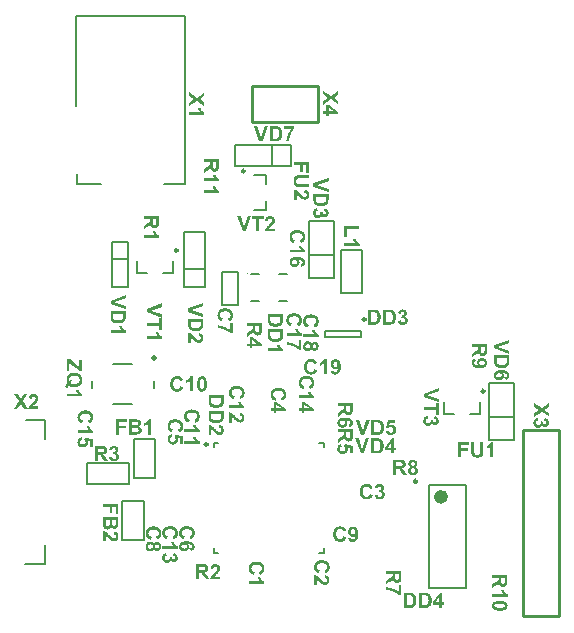
<source format=gto>
G04 Layer_Color=16777215*
%FSLAX43Y43*%
%MOMM*%
G71*
G01*
G75*
%ADD33C,0.250*%
%ADD34C,0.254*%
%ADD39C,0.200*%
%ADD47C,0.500*%
%ADD48C,0.600*%
%ADD49C,0.100*%
G36*
X9270Y18537D02*
X9287Y18535D01*
X9304Y18533D01*
X9324Y18530D01*
X9344Y18524D01*
X9391Y18511D01*
X9415Y18502D01*
X9441Y18489D01*
X9465Y18476D01*
X9487Y18461D01*
X9511Y18442D01*
X9531Y18422D01*
X9533Y18420D01*
X9535Y18418D01*
X9541Y18413D01*
X9546Y18405D01*
X9561Y18387D01*
X9578Y18361D01*
X9594Y18330D01*
X9607Y18292D01*
X9618Y18252D01*
X9620Y18231D01*
X9622Y18209D01*
Y18207D01*
Y18202D01*
X9620Y18193D01*
X9618Y18181D01*
X9616Y18167D01*
X9613Y18150D01*
X9607Y18131D01*
X9600Y18111D01*
X9589Y18091D01*
X9578Y18068D01*
X9563Y18046D01*
X9544Y18024D01*
X9522Y18002D01*
X9498Y17980D01*
X9470Y17959D01*
X9437Y17939D01*
X9439D01*
X9442Y17937D01*
X9448D01*
X9455Y17933D01*
X9476Y17928D01*
X9500Y17917D01*
X9528Y17902D01*
X9557Y17883D01*
X9587Y17859D01*
X9613Y17831D01*
X9616Y17828D01*
X9624Y17817D01*
X9633Y17800D01*
X9646Y17776D01*
X9659Y17748D01*
X9668Y17713D01*
X9676Y17676D01*
X9679Y17633D01*
Y17631D01*
Y17626D01*
Y17617D01*
X9678Y17606D01*
X9676Y17591D01*
X9672Y17574D01*
X9668Y17554D01*
X9665Y17533D01*
X9650Y17489D01*
X9639Y17465D01*
X9628Y17439D01*
X9613Y17415D01*
X9596Y17391D01*
X9578Y17367D01*
X9555Y17344D01*
X9554Y17343D01*
X9550Y17339D01*
X9542Y17333D01*
X9533Y17326D01*
X9520Y17317D01*
X9507Y17307D01*
X9489Y17296D01*
X9470Y17285D01*
X9450Y17274D01*
X9426Y17263D01*
X9400Y17254D01*
X9374Y17244D01*
X9344Y17237D01*
X9315Y17232D01*
X9281Y17228D01*
X9248Y17226D01*
X9231D01*
X9218Y17228D01*
X9204Y17230D01*
X9187Y17232D01*
X9168Y17235D01*
X9146Y17239D01*
X9102Y17250D01*
X9054Y17269D01*
X9028Y17280D01*
X9005Y17293D01*
X8981Y17309D01*
X8959Y17326D01*
X8957Y17328D01*
X8954Y17331D01*
X8948Y17337D01*
X8941Y17344D01*
X8931Y17354D01*
X8922Y17367D01*
X8911Y17380D01*
X8900Y17396D01*
X8889Y17415D01*
X8876Y17433D01*
X8855Y17478D01*
X8839Y17530D01*
X8831Y17557D01*
X8828Y17587D01*
X9065Y17617D01*
Y17615D01*
Y17613D01*
X9067Y17602D01*
X9070Y17585D01*
X9076Y17565D01*
X9085Y17543D01*
X9094Y17518D01*
X9109Y17496D01*
X9126Y17476D01*
X9128Y17474D01*
X9135Y17469D01*
X9146Y17461D01*
X9159Y17454D01*
X9178Y17444D01*
X9198Y17437D01*
X9220Y17431D01*
X9246Y17430D01*
X9250D01*
X9259Y17431D01*
X9272Y17433D01*
X9291Y17437D01*
X9311Y17444D01*
X9331Y17454D01*
X9354Y17469D01*
X9374Y17487D01*
X9376Y17489D01*
X9383Y17498D01*
X9391Y17511D01*
X9402Y17528D01*
X9411Y17550D01*
X9420Y17578D01*
X9426Y17609D01*
X9428Y17644D01*
Y17646D01*
Y17648D01*
Y17659D01*
X9426Y17676D01*
X9422Y17698D01*
X9415Y17722D01*
X9405Y17746D01*
X9392Y17770D01*
X9376Y17793D01*
X9374Y17794D01*
X9366Y17802D01*
X9355Y17811D01*
X9342Y17820D01*
X9324Y17831D01*
X9304Y17839D01*
X9281Y17846D01*
X9255Y17848D01*
X9237D01*
X9224Y17846D01*
X9207Y17844D01*
X9187Y17841D01*
X9167Y17835D01*
X9142Y17830D01*
X9168Y18028D01*
X9185D01*
X9204Y18030D01*
X9226Y18031D01*
X9250Y18037D01*
X9276Y18044D01*
X9300Y18055D01*
X9322Y18070D01*
X9324Y18072D01*
X9331Y18080D01*
X9339Y18089D01*
X9350Y18104D01*
X9359Y18120D01*
X9368Y18141D01*
X9374Y18165D01*
X9376Y18193D01*
Y18196D01*
Y18204D01*
X9374Y18215D01*
X9370Y18230D01*
X9366Y18246D01*
X9359Y18263D01*
X9350Y18281D01*
X9337Y18296D01*
X9335Y18298D01*
X9329Y18302D01*
X9322Y18309D01*
X9309Y18317D01*
X9294Y18322D01*
X9278Y18330D01*
X9255Y18333D01*
X9233Y18335D01*
X9222D01*
X9211Y18333D01*
X9196Y18330D01*
X9179Y18324D01*
X9161Y18317D01*
X9142Y18305D01*
X9126Y18291D01*
X9124Y18289D01*
X9118Y18283D01*
X9111Y18272D01*
X9102Y18257D01*
X9092Y18241D01*
X9085Y18218D01*
X9078Y18193D01*
X9072Y18163D01*
X8846Y18200D01*
Y18202D01*
X8848Y18205D01*
Y18211D01*
X8850Y18220D01*
X8855Y18241D01*
X8863Y18268D01*
X8874Y18298D01*
X8885Y18330D01*
X8900Y18359D01*
X8917Y18387D01*
X8918Y18391D01*
X8926Y18398D01*
X8937Y18411D01*
X8952Y18428D01*
X8970Y18444D01*
X8992Y18463D01*
X9020Y18481D01*
X9050Y18498D01*
X9052D01*
X9054Y18500D01*
X9065Y18504D01*
X9083Y18511D01*
X9105Y18518D01*
X9133Y18526D01*
X9167Y18533D01*
X9202Y18537D01*
X9241Y18539D01*
X9257D01*
X9270Y18537D01*
D02*
G37*
G36*
X16769Y8530D02*
X16790D01*
X16810Y8528D01*
X16834D01*
X16882Y8522D01*
X16932Y8517D01*
X16979Y8507D01*
X16999Y8502D01*
X17017Y8496D01*
X17019D01*
X17021Y8494D01*
X17032Y8489D01*
X17049Y8480D01*
X17071Y8468D01*
X17095Y8450D01*
X17119Y8430D01*
X17143Y8404D01*
X17166Y8372D01*
Y8370D01*
X17167Y8368D01*
X17171Y8363D01*
X17175Y8357D01*
X17184Y8339D01*
X17195Y8315D01*
X17205Y8285D01*
X17214Y8252D01*
X17221Y8213D01*
X17223Y8172D01*
Y8170D01*
Y8167D01*
Y8157D01*
X17221Y8148D01*
Y8135D01*
X17219Y8122D01*
X17212Y8089D01*
X17203Y8050D01*
X17188Y8011D01*
X17166Y7970D01*
X17153Y7952D01*
X17138Y7933D01*
X17136Y7931D01*
X17134Y7930D01*
X17129Y7924D01*
X17121Y7918D01*
X17114Y7911D01*
X17103Y7902D01*
X17090Y7893D01*
X17075Y7883D01*
X17058Y7872D01*
X17038Y7863D01*
X17017Y7854D01*
X16995Y7844D01*
X16969Y7835D01*
X16943Y7828D01*
X16916Y7820D01*
X16884Y7815D01*
X16886D01*
X16888Y7813D01*
X16899Y7806D01*
X16914Y7796D01*
X16932Y7783D01*
X16955Y7767D01*
X16977Y7750D01*
X17001Y7730D01*
X17021Y7707D01*
X17023Y7706D01*
X17032Y7696D01*
X17043Y7681D01*
X17060Y7659D01*
X17082Y7631D01*
X17093Y7613D01*
X17106Y7594D01*
X17121Y7574D01*
X17136Y7552D01*
X17153Y7526D01*
X17169Y7500D01*
X17327Y7250D01*
X17016D01*
X16830Y7528D01*
X16829Y7530D01*
X16827Y7535D01*
X16821Y7543D01*
X16814Y7552D01*
X16806Y7563D01*
X16797Y7578D01*
X16777Y7607D01*
X16753Y7641D01*
X16730Y7670D01*
X16710Y7698D01*
X16701Y7707D01*
X16693Y7717D01*
X16692Y7718D01*
X16688Y7722D01*
X16681Y7730D01*
X16671Y7739D01*
X16658Y7746D01*
X16645Y7756D01*
X16631Y7763D01*
X16616Y7770D01*
X16614D01*
X16608Y7772D01*
X16599Y7776D01*
X16584Y7778D01*
X16566Y7781D01*
X16543Y7783D01*
X16518Y7785D01*
X16434D01*
Y7250D01*
X16175D01*
Y8531D01*
X16753D01*
X16769Y8530D01*
D02*
G37*
G36*
X21756Y28381D02*
Y28379D01*
Y28371D01*
Y28360D01*
Y28347D01*
X21754Y28331D01*
Y28310D01*
X21753Y28290D01*
Y28266D01*
X21747Y28218D01*
X21742Y28168D01*
X21732Y28121D01*
X21727Y28101D01*
X21721Y28082D01*
Y28081D01*
X21719Y28079D01*
X21714Y28068D01*
X21705Y28051D01*
X21693Y28029D01*
X21675Y28005D01*
X21655Y27981D01*
X21629Y27957D01*
X21597Y27934D01*
X21595D01*
X21593Y27933D01*
X21588Y27929D01*
X21582Y27925D01*
X21564Y27916D01*
X21540Y27905D01*
X21510Y27895D01*
X21477Y27886D01*
X21438Y27879D01*
X21397Y27877D01*
X21382D01*
X21373Y27879D01*
X21360D01*
X21347Y27881D01*
X21314Y27888D01*
X21275Y27897D01*
X21236Y27912D01*
X21195Y27934D01*
X21177Y27947D01*
X21158Y27962D01*
X21156Y27964D01*
X21155Y27966D01*
X21149Y27971D01*
X21143Y27979D01*
X21136Y27986D01*
X21127Y27997D01*
X21118Y28010D01*
X21108Y28025D01*
X21097Y28042D01*
X21088Y28062D01*
X21079Y28082D01*
X21069Y28105D01*
X21060Y28131D01*
X21053Y28157D01*
X21045Y28184D01*
X21040Y28216D01*
Y28214D01*
X21038Y28212D01*
X21031Y28201D01*
X21021Y28186D01*
X21008Y28168D01*
X20992Y28145D01*
X20975Y28123D01*
X20955Y28099D01*
X20932Y28079D01*
X20931Y28077D01*
X20921Y28068D01*
X20906Y28057D01*
X20884Y28040D01*
X20856Y28018D01*
X20838Y28007D01*
X20819Y27994D01*
X20799Y27979D01*
X20777Y27964D01*
X20751Y27947D01*
X20725Y27931D01*
X20475Y27773D01*
Y28084D01*
X20753Y28270D01*
X20755Y28271D01*
X20760Y28273D01*
X20768Y28279D01*
X20777Y28286D01*
X20788Y28294D01*
X20803Y28303D01*
X20832Y28323D01*
X20866Y28347D01*
X20895Y28369D01*
X20923Y28390D01*
X20932Y28399D01*
X20942Y28407D01*
X20943Y28408D01*
X20947Y28412D01*
X20955Y28420D01*
X20964Y28429D01*
X20971Y28442D01*
X20980Y28455D01*
X20988Y28469D01*
X20995Y28484D01*
Y28486D01*
X20997Y28492D01*
X21001Y28501D01*
X21003Y28516D01*
X21006Y28534D01*
X21008Y28557D01*
X21010Y28582D01*
Y28614D01*
Y28666D01*
X20475D01*
Y28925D01*
X21756D01*
Y28381D01*
D02*
G37*
G36*
X8194Y18530D02*
X8215D01*
X8235Y18528D01*
X8259D01*
X8307Y18522D01*
X8357Y18517D01*
X8404Y18507D01*
X8424Y18502D01*
X8443Y18496D01*
X8444D01*
X8446Y18494D01*
X8457Y18489D01*
X8474Y18480D01*
X8496Y18468D01*
X8520Y18450D01*
X8544Y18430D01*
X8568Y18404D01*
X8591Y18372D01*
Y18370D01*
X8592Y18368D01*
X8596Y18363D01*
X8600Y18357D01*
X8609Y18339D01*
X8620Y18315D01*
X8630Y18285D01*
X8639Y18252D01*
X8646Y18213D01*
X8648Y18172D01*
Y18170D01*
Y18167D01*
Y18157D01*
X8646Y18148D01*
Y18135D01*
X8644Y18122D01*
X8637Y18089D01*
X8628Y18050D01*
X8613Y18011D01*
X8591Y17970D01*
X8578Y17952D01*
X8563Y17933D01*
X8561Y17931D01*
X8559Y17930D01*
X8554Y17924D01*
X8546Y17918D01*
X8539Y17911D01*
X8528Y17902D01*
X8515Y17893D01*
X8500Y17883D01*
X8483Y17872D01*
X8463Y17863D01*
X8443Y17854D01*
X8420Y17844D01*
X8394Y17835D01*
X8368Y17828D01*
X8341Y17820D01*
X8309Y17815D01*
X8311D01*
X8313Y17813D01*
X8324Y17806D01*
X8339Y17796D01*
X8357Y17783D01*
X8380Y17767D01*
X8402Y17750D01*
X8426Y17730D01*
X8446Y17707D01*
X8448Y17706D01*
X8457Y17696D01*
X8468Y17681D01*
X8485Y17659D01*
X8507Y17631D01*
X8518Y17613D01*
X8531Y17594D01*
X8546Y17574D01*
X8561Y17552D01*
X8578Y17526D01*
X8594Y17500D01*
X8752Y17250D01*
X8441D01*
X8255Y17528D01*
X8254Y17530D01*
X8252Y17535D01*
X8246Y17543D01*
X8239Y17552D01*
X8231Y17563D01*
X8222Y17578D01*
X8202Y17607D01*
X8178Y17641D01*
X8156Y17670D01*
X8135Y17698D01*
X8126Y17707D01*
X8118Y17717D01*
X8117Y17718D01*
X8113Y17722D01*
X8106Y17730D01*
X8096Y17739D01*
X8083Y17746D01*
X8070Y17756D01*
X8056Y17763D01*
X8041Y17770D01*
X8039D01*
X8033Y17772D01*
X8024Y17776D01*
X8009Y17778D01*
X7991Y17781D01*
X7968Y17783D01*
X7943Y17785D01*
X7859D01*
Y17250D01*
X7600D01*
Y18531D01*
X8178D01*
X8194Y18530D01*
D02*
G37*
G36*
X17866Y8537D02*
X17882Y8535D01*
X17901Y8533D01*
X17921Y8530D01*
X17943Y8526D01*
X17991Y8513D01*
X18040Y8494D01*
X18066Y8483D01*
X18088Y8470D01*
X18112Y8454D01*
X18132Y8435D01*
X18134Y8433D01*
X18138Y8431D01*
X18141Y8424D01*
X18149Y8417D01*
X18158Y8407D01*
X18167Y8394D01*
X18177Y8381D01*
X18188Y8365D01*
X18206Y8328D01*
X18225Y8285D01*
X18232Y8261D01*
X18236Y8235D01*
X18240Y8207D01*
X18241Y8180D01*
Y8176D01*
Y8165D01*
X18240Y8148D01*
X18238Y8128D01*
X18234Y8102D01*
X18228Y8074D01*
X18221Y8044D01*
X18210Y8015D01*
X18208Y8011D01*
X18204Y8002D01*
X18197Y7985D01*
X18186Y7965D01*
X18173Y7941D01*
X18156Y7913D01*
X18136Y7883D01*
X18112Y7852D01*
X18110Y7850D01*
X18103Y7841D01*
X18091Y7828D01*
X18075Y7809D01*
X18053Y7787D01*
X18025Y7757D01*
X17991Y7726D01*
X17951Y7687D01*
X17949Y7685D01*
X17945Y7683D01*
X17940Y7678D01*
X17932Y7670D01*
X17912Y7652D01*
X17888Y7630D01*
X17864Y7606D01*
X17840Y7581D01*
X17817Y7561D01*
X17810Y7552D01*
X17803Y7544D01*
X17801Y7543D01*
X17797Y7539D01*
X17792Y7531D01*
X17784Y7522D01*
X17767Y7502D01*
X17753Y7478D01*
X18241D01*
Y7250D01*
X17380D01*
Y7252D01*
Y7256D01*
X17382Y7263D01*
X17384Y7272D01*
X17386Y7283D01*
X17388Y7296D01*
X17395Y7330D01*
X17406Y7367D01*
X17421Y7407D01*
X17440Y7452D01*
X17464Y7494D01*
Y7496D01*
X17467Y7500D01*
X17471Y7507D01*
X17479Y7515D01*
X17486Y7528D01*
X17497Y7541D01*
X17510Y7557D01*
X17525Y7576D01*
X17542Y7598D01*
X17562Y7620D01*
X17584Y7646D01*
X17610Y7674D01*
X17638Y7702D01*
X17669Y7733D01*
X17703Y7767D01*
X17740Y7802D01*
X17742Y7804D01*
X17747Y7809D01*
X17754Y7817D01*
X17766Y7828D01*
X17780Y7839D01*
X17795Y7854D01*
X17829Y7887D01*
X17862Y7922D01*
X17895Y7957D01*
X17910Y7972D01*
X17925Y7989D01*
X17936Y8002D01*
X17943Y8013D01*
X17945Y8017D01*
X17951Y8026D01*
X17960Y8041D01*
X17969Y8061D01*
X17979Y8083D01*
X17988Y8109D01*
X17993Y8135D01*
X17995Y8163D01*
Y8165D01*
Y8167D01*
Y8176D01*
X17993Y8193D01*
X17990Y8211D01*
X17984Y8231D01*
X17977Y8252D01*
X17966Y8272D01*
X17951Y8291D01*
X17949Y8292D01*
X17943Y8298D01*
X17932Y8305D01*
X17919Y8313D01*
X17901Y8320D01*
X17880Y8328D01*
X17856Y8333D01*
X17829Y8335D01*
X17816D01*
X17801Y8333D01*
X17784Y8330D01*
X17764Y8324D01*
X17743Y8315D01*
X17723Y8304D01*
X17704Y8289D01*
X17703Y8287D01*
X17697Y8280D01*
X17690Y8268D01*
X17682Y8252D01*
X17673Y8231D01*
X17666Y8204D01*
X17658Y8172D01*
X17654Y8135D01*
X17410Y8159D01*
Y8161D01*
X17412Y8168D01*
Y8178D01*
X17416Y8193D01*
X17417Y8209D01*
X17423Y8228D01*
X17429Y8248D01*
X17434Y8272D01*
X17453Y8318D01*
X17475Y8367D01*
X17490Y8391D01*
X17506Y8413D01*
X17525Y8431D01*
X17545Y8450D01*
X17547Y8452D01*
X17551Y8454D01*
X17556Y8457D01*
X17566Y8465D01*
X17577Y8470D01*
X17592Y8478D01*
X17606Y8487D01*
X17625Y8494D01*
X17645Y8504D01*
X17667Y8511D01*
X17716Y8526D01*
X17773Y8535D01*
X17803Y8537D01*
X17834Y8539D01*
X17853D01*
X17866Y8537D01*
D02*
G37*
G36*
X29715Y36025D02*
X29717Y36023D01*
X29718Y36018D01*
X29720Y36010D01*
X29730Y35992D01*
X29741Y35966D01*
X29755Y35934D01*
X29776Y35899D01*
X29802Y35860D01*
X29831Y35820D01*
X29833Y35818D01*
X29835Y35814D01*
X29841Y35808D01*
X29848Y35801D01*
X29867Y35781D01*
X29891Y35758D01*
X29920Y35733D01*
X29957Y35707D01*
X29996Y35683D01*
X30039Y35664D01*
Y35464D01*
X28750D01*
Y35710D01*
X29678D01*
X29676Y35712D01*
X29672Y35716D01*
X29667Y35723D01*
X29657Y35734D01*
X29646Y35747D01*
X29635Y35762D01*
X29622Y35781D01*
X29607Y35801D01*
X29593Y35823D01*
X29578Y35847D01*
X29561Y35873D01*
X29546Y35901D01*
X29518Y35960D01*
X29493Y36027D01*
X29715D01*
Y36025D01*
D02*
G37*
G36*
X30022Y36866D02*
X28967D01*
Y36221D01*
X28750D01*
Y37125D01*
X30022D01*
Y36866D01*
D02*
G37*
G36*
X12740Y36721D02*
X12742Y36720D01*
X12743Y36714D01*
X12745Y36707D01*
X12755Y36688D01*
X12766Y36662D01*
X12780Y36631D01*
X12801Y36596D01*
X12827Y36557D01*
X12856Y36516D01*
X12858Y36514D01*
X12860Y36510D01*
X12866Y36505D01*
X12873Y36497D01*
X12892Y36477D01*
X12916Y36455D01*
X12945Y36429D01*
X12982Y36403D01*
X13021Y36379D01*
X13064Y36360D01*
Y36160D01*
X11775D01*
Y36407D01*
X12703D01*
X12701Y36409D01*
X12697Y36412D01*
X12692Y36420D01*
X12682Y36431D01*
X12671Y36444D01*
X12660Y36458D01*
X12647Y36477D01*
X12632Y36497D01*
X12618Y36520D01*
X12603Y36544D01*
X12586Y36570D01*
X12571Y36597D01*
X12543Y36657D01*
X12518Y36723D01*
X12740D01*
Y36721D01*
D02*
G37*
G36*
X13056Y37481D02*
Y37479D01*
Y37471D01*
Y37460D01*
Y37447D01*
X13054Y37431D01*
Y37410D01*
X13053Y37390D01*
Y37366D01*
X13047Y37318D01*
X13042Y37268D01*
X13032Y37221D01*
X13027Y37201D01*
X13021Y37182D01*
Y37181D01*
X13019Y37179D01*
X13014Y37168D01*
X13005Y37151D01*
X12993Y37129D01*
X12975Y37105D01*
X12955Y37081D01*
X12929Y37057D01*
X12897Y37034D01*
X12895D01*
X12893Y37033D01*
X12888Y37029D01*
X12882Y37025D01*
X12864Y37016D01*
X12840Y37005D01*
X12810Y36995D01*
X12777Y36986D01*
X12738Y36979D01*
X12697Y36977D01*
X12682D01*
X12673Y36979D01*
X12660D01*
X12647Y36981D01*
X12614Y36988D01*
X12575Y36997D01*
X12536Y37012D01*
X12495Y37034D01*
X12477Y37047D01*
X12458Y37062D01*
X12456Y37064D01*
X12455Y37066D01*
X12449Y37071D01*
X12443Y37079D01*
X12436Y37086D01*
X12427Y37097D01*
X12418Y37110D01*
X12408Y37125D01*
X12397Y37142D01*
X12388Y37162D01*
X12379Y37182D01*
X12369Y37205D01*
X12360Y37231D01*
X12353Y37257D01*
X12345Y37284D01*
X12340Y37316D01*
Y37314D01*
X12338Y37312D01*
X12330Y37301D01*
X12321Y37286D01*
X12308Y37268D01*
X12292Y37245D01*
X12275Y37223D01*
X12255Y37199D01*
X12232Y37179D01*
X12231Y37177D01*
X12221Y37168D01*
X12206Y37157D01*
X12184Y37140D01*
X12156Y37118D01*
X12138Y37107D01*
X12119Y37094D01*
X12099Y37079D01*
X12077Y37064D01*
X12051Y37047D01*
X12025Y37031D01*
X11775Y36873D01*
Y37184D01*
X12053Y37370D01*
X12055Y37371D01*
X12060Y37373D01*
X12068Y37379D01*
X12077Y37386D01*
X12088Y37394D01*
X12103Y37403D01*
X12132Y37423D01*
X12166Y37447D01*
X12195Y37470D01*
X12223Y37490D01*
X12232Y37499D01*
X12242Y37507D01*
X12243Y37508D01*
X12247Y37512D01*
X12255Y37520D01*
X12264Y37529D01*
X12271Y37542D01*
X12281Y37555D01*
X12288Y37569D01*
X12295Y37584D01*
Y37586D01*
X12297Y37592D01*
X12301Y37601D01*
X12303Y37616D01*
X12306Y37634D01*
X12308Y37657D01*
X12310Y37682D01*
Y37714D01*
Y37766D01*
X11775D01*
Y38025D01*
X13056D01*
Y37481D01*
D02*
G37*
G36*
X21762Y27175D02*
Y26968D01*
X20947D01*
Y26809D01*
X20732D01*
Y26968D01*
X20475D01*
Y27205D01*
X20732D01*
Y27731D01*
X20945D01*
X21762Y27175D01*
D02*
G37*
G36*
X18131Y42256D02*
Y42254D01*
Y42246D01*
Y42235D01*
Y42222D01*
X18129Y42206D01*
Y42185D01*
X18128Y42165D01*
Y42141D01*
X18122Y42093D01*
X18117Y42043D01*
X18107Y41996D01*
X18102Y41976D01*
X18096Y41957D01*
Y41956D01*
X18094Y41954D01*
X18089Y41943D01*
X18080Y41926D01*
X18068Y41904D01*
X18050Y41880D01*
X18030Y41856D01*
X18004Y41832D01*
X17972Y41809D01*
X17970D01*
X17968Y41808D01*
X17963Y41804D01*
X17957Y41800D01*
X17939Y41791D01*
X17915Y41780D01*
X17885Y41770D01*
X17852Y41761D01*
X17813Y41754D01*
X17772Y41752D01*
X17757D01*
X17748Y41754D01*
X17735D01*
X17722Y41756D01*
X17689Y41763D01*
X17650Y41772D01*
X17611Y41787D01*
X17570Y41809D01*
X17552Y41822D01*
X17533Y41837D01*
X17531Y41839D01*
X17530Y41841D01*
X17524Y41846D01*
X17518Y41854D01*
X17511Y41861D01*
X17502Y41872D01*
X17493Y41885D01*
X17483Y41900D01*
X17472Y41917D01*
X17463Y41937D01*
X17454Y41957D01*
X17444Y41980D01*
X17435Y42006D01*
X17428Y42032D01*
X17420Y42059D01*
X17415Y42091D01*
Y42089D01*
X17413Y42087D01*
X17406Y42076D01*
X17396Y42061D01*
X17383Y42043D01*
X17367Y42020D01*
X17350Y41998D01*
X17330Y41974D01*
X17307Y41954D01*
X17306Y41952D01*
X17296Y41943D01*
X17281Y41932D01*
X17259Y41915D01*
X17231Y41893D01*
X17213Y41882D01*
X17194Y41869D01*
X17174Y41854D01*
X17152Y41839D01*
X17126Y41822D01*
X17100Y41806D01*
X16850Y41648D01*
Y41959D01*
X17128Y42145D01*
X17130Y42146D01*
X17135Y42148D01*
X17143Y42154D01*
X17152Y42161D01*
X17163Y42169D01*
X17178Y42178D01*
X17207Y42198D01*
X17241Y42222D01*
X17270Y42244D01*
X17298Y42265D01*
X17307Y42274D01*
X17317Y42282D01*
X17318Y42283D01*
X17322Y42287D01*
X17330Y42294D01*
X17339Y42304D01*
X17346Y42317D01*
X17356Y42330D01*
X17363Y42344D01*
X17370Y42359D01*
Y42361D01*
X17372Y42367D01*
X17376Y42376D01*
X17378Y42391D01*
X17381Y42409D01*
X17383Y42432D01*
X17385Y42457D01*
Y42489D01*
Y42541D01*
X16850D01*
Y42800D01*
X18131D01*
Y42256D01*
D02*
G37*
G36*
X40435Y25980D02*
X40452Y25978D01*
X40470Y25976D01*
X40492Y25972D01*
X40515Y25967D01*
X40565Y25954D01*
X40592Y25945D01*
X40618Y25933D01*
X40644Y25921D01*
X40670Y25904D01*
X40694Y25887D01*
X40718Y25867D01*
X40720Y25865D01*
X40724Y25861D01*
X40730Y25856D01*
X40737Y25846D01*
X40746Y25833D01*
X40757Y25821D01*
X40767Y25804D01*
X40779Y25785D01*
X40791Y25767D01*
X40800Y25743D01*
X40811Y25719D01*
X40820Y25693D01*
X40828Y25665D01*
X40833Y25635D01*
X40837Y25606D01*
X40839Y25572D01*
Y25571D01*
Y25563D01*
X40837Y25554D01*
Y25539D01*
X40835Y25522D01*
X40831Y25504D01*
X40826Y25482D01*
X40820Y25459D01*
X40811Y25434D01*
X40802Y25408D01*
X40789Y25382D01*
X40774Y25354D01*
X40757Y25328D01*
X40737Y25302D01*
X40713Y25276D01*
X40687Y25252D01*
X40685Y25250D01*
X40680Y25247D01*
X40670Y25241D01*
X40657Y25232D01*
X40641Y25222D01*
X40620Y25211D01*
X40596Y25200D01*
X40568Y25189D01*
X40535Y25178D01*
X40498Y25165D01*
X40457Y25156D01*
X40413Y25147D01*
X40363Y25137D01*
X40309Y25132D01*
X40252Y25128D01*
X40189Y25126D01*
X40155D01*
X40131Y25128D01*
X40102Y25130D01*
X40068Y25134D01*
X40033Y25137D01*
X39994Y25143D01*
X39952Y25150D01*
X39911Y25158D01*
X39868Y25169D01*
X39826Y25182D01*
X39787Y25197D01*
X39748Y25215D01*
X39713Y25234D01*
X39681Y25258D01*
X39680Y25259D01*
X39674Y25263D01*
X39667Y25271D01*
X39657Y25282D01*
X39646Y25295D01*
X39631Y25309D01*
X39619Y25328D01*
X39604Y25348D01*
X39589Y25371D01*
X39576Y25396D01*
X39563Y25424D01*
X39550Y25454D01*
X39541Y25487D01*
X39533Y25521D01*
X39528Y25556D01*
X39526Y25595D01*
Y25596D01*
Y25602D01*
Y25609D01*
X39528Y25619D01*
Y25632D01*
X39530Y25646D01*
X39535Y25682D01*
X39546Y25721D01*
X39559Y25759D01*
X39580Y25800D01*
X39591Y25819D01*
X39606Y25837D01*
X39607Y25839D01*
X39609Y25841D01*
X39615Y25846D01*
X39620Y25852D01*
X39630Y25859D01*
X39639Y25869D01*
X39652Y25876D01*
X39665Y25887D01*
X39681Y25896D01*
X39698Y25908D01*
X39718Y25917D01*
X39741Y25926D01*
X39763Y25935D01*
X39789Y25943D01*
X39815Y25950D01*
X39844Y25956D01*
X39872Y25719D01*
X39868D01*
X39859Y25717D01*
X39846Y25715D01*
X39831Y25709D01*
X39813Y25704D01*
X39794Y25696D01*
X39778Y25687D01*
X39763Y25674D01*
X39761Y25672D01*
X39757Y25667D01*
X39752Y25659D01*
X39746Y25648D01*
X39741Y25634D01*
X39735Y25619D01*
X39731Y25598D01*
X39730Y25578D01*
Y25574D01*
X39731Y25565D01*
X39733Y25552D01*
X39739Y25534D01*
X39746Y25513D01*
X39759Y25493D01*
X39776Y25471D01*
X39798Y25450D01*
X39802Y25448D01*
X39806Y25445D01*
X39813Y25441D01*
X39820Y25437D01*
X39831Y25432D01*
X39844Y25428D01*
X39861Y25421D01*
X39880Y25415D01*
X39900Y25409D01*
X39924Y25404D01*
X39950Y25398D01*
X39980Y25393D01*
X40013Y25389D01*
X40050Y25385D01*
X40089Y25382D01*
X40087Y25384D01*
X40085Y25385D01*
X40080Y25391D01*
X40072Y25398D01*
X40065Y25408D01*
X40056Y25419D01*
X40035Y25445D01*
X40015Y25478D01*
X39998Y25519D01*
X39991Y25541D01*
X39987Y25563D01*
X39983Y25587D01*
X39981Y25613D01*
Y25615D01*
Y25621D01*
Y25628D01*
X39983Y25639D01*
X39985Y25652D01*
X39987Y25667D01*
X39996Y25702D01*
X40009Y25743D01*
X40020Y25763D01*
X40031Y25785D01*
X40044Y25808D01*
X40059Y25830D01*
X40078Y25852D01*
X40098Y25872D01*
X40100Y25874D01*
X40104Y25878D01*
X40111Y25882D01*
X40118Y25889D01*
X40131Y25898D01*
X40144Y25908D01*
X40161Y25917D01*
X40180Y25926D01*
X40200Y25937D01*
X40224Y25946D01*
X40248Y25956D01*
X40276Y25965D01*
X40304Y25972D01*
X40335Y25976D01*
X40368Y25980D01*
X40402Y25982D01*
X40420D01*
X40435Y25980D01*
D02*
G37*
G36*
X17815Y40500D02*
X17817Y40498D01*
X17818Y40493D01*
X17820Y40485D01*
X17830Y40467D01*
X17841Y40441D01*
X17855Y40410D01*
X17876Y40374D01*
X17902Y40335D01*
X17931Y40295D01*
X17933Y40293D01*
X17935Y40289D01*
X17941Y40284D01*
X17948Y40276D01*
X17967Y40256D01*
X17991Y40234D01*
X18020Y40208D01*
X18057Y40182D01*
X18096Y40158D01*
X18139Y40139D01*
Y39939D01*
X16850D01*
Y40185D01*
X17778D01*
X17776Y40187D01*
X17772Y40191D01*
X17767Y40198D01*
X17757Y40210D01*
X17746Y40222D01*
X17735Y40237D01*
X17722Y40256D01*
X17707Y40276D01*
X17693Y40298D01*
X17678Y40322D01*
X17661Y40348D01*
X17646Y40376D01*
X17618Y40435D01*
X17593Y40502D01*
X17815D01*
Y40500D01*
D02*
G37*
G36*
Y41496D02*
X17817Y41495D01*
X17818Y41489D01*
X17820Y41482D01*
X17830Y41463D01*
X17841Y41437D01*
X17855Y41406D01*
X17876Y41371D01*
X17902Y41332D01*
X17931Y41291D01*
X17933Y41289D01*
X17935Y41285D01*
X17941Y41280D01*
X17948Y41272D01*
X17967Y41252D01*
X17991Y41230D01*
X18020Y41204D01*
X18057Y41178D01*
X18096Y41154D01*
X18139Y41135D01*
Y40935D01*
X16850D01*
Y41182D01*
X17778D01*
X17776Y41183D01*
X17772Y41187D01*
X17767Y41195D01*
X17757Y41206D01*
X17746Y41219D01*
X17735Y41233D01*
X17722Y41252D01*
X17707Y41272D01*
X17693Y41295D01*
X17678Y41319D01*
X17661Y41345D01*
X17646Y41372D01*
X17618Y41432D01*
X17593Y41498D01*
X17815D01*
Y41496D01*
D02*
G37*
G36*
X40831Y26656D02*
Y26654D01*
Y26646D01*
Y26635D01*
Y26622D01*
X40829Y26606D01*
Y26585D01*
X40828Y26565D01*
Y26541D01*
X40822Y26493D01*
X40817Y26443D01*
X40807Y26396D01*
X40802Y26376D01*
X40796Y26358D01*
Y26356D01*
X40794Y26354D01*
X40789Y26343D01*
X40779Y26326D01*
X40768Y26304D01*
X40750Y26280D01*
X40730Y26256D01*
X40704Y26232D01*
X40672Y26209D01*
X40670D01*
X40668Y26208D01*
X40663Y26204D01*
X40657Y26200D01*
X40639Y26191D01*
X40615Y26180D01*
X40585Y26170D01*
X40552Y26161D01*
X40513Y26154D01*
X40472Y26152D01*
X40457D01*
X40448Y26154D01*
X40435D01*
X40422Y26156D01*
X40389Y26163D01*
X40350Y26172D01*
X40311Y26187D01*
X40270Y26209D01*
X40252Y26222D01*
X40233Y26237D01*
X40231Y26239D01*
X40230Y26241D01*
X40224Y26246D01*
X40218Y26254D01*
X40211Y26261D01*
X40202Y26272D01*
X40193Y26285D01*
X40183Y26300D01*
X40172Y26317D01*
X40163Y26337D01*
X40154Y26358D01*
X40144Y26380D01*
X40135Y26406D01*
X40128Y26432D01*
X40120Y26459D01*
X40115Y26491D01*
Y26489D01*
X40113Y26487D01*
X40105Y26476D01*
X40096Y26461D01*
X40083Y26443D01*
X40067Y26420D01*
X40050Y26398D01*
X40030Y26374D01*
X40007Y26354D01*
X40006Y26352D01*
X39996Y26343D01*
X39981Y26332D01*
X39959Y26315D01*
X39931Y26293D01*
X39913Y26282D01*
X39894Y26269D01*
X39874Y26254D01*
X39852Y26239D01*
X39826Y26222D01*
X39800Y26206D01*
X39550Y26048D01*
Y26359D01*
X39828Y26545D01*
X39830Y26546D01*
X39835Y26548D01*
X39843Y26554D01*
X39852Y26561D01*
X39863Y26569D01*
X39878Y26578D01*
X39907Y26598D01*
X39941Y26622D01*
X39970Y26645D01*
X39998Y26665D01*
X40007Y26674D01*
X40017Y26682D01*
X40018Y26683D01*
X40022Y26687D01*
X40030Y26695D01*
X40039Y26704D01*
X40046Y26717D01*
X40056Y26730D01*
X40063Y26744D01*
X40070Y26759D01*
Y26761D01*
X40072Y26767D01*
X40076Y26776D01*
X40078Y26791D01*
X40081Y26809D01*
X40083Y26832D01*
X40085Y26857D01*
Y26889D01*
Y26941D01*
X39550D01*
Y27200D01*
X40831D01*
Y26656D01*
D02*
G37*
G36*
X28527Y18465D02*
X28523D01*
X28514Y18463D01*
X28497Y18459D01*
X28479Y18454D01*
X28458Y18446D01*
X28436Y18435D01*
X28416Y18421D01*
X28395Y18404D01*
X28393Y18402D01*
X28388Y18395D01*
X28381Y18384D01*
X28371Y18369D01*
X28362Y18352D01*
X28355Y18332D01*
X28349Y18308D01*
X28347Y18284D01*
Y18280D01*
X28349Y18271D01*
X28351Y18256D01*
X28355Y18237D01*
X28362Y18217D01*
X28373Y18195D01*
X28390Y18172D01*
X28410Y18152D01*
X28414Y18150D01*
X28421Y18143D01*
X28436Y18135D01*
X28458Y18124D01*
X28484Y18115D01*
X28516Y18106D01*
X28555Y18100D01*
X28599Y18098D01*
X28619D01*
X28640Y18100D01*
X28666Y18106D01*
X28695Y18111D01*
X28725Y18121D01*
X28753Y18134D01*
X28777Y18152D01*
X28779Y18154D01*
X28786Y18161D01*
X28795Y18174D01*
X28808Y18189D01*
X28819Y18209D01*
X28829Y18234D01*
X28836Y18261D01*
X28838Y18291D01*
Y18293D01*
Y18296D01*
Y18302D01*
X28836Y18309D01*
X28832Y18328D01*
X28827Y18354D01*
X28816Y18384D01*
X28799Y18415D01*
X28788Y18432D01*
X28775Y18448D01*
X28760Y18465D01*
X28743Y18482D01*
X28771Y18680D01*
X29440Y18554D01*
Y17904D01*
X29210D01*
Y18369D01*
X28992Y18408D01*
Y18406D01*
X28993Y18404D01*
X28999Y18393D01*
X29005Y18376D01*
X29014Y18356D01*
X29021Y18330D01*
X29027Y18302D01*
X29032Y18271D01*
X29034Y18239D01*
Y18237D01*
Y18232D01*
Y18222D01*
X29032Y18211D01*
X29030Y18198D01*
X29029Y18182D01*
X29025Y18163D01*
X29019Y18143D01*
X29005Y18100D01*
X28995Y18076D01*
X28984Y18054D01*
X28969Y18030D01*
X28953Y18006D01*
X28934Y17984D01*
X28914Y17961D01*
X28912Y17959D01*
X28908Y17956D01*
X28901Y17950D01*
X28892Y17943D01*
X28880Y17935D01*
X28866Y17924D01*
X28849Y17915D01*
X28830Y17904D01*
X28810Y17893D01*
X28786Y17884D01*
X28760Y17872D01*
X28734Y17865D01*
X28705Y17858D01*
X28673Y17852D01*
X28640Y17848D01*
X28605Y17847D01*
X28590D01*
X28579Y17848D01*
X28564D01*
X28547Y17852D01*
X28529Y17854D01*
X28510Y17858D01*
X28466Y17869D01*
X28418Y17885D01*
X28392Y17897D01*
X28368Y17908D01*
X28344Y17922D01*
X28319Y17939D01*
X28318Y17941D01*
X28312Y17945D01*
X28305Y17952D01*
X28294Y17961D01*
X28281Y17974D01*
X28266Y17991D01*
X28251Y18009D01*
X28236Y18030D01*
X28219Y18054D01*
X28205Y18080D01*
X28190Y18108D01*
X28177Y18139D01*
X28166Y18172D01*
X28158Y18208D01*
X28153Y18246D01*
X28151Y18287D01*
Y18289D01*
Y18295D01*
Y18304D01*
X28153Y18317D01*
X28155Y18332D01*
X28156Y18350D01*
X28158Y18369D01*
X28162Y18391D01*
X28173Y18435D01*
X28192Y18485D01*
X28201Y18509D01*
X28214Y18534D01*
X28229Y18556D01*
X28245Y18578D01*
X28247Y18580D01*
X28249Y18583D01*
X28255Y18589D01*
X28262Y18596D01*
X28273Y18604D01*
X28284Y18615D01*
X28297Y18624D01*
X28312Y18635D01*
X28331Y18648D01*
X28349Y18659D01*
X28393Y18680D01*
X28443Y18698D01*
X28471Y18704D01*
X28501Y18709D01*
X28527Y18465D01*
D02*
G37*
G36*
X29456Y19406D02*
Y19404D01*
Y19396D01*
Y19385D01*
Y19372D01*
X29455Y19356D01*
Y19335D01*
X29453Y19315D01*
Y19291D01*
X29447Y19243D01*
X29442Y19193D01*
X29432Y19146D01*
X29427Y19126D01*
X29421Y19108D01*
Y19106D01*
X29419Y19104D01*
X29414Y19093D01*
X29404Y19076D01*
X29393Y19054D01*
X29375Y19030D01*
X29355Y19006D01*
X29329Y18982D01*
X29297Y18959D01*
X29295D01*
X29293Y18958D01*
X29288Y18954D01*
X29282Y18950D01*
X29264Y18941D01*
X29240Y18930D01*
X29210Y18920D01*
X29177Y18911D01*
X29138Y18904D01*
X29097Y18902D01*
X29082D01*
X29073Y18904D01*
X29060D01*
X29047Y18906D01*
X29014Y18913D01*
X28975Y18922D01*
X28936Y18937D01*
X28895Y18959D01*
X28877Y18972D01*
X28858Y18987D01*
X28856Y18989D01*
X28855Y18991D01*
X28849Y18996D01*
X28843Y19004D01*
X28836Y19011D01*
X28827Y19022D01*
X28818Y19035D01*
X28808Y19050D01*
X28797Y19067D01*
X28788Y19087D01*
X28779Y19108D01*
X28769Y19130D01*
X28760Y19156D01*
X28753Y19182D01*
X28745Y19209D01*
X28740Y19241D01*
Y19239D01*
X28738Y19237D01*
X28730Y19226D01*
X28721Y19211D01*
X28708Y19193D01*
X28692Y19170D01*
X28675Y19148D01*
X28655Y19124D01*
X28632Y19104D01*
X28631Y19102D01*
X28621Y19093D01*
X28606Y19082D01*
X28584Y19065D01*
X28556Y19043D01*
X28538Y19032D01*
X28519Y19019D01*
X28499Y19004D01*
X28477Y18989D01*
X28451Y18972D01*
X28425Y18956D01*
X28175Y18798D01*
Y19109D01*
X28453Y19295D01*
X28455Y19296D01*
X28460Y19298D01*
X28468Y19304D01*
X28477Y19311D01*
X28488Y19319D01*
X28503Y19328D01*
X28532Y19348D01*
X28566Y19372D01*
X28595Y19395D01*
X28623Y19415D01*
X28632Y19424D01*
X28642Y19432D01*
X28643Y19433D01*
X28647Y19437D01*
X28655Y19445D01*
X28664Y19454D01*
X28671Y19467D01*
X28681Y19480D01*
X28688Y19495D01*
X28695Y19509D01*
Y19511D01*
X28697Y19517D01*
X28701Y19526D01*
X28703Y19541D01*
X28706Y19559D01*
X28708Y19582D01*
X28710Y19607D01*
Y19639D01*
Y19691D01*
X28175D01*
Y19950D01*
X29456D01*
Y19406D01*
D02*
G37*
G36*
X28855Y20936D02*
X28884Y20934D01*
X28918Y20931D01*
X28955Y20927D01*
X28993Y20921D01*
X29034Y20916D01*
X29077Y20907D01*
X29119Y20896D01*
X29162Y20883D01*
X29201Y20868D01*
X29240Y20851D01*
X29275Y20831D01*
X29306Y20808D01*
X29308Y20807D01*
X29314Y20803D01*
X29321Y20796D01*
X29330Y20784D01*
X29343Y20771D01*
X29356Y20757D01*
X29371Y20738D01*
X29386Y20718D01*
X29399Y20694D01*
X29414Y20670D01*
X29427Y20640D01*
X29440Y20610D01*
X29449Y20579D01*
X29456Y20544D01*
X29462Y20509D01*
X29464Y20470D01*
Y20468D01*
Y20462D01*
Y20455D01*
X29462Y20446D01*
Y20433D01*
X29460Y20418D01*
X29453Y20384D01*
X29443Y20347D01*
X29429Y20307D01*
X29408Y20266D01*
X29395Y20247D01*
X29380Y20229D01*
Y20227D01*
X29377Y20225D01*
X29371Y20220D01*
X29366Y20214D01*
X29356Y20205D01*
X29347Y20197D01*
X29321Y20177D01*
X29286Y20157D01*
X29245Y20136D01*
X29199Y20118D01*
X29143Y20105D01*
X29117Y20342D01*
X29121D01*
X29129Y20344D01*
X29142Y20347D01*
X29158Y20351D01*
X29175Y20357D01*
X29193Y20366D01*
X29210Y20375D01*
X29225Y20388D01*
X29227Y20390D01*
X29230Y20396D01*
X29236Y20403D01*
X29243Y20414D01*
X29249Y20427D01*
X29255Y20444D01*
X29258Y20464D01*
X29260Y20484D01*
Y20488D01*
X29258Y20497D01*
X29256Y20512D01*
X29251Y20531D01*
X29243Y20551D01*
X29230Y20573D01*
X29214Y20596D01*
X29190Y20616D01*
X29186Y20618D01*
X29182Y20621D01*
X29175Y20625D01*
X29167Y20629D01*
X29156Y20634D01*
X29143Y20638D01*
X29127Y20644D01*
X29108Y20651D01*
X29088Y20657D01*
X29064Y20662D01*
X29038Y20668D01*
X29008Y20673D01*
X28975Y20677D01*
X28938Y20681D01*
X28899Y20684D01*
X28901Y20683D01*
X28905Y20681D01*
X28908Y20675D01*
X28916Y20668D01*
X28925Y20659D01*
X28934Y20647D01*
X28955Y20621D01*
X28973Y20588D01*
X28992Y20549D01*
X28999Y20527D01*
X29003Y20505D01*
X29006Y20481D01*
X29008Y20455D01*
Y20453D01*
Y20447D01*
Y20440D01*
X29006Y20429D01*
X29005Y20416D01*
X29003Y20401D01*
X28999Y20383D01*
X28993Y20364D01*
X28979Y20323D01*
X28969Y20301D01*
X28958Y20279D01*
X28945Y20257D01*
X28929Y20234D01*
X28910Y20212D01*
X28890Y20192D01*
X28888Y20190D01*
X28884Y20186D01*
X28879Y20181D01*
X28869Y20175D01*
X28856Y20166D01*
X28843Y20157D01*
X28827Y20147D01*
X28808Y20136D01*
X28788Y20125D01*
X28764Y20116D01*
X28740Y20107D01*
X28712Y20097D01*
X28684Y20092D01*
X28653Y20086D01*
X28621Y20083D01*
X28586Y20081D01*
X28568D01*
X28553Y20083D01*
X28536Y20084D01*
X28518Y20086D01*
X28495Y20090D01*
X28473Y20096D01*
X28421Y20109D01*
X28395Y20118D01*
X28369Y20131D01*
X28344Y20144D01*
X28318Y20159D01*
X28292Y20177D01*
X28269Y20197D01*
X28268Y20199D01*
X28264Y20203D01*
X28258Y20209D01*
X28251Y20218D01*
X28242Y20229D01*
X28232Y20244D01*
X28221Y20259D01*
X28210Y20277D01*
X28199Y20297D01*
X28188Y20320D01*
X28179Y20344D01*
X28169Y20372D01*
X28162Y20399D01*
X28156Y20429D01*
X28153Y20460D01*
X28151Y20494D01*
Y20496D01*
Y20503D01*
X28153Y20512D01*
Y20525D01*
X28156Y20542D01*
X28158Y20562D01*
X28164Y20583D01*
X28169Y20607D01*
X28177Y20631D01*
X28188Y20657D01*
X28199Y20684D01*
X28214Y20710D01*
X28231Y20738D01*
X28251Y20764D01*
X28275Y20790D01*
X28301Y20814D01*
X28303Y20816D01*
X28308Y20820D01*
X28318Y20825D01*
X28331Y20833D01*
X28347Y20844D01*
X28368Y20853D01*
X28392Y20864D01*
X28419Y20875D01*
X28453Y20888D01*
X28488Y20899D01*
X28529Y20908D01*
X28575Y20918D01*
X28623Y20927D01*
X28677Y20933D01*
X28734Y20936D01*
X28797Y20938D01*
X28830D01*
X28855Y20936D01*
D02*
G37*
G36*
X29456Y21631D02*
Y21629D01*
Y21621D01*
Y21610D01*
Y21597D01*
X29455Y21581D01*
Y21560D01*
X29453Y21540D01*
Y21516D01*
X29447Y21468D01*
X29442Y21418D01*
X29432Y21371D01*
X29427Y21351D01*
X29421Y21333D01*
Y21331D01*
X29419Y21329D01*
X29414Y21318D01*
X29404Y21301D01*
X29393Y21279D01*
X29375Y21255D01*
X29355Y21231D01*
X29329Y21207D01*
X29297Y21184D01*
X29295D01*
X29293Y21183D01*
X29288Y21179D01*
X29282Y21175D01*
X29264Y21166D01*
X29240Y21155D01*
X29210Y21145D01*
X29177Y21136D01*
X29138Y21129D01*
X29097Y21127D01*
X29082D01*
X29073Y21129D01*
X29060D01*
X29047Y21131D01*
X29014Y21138D01*
X28975Y21147D01*
X28936Y21162D01*
X28895Y21184D01*
X28877Y21197D01*
X28858Y21212D01*
X28856Y21214D01*
X28855Y21216D01*
X28849Y21221D01*
X28843Y21229D01*
X28836Y21236D01*
X28827Y21247D01*
X28818Y21260D01*
X28808Y21275D01*
X28797Y21292D01*
X28788Y21312D01*
X28779Y21333D01*
X28769Y21355D01*
X28760Y21381D01*
X28753Y21407D01*
X28745Y21434D01*
X28740Y21466D01*
Y21464D01*
X28738Y21462D01*
X28730Y21451D01*
X28721Y21436D01*
X28708Y21418D01*
X28692Y21395D01*
X28675Y21373D01*
X28655Y21349D01*
X28632Y21329D01*
X28631Y21327D01*
X28621Y21318D01*
X28606Y21307D01*
X28584Y21290D01*
X28556Y21268D01*
X28538Y21257D01*
X28519Y21244D01*
X28499Y21229D01*
X28477Y21214D01*
X28451Y21197D01*
X28425Y21181D01*
X28175Y21023D01*
Y21334D01*
X28453Y21520D01*
X28455Y21521D01*
X28460Y21523D01*
X28468Y21529D01*
X28477Y21536D01*
X28488Y21544D01*
X28503Y21553D01*
X28532Y21573D01*
X28566Y21597D01*
X28595Y21620D01*
X28623Y21640D01*
X28632Y21649D01*
X28642Y21657D01*
X28643Y21658D01*
X28647Y21662D01*
X28655Y21670D01*
X28664Y21679D01*
X28671Y21692D01*
X28681Y21705D01*
X28688Y21720D01*
X28695Y21734D01*
Y21736D01*
X28697Y21742D01*
X28701Y21751D01*
X28703Y21766D01*
X28706Y21784D01*
X28708Y21807D01*
X28710Y21832D01*
Y21864D01*
Y21916D01*
X28175D01*
Y22175D01*
X29456D01*
Y21631D01*
D02*
G37*
G36*
X24488Y40248D02*
X24497Y40247D01*
X24508Y40245D01*
X24521Y40243D01*
X24555Y40235D01*
X24592Y40224D01*
X24632Y40209D01*
X24677Y40191D01*
X24719Y40167D01*
X24721D01*
X24725Y40163D01*
X24732Y40160D01*
X24740Y40152D01*
X24753Y40145D01*
X24766Y40134D01*
X24782Y40121D01*
X24801Y40106D01*
X24823Y40089D01*
X24845Y40069D01*
X24871Y40047D01*
X24899Y40021D01*
X24927Y39993D01*
X24958Y39961D01*
X24992Y39928D01*
X25027Y39891D01*
X25029Y39889D01*
X25034Y39884D01*
X25042Y39876D01*
X25053Y39865D01*
X25064Y39850D01*
X25079Y39835D01*
X25112Y39802D01*
X25147Y39769D01*
X25182Y39735D01*
X25197Y39721D01*
X25214Y39706D01*
X25227Y39695D01*
X25238Y39687D01*
X25242Y39685D01*
X25251Y39680D01*
X25266Y39671D01*
X25286Y39661D01*
X25308Y39652D01*
X25334Y39643D01*
X25360Y39637D01*
X25388Y39635D01*
X25401D01*
X25417Y39637D01*
X25436Y39641D01*
X25456Y39647D01*
X25477Y39654D01*
X25497Y39665D01*
X25516Y39680D01*
X25517Y39682D01*
X25523Y39687D01*
X25530Y39698D01*
X25538Y39711D01*
X25545Y39730D01*
X25553Y39750D01*
X25558Y39774D01*
X25560Y39802D01*
Y39806D01*
Y39815D01*
X25558Y39830D01*
X25555Y39847D01*
X25549Y39867D01*
X25540Y39887D01*
X25529Y39908D01*
X25514Y39926D01*
X25512Y39928D01*
X25505Y39934D01*
X25493Y39941D01*
X25477Y39948D01*
X25456Y39958D01*
X25429Y39965D01*
X25397Y39972D01*
X25360Y39976D01*
X25384Y40221D01*
X25386D01*
X25393Y40219D01*
X25403D01*
X25417Y40215D01*
X25434Y40213D01*
X25453Y40208D01*
X25473Y40202D01*
X25497Y40197D01*
X25543Y40178D01*
X25592Y40156D01*
X25616Y40141D01*
X25638Y40124D01*
X25656Y40106D01*
X25675Y40085D01*
X25677Y40084D01*
X25679Y40080D01*
X25682Y40074D01*
X25690Y40065D01*
X25695Y40054D01*
X25703Y40039D01*
X25712Y40024D01*
X25719Y40006D01*
X25729Y39985D01*
X25736Y39963D01*
X25751Y39915D01*
X25760Y39858D01*
X25762Y39828D01*
X25764Y39797D01*
Y39795D01*
Y39787D01*
Y39778D01*
X25762Y39765D01*
X25760Y39748D01*
X25758Y39730D01*
X25754Y39710D01*
X25751Y39687D01*
X25738Y39639D01*
X25719Y39591D01*
X25708Y39565D01*
X25695Y39543D01*
X25679Y39519D01*
X25660Y39498D01*
X25658Y39497D01*
X25656Y39493D01*
X25649Y39489D01*
X25642Y39482D01*
X25632Y39473D01*
X25619Y39463D01*
X25606Y39454D01*
X25590Y39443D01*
X25553Y39424D01*
X25510Y39406D01*
X25486Y39398D01*
X25460Y39395D01*
X25432Y39391D01*
X25405Y39389D01*
X25390D01*
X25373Y39391D01*
X25353Y39393D01*
X25327Y39397D01*
X25299Y39402D01*
X25269Y39410D01*
X25240Y39421D01*
X25236Y39423D01*
X25227Y39426D01*
X25210Y39434D01*
X25190Y39445D01*
X25166Y39458D01*
X25138Y39474D01*
X25108Y39495D01*
X25077Y39519D01*
X25075Y39521D01*
X25066Y39528D01*
X25053Y39539D01*
X25034Y39556D01*
X25012Y39578D01*
X24982Y39606D01*
X24951Y39639D01*
X24912Y39680D01*
X24910Y39682D01*
X24908Y39685D01*
X24903Y39691D01*
X24895Y39698D01*
X24877Y39719D01*
X24855Y39743D01*
X24831Y39767D01*
X24806Y39791D01*
X24786Y39813D01*
X24777Y39821D01*
X24769Y39828D01*
X24768Y39830D01*
X24764Y39834D01*
X24756Y39839D01*
X24747Y39847D01*
X24727Y39863D01*
X24703Y39878D01*
Y39389D01*
X24475D01*
Y40250D01*
X24481D01*
X24488Y40248D01*
D02*
G37*
G36*
X32568Y30080D02*
X32604Y30078D01*
X32642Y30076D01*
X32683Y30070D01*
X32722Y30065D01*
X32757Y30055D01*
X32759D01*
X32763Y30054D01*
X32768Y30052D01*
X32776Y30050D01*
X32798Y30041D01*
X32824Y30028D01*
X32853Y30011D01*
X32887Y29991D01*
X32918Y29967D01*
X32950Y29937D01*
X32952D01*
X32953Y29933D01*
X32963Y29922D01*
X32978Y29904D01*
X32994Y29880D01*
X33015Y29850D01*
X33035Y29815D01*
X33055Y29774D01*
X33072Y29730D01*
Y29728D01*
X33074Y29724D01*
X33076Y29717D01*
X33079Y29707D01*
X33081Y29696D01*
X33085Y29681D01*
X33089Y29665D01*
X33094Y29646D01*
X33098Y29626D01*
X33102Y29602D01*
X33105Y29578D01*
X33107Y29550D01*
X33113Y29493D01*
X33115Y29428D01*
Y29426D01*
Y29420D01*
Y29413D01*
Y29402D01*
X33113Y29387D01*
Y29372D01*
X33111Y29354D01*
X33109Y29333D01*
X33105Y29291D01*
X33098Y29246D01*
X33087Y29200D01*
X33074Y29156D01*
Y29154D01*
X33072Y29150D01*
X33068Y29143D01*
X33065Y29131D01*
X33061Y29120D01*
X33053Y29107D01*
X33039Y29074D01*
X33020Y29039D01*
X32996Y29000D01*
X32968Y28963D01*
X32937Y28928D01*
X32933Y28924D01*
X32924Y28917D01*
X32909Y28906D01*
X32889Y28891D01*
X32863Y28874D01*
X32833Y28857D01*
X32796Y28841D01*
X32755Y28826D01*
X32754D01*
X32752Y28824D01*
X32746D01*
X32741Y28822D01*
X32720Y28819D01*
X32694Y28813D01*
X32663Y28807D01*
X32624Y28804D01*
X32578Y28802D01*
X32528Y28800D01*
X32042D01*
Y30081D01*
X32554D01*
X32568Y30080D01*
D02*
G37*
G36*
X33713Y30087D02*
X33729Y30085D01*
X33746Y30083D01*
X33766Y30080D01*
X33787Y30074D01*
X33833Y30061D01*
X33857Y30052D01*
X33883Y30039D01*
X33907Y30026D01*
X33929Y30011D01*
X33953Y29992D01*
X33974Y29972D01*
X33976Y29970D01*
X33977Y29968D01*
X33983Y29963D01*
X33989Y29955D01*
X34003Y29937D01*
X34020Y29911D01*
X34037Y29880D01*
X34050Y29842D01*
X34061Y29802D01*
X34063Y29781D01*
X34064Y29759D01*
Y29757D01*
Y29752D01*
X34063Y29743D01*
X34061Y29731D01*
X34059Y29717D01*
X34055Y29700D01*
X34050Y29681D01*
X34042Y29661D01*
X34031Y29641D01*
X34020Y29618D01*
X34005Y29596D01*
X33987Y29574D01*
X33964Y29552D01*
X33940Y29530D01*
X33913Y29509D01*
X33879Y29489D01*
X33881D01*
X33885Y29487D01*
X33890D01*
X33898Y29483D01*
X33918Y29478D01*
X33942Y29467D01*
X33970Y29452D01*
X34000Y29433D01*
X34029Y29409D01*
X34055Y29381D01*
X34059Y29378D01*
X34066Y29367D01*
X34076Y29350D01*
X34089Y29326D01*
X34102Y29298D01*
X34111Y29263D01*
X34118Y29226D01*
X34122Y29183D01*
Y29181D01*
Y29176D01*
Y29167D01*
X34120Y29156D01*
X34118Y29141D01*
X34114Y29124D01*
X34111Y29104D01*
X34107Y29083D01*
X34092Y29039D01*
X34081Y29015D01*
X34070Y28989D01*
X34055Y28965D01*
X34039Y28941D01*
X34020Y28917D01*
X33998Y28894D01*
X33996Y28893D01*
X33992Y28889D01*
X33985Y28883D01*
X33976Y28876D01*
X33963Y28867D01*
X33950Y28857D01*
X33931Y28846D01*
X33913Y28835D01*
X33892Y28824D01*
X33868Y28813D01*
X33842Y28804D01*
X33816Y28794D01*
X33787Y28787D01*
X33757Y28781D01*
X33724Y28778D01*
X33690Y28776D01*
X33674D01*
X33661Y28778D01*
X33646Y28780D01*
X33629Y28781D01*
X33611Y28785D01*
X33589Y28789D01*
X33544Y28800D01*
X33496Y28819D01*
X33470Y28830D01*
X33448Y28843D01*
X33424Y28859D01*
X33402Y28876D01*
X33400Y28878D01*
X33396Y28881D01*
X33390Y28887D01*
X33383Y28894D01*
X33374Y28904D01*
X33365Y28917D01*
X33353Y28930D01*
X33342Y28946D01*
X33331Y28965D01*
X33318Y28983D01*
X33298Y29028D01*
X33281Y29080D01*
X33274Y29107D01*
X33270Y29137D01*
X33507Y29167D01*
Y29165D01*
Y29163D01*
X33509Y29152D01*
X33513Y29135D01*
X33518Y29115D01*
X33527Y29093D01*
X33537Y29068D01*
X33552Y29046D01*
X33568Y29026D01*
X33570Y29024D01*
X33577Y29018D01*
X33589Y29011D01*
X33602Y29004D01*
X33620Y28994D01*
X33640Y28987D01*
X33663Y28981D01*
X33689Y28980D01*
X33692D01*
X33702Y28981D01*
X33715Y28983D01*
X33733Y28987D01*
X33753Y28994D01*
X33774Y29004D01*
X33796Y29018D01*
X33816Y29037D01*
X33818Y29039D01*
X33826Y29048D01*
X33833Y29061D01*
X33844Y29078D01*
X33853Y29100D01*
X33863Y29128D01*
X33868Y29159D01*
X33870Y29194D01*
Y29196D01*
Y29198D01*
Y29209D01*
X33868Y29226D01*
X33864Y29248D01*
X33857Y29272D01*
X33848Y29296D01*
X33835Y29320D01*
X33818Y29343D01*
X33816Y29344D01*
X33809Y29352D01*
X33798Y29361D01*
X33785Y29370D01*
X33766Y29381D01*
X33746Y29389D01*
X33724Y29396D01*
X33698Y29398D01*
X33679D01*
X33666Y29396D01*
X33650Y29394D01*
X33629Y29391D01*
X33609Y29385D01*
X33585Y29380D01*
X33611Y29578D01*
X33627D01*
X33646Y29580D01*
X33668Y29581D01*
X33692Y29587D01*
X33718Y29594D01*
X33742Y29605D01*
X33764Y29620D01*
X33766Y29622D01*
X33774Y29630D01*
X33781Y29639D01*
X33792Y29654D01*
X33802Y29670D01*
X33811Y29691D01*
X33816Y29715D01*
X33818Y29743D01*
Y29746D01*
Y29754D01*
X33816Y29765D01*
X33813Y29780D01*
X33809Y29796D01*
X33802Y29813D01*
X33792Y29831D01*
X33779Y29846D01*
X33777Y29848D01*
X33772Y29852D01*
X33764Y29859D01*
X33752Y29867D01*
X33737Y29872D01*
X33720Y29880D01*
X33698Y29883D01*
X33676Y29885D01*
X33665D01*
X33653Y29883D01*
X33639Y29880D01*
X33622Y29874D01*
X33603Y29867D01*
X33585Y29855D01*
X33568Y29841D01*
X33566Y29839D01*
X33561Y29833D01*
X33553Y29822D01*
X33544Y29807D01*
X33535Y29791D01*
X33527Y29768D01*
X33520Y29743D01*
X33515Y29713D01*
X33289Y29750D01*
Y29752D01*
X33290Y29755D01*
Y29761D01*
X33292Y29770D01*
X33298Y29791D01*
X33305Y29818D01*
X33316Y29848D01*
X33328Y29880D01*
X33342Y29909D01*
X33359Y29937D01*
X33361Y29941D01*
X33368Y29948D01*
X33379Y29961D01*
X33394Y29978D01*
X33413Y29994D01*
X33435Y30013D01*
X33463Y30031D01*
X33492Y30048D01*
X33494D01*
X33496Y30050D01*
X33507Y30054D01*
X33526Y30061D01*
X33548Y30068D01*
X33576Y30076D01*
X33609Y30083D01*
X33644Y30087D01*
X33683Y30089D01*
X33700D01*
X33713Y30087D01*
D02*
G37*
G36*
X12384Y19500D02*
X12138D01*
Y20428D01*
X12136Y20426D01*
X12132Y20422D01*
X12125Y20417D01*
X12114Y20407D01*
X12101Y20396D01*
X12086Y20385D01*
X12067Y20372D01*
X12047Y20357D01*
X12025Y20343D01*
X12001Y20328D01*
X11975Y20311D01*
X11947Y20296D01*
X11888Y20268D01*
X11821Y20243D01*
Y20465D01*
X11823D01*
X11825Y20467D01*
X11830Y20468D01*
X11838Y20470D01*
X11856Y20480D01*
X11882Y20491D01*
X11914Y20505D01*
X11949Y20526D01*
X11988Y20552D01*
X12028Y20581D01*
X12030Y20583D01*
X12034Y20585D01*
X12040Y20591D01*
X12047Y20598D01*
X12067Y20617D01*
X12090Y20641D01*
X12115Y20670D01*
X12141Y20707D01*
X12165Y20746D01*
X12184Y20789D01*
X12384D01*
Y19500D01*
D02*
G37*
G36*
X31276Y30080D02*
X31311Y30078D01*
X31350Y30076D01*
X31391Y30070D01*
X31430Y30065D01*
X31465Y30055D01*
X31467D01*
X31470Y30054D01*
X31476Y30052D01*
X31483Y30050D01*
X31505Y30041D01*
X31531Y30028D01*
X31561Y30011D01*
X31594Y29991D01*
X31626Y29967D01*
X31657Y29937D01*
X31659D01*
X31661Y29933D01*
X31670Y29922D01*
X31685Y29904D01*
X31702Y29880D01*
X31722Y29850D01*
X31742Y29815D01*
X31763Y29774D01*
X31780Y29730D01*
Y29728D01*
X31781Y29724D01*
X31783Y29717D01*
X31787Y29707D01*
X31789Y29696D01*
X31792Y29681D01*
X31796Y29665D01*
X31802Y29646D01*
X31805Y29626D01*
X31809Y29602D01*
X31813Y29578D01*
X31815Y29550D01*
X31820Y29493D01*
X31822Y29428D01*
Y29426D01*
Y29420D01*
Y29413D01*
Y29402D01*
X31820Y29387D01*
Y29372D01*
X31818Y29354D01*
X31817Y29333D01*
X31813Y29291D01*
X31805Y29246D01*
X31794Y29200D01*
X31781Y29156D01*
Y29154D01*
X31780Y29150D01*
X31776Y29143D01*
X31772Y29131D01*
X31768Y29120D01*
X31761Y29107D01*
X31746Y29074D01*
X31728Y29039D01*
X31704Y29000D01*
X31676Y28963D01*
X31644Y28928D01*
X31641Y28924D01*
X31631Y28917D01*
X31617Y28906D01*
X31596Y28891D01*
X31570Y28874D01*
X31541Y28857D01*
X31504Y28841D01*
X31463Y28826D01*
X31461D01*
X31459Y28824D01*
X31454D01*
X31448Y28822D01*
X31428Y28819D01*
X31402Y28813D01*
X31370Y28807D01*
X31331Y28804D01*
X31285Y28802D01*
X31235Y28800D01*
X30750D01*
Y30081D01*
X31261D01*
X31276Y30080D01*
D02*
G37*
G36*
X17263Y20325D02*
X17272Y20323D01*
X17283Y20322D01*
X17296Y20320D01*
X17330Y20312D01*
X17367Y20301D01*
X17407Y20286D01*
X17452Y20268D01*
X17494Y20244D01*
X17496D01*
X17500Y20240D01*
X17507Y20236D01*
X17515Y20229D01*
X17528Y20222D01*
X17541Y20210D01*
X17557Y20198D01*
X17576Y20183D01*
X17598Y20166D01*
X17620Y20146D01*
X17646Y20123D01*
X17674Y20098D01*
X17702Y20070D01*
X17733Y20038D01*
X17767Y20005D01*
X17802Y19968D01*
X17804Y19966D01*
X17809Y19961D01*
X17817Y19953D01*
X17828Y19942D01*
X17839Y19927D01*
X17854Y19912D01*
X17887Y19879D01*
X17922Y19846D01*
X17957Y19812D01*
X17972Y19798D01*
X17989Y19783D01*
X18002Y19772D01*
X18013Y19764D01*
X18017Y19762D01*
X18026Y19757D01*
X18041Y19748D01*
X18061Y19738D01*
X18083Y19729D01*
X18109Y19720D01*
X18135Y19714D01*
X18163Y19712D01*
X18176D01*
X18192Y19714D01*
X18211Y19718D01*
X18231Y19723D01*
X18252Y19731D01*
X18272Y19742D01*
X18291Y19757D01*
X18292Y19759D01*
X18298Y19764D01*
X18305Y19775D01*
X18313Y19788D01*
X18320Y19807D01*
X18328Y19827D01*
X18333Y19851D01*
X18335Y19879D01*
Y19883D01*
Y19892D01*
X18333Y19907D01*
X18330Y19923D01*
X18324Y19944D01*
X18315Y19964D01*
X18304Y19985D01*
X18289Y20003D01*
X18287Y20005D01*
X18280Y20010D01*
X18268Y20018D01*
X18252Y20025D01*
X18231Y20035D01*
X18204Y20042D01*
X18172Y20049D01*
X18135Y20053D01*
X18159Y20298D01*
X18161D01*
X18168Y20296D01*
X18178D01*
X18192Y20292D01*
X18209Y20290D01*
X18228Y20285D01*
X18248Y20279D01*
X18272Y20273D01*
X18318Y20255D01*
X18367Y20233D01*
X18391Y20218D01*
X18413Y20201D01*
X18431Y20183D01*
X18450Y20162D01*
X18452Y20160D01*
X18454Y20157D01*
X18457Y20151D01*
X18465Y20142D01*
X18470Y20131D01*
X18478Y20116D01*
X18487Y20101D01*
X18494Y20083D01*
X18504Y20062D01*
X18511Y20040D01*
X18526Y19992D01*
X18535Y19935D01*
X18537Y19905D01*
X18539Y19873D01*
Y19872D01*
Y19864D01*
Y19855D01*
X18537Y19842D01*
X18535Y19825D01*
X18533Y19807D01*
X18529Y19786D01*
X18526Y19764D01*
X18513Y19716D01*
X18494Y19668D01*
X18483Y19642D01*
X18470Y19620D01*
X18454Y19596D01*
X18435Y19575D01*
X18433Y19573D01*
X18431Y19570D01*
X18424Y19566D01*
X18417Y19559D01*
X18407Y19549D01*
X18394Y19540D01*
X18381Y19531D01*
X18365Y19520D01*
X18328Y19501D01*
X18285Y19483D01*
X18261Y19475D01*
X18235Y19472D01*
X18207Y19468D01*
X18180Y19466D01*
X18165D01*
X18148Y19468D01*
X18128Y19470D01*
X18102Y19474D01*
X18074Y19479D01*
X18044Y19486D01*
X18015Y19498D01*
X18011Y19499D01*
X18002Y19503D01*
X17985Y19511D01*
X17965Y19522D01*
X17941Y19535D01*
X17913Y19551D01*
X17883Y19572D01*
X17852Y19596D01*
X17850Y19598D01*
X17841Y19605D01*
X17828Y19616D01*
X17809Y19633D01*
X17787Y19655D01*
X17757Y19683D01*
X17726Y19716D01*
X17687Y19757D01*
X17685Y19759D01*
X17683Y19762D01*
X17678Y19768D01*
X17670Y19775D01*
X17652Y19796D01*
X17630Y19820D01*
X17606Y19844D01*
X17581Y19868D01*
X17561Y19890D01*
X17552Y19898D01*
X17544Y19905D01*
X17543Y19907D01*
X17539Y19911D01*
X17531Y19916D01*
X17522Y19923D01*
X17502Y19940D01*
X17478Y19955D01*
Y19466D01*
X17250D01*
Y20327D01*
X17256D01*
X17263Y20325D01*
D02*
G37*
G36*
X23240Y27104D02*
X23242Y27102D01*
X23243Y27097D01*
X23245Y27089D01*
X23255Y27071D01*
X23266Y27045D01*
X23280Y27013D01*
X23301Y26978D01*
X23327Y26939D01*
X23356Y26898D01*
X23358Y26897D01*
X23360Y26893D01*
X23366Y26887D01*
X23373Y26880D01*
X23392Y26860D01*
X23416Y26837D01*
X23445Y26811D01*
X23482Y26785D01*
X23521Y26761D01*
X23564Y26743D01*
Y26543D01*
X22275D01*
Y26789D01*
X23203D01*
X23201Y26791D01*
X23197Y26795D01*
X23192Y26802D01*
X23182Y26813D01*
X23171Y26826D01*
X23160Y26841D01*
X23147Y26860D01*
X23132Y26880D01*
X23118Y26902D01*
X23103Y26926D01*
X23086Y26952D01*
X23071Y26980D01*
X23043Y27039D01*
X23018Y27106D01*
X23240D01*
Y27104D01*
D02*
G37*
G36*
X23556Y27937D02*
Y27935D01*
Y27930D01*
Y27922D01*
Y27911D01*
Y27896D01*
X23555Y27882D01*
X23553Y27846D01*
X23551Y27808D01*
X23545Y27767D01*
X23540Y27728D01*
X23530Y27693D01*
Y27691D01*
X23529Y27687D01*
X23527Y27682D01*
X23525Y27674D01*
X23516Y27652D01*
X23503Y27626D01*
X23486Y27597D01*
X23466Y27563D01*
X23442Y27532D01*
X23412Y27500D01*
Y27498D01*
X23408Y27497D01*
X23397Y27487D01*
X23379Y27472D01*
X23355Y27456D01*
X23325Y27435D01*
X23290Y27415D01*
X23249Y27395D01*
X23205Y27378D01*
X23203D01*
X23199Y27376D01*
X23192Y27374D01*
X23182Y27371D01*
X23171Y27369D01*
X23156Y27365D01*
X23140Y27361D01*
X23121Y27356D01*
X23101Y27352D01*
X23077Y27348D01*
X23053Y27345D01*
X23025Y27343D01*
X22968Y27337D01*
X22903Y27335D01*
X22877D01*
X22862Y27337D01*
X22847D01*
X22829Y27339D01*
X22808Y27341D01*
X22766Y27345D01*
X22721Y27352D01*
X22675Y27363D01*
X22631Y27376D01*
X22629D01*
X22625Y27378D01*
X22618Y27382D01*
X22606Y27385D01*
X22595Y27389D01*
X22582Y27397D01*
X22549Y27411D01*
X22514Y27430D01*
X22475Y27454D01*
X22438Y27482D01*
X22403Y27513D01*
X22399Y27517D01*
X22392Y27526D01*
X22381Y27541D01*
X22366Y27561D01*
X22349Y27587D01*
X22332Y27617D01*
X22316Y27654D01*
X22301Y27695D01*
Y27697D01*
X22299Y27698D01*
Y27704D01*
X22297Y27709D01*
X22294Y27730D01*
X22288Y27756D01*
X22282Y27787D01*
X22279Y27826D01*
X22277Y27872D01*
X22275Y27922D01*
Y28408D01*
X23556D01*
Y27937D01*
D02*
G37*
G36*
X18531Y21062D02*
Y21060D01*
Y21055D01*
Y21047D01*
Y21036D01*
Y21021D01*
X18529Y21007D01*
X18528Y20972D01*
X18526Y20933D01*
X18520Y20892D01*
X18515Y20853D01*
X18505Y20818D01*
Y20816D01*
X18504Y20812D01*
X18502Y20807D01*
X18500Y20799D01*
X18491Y20777D01*
X18478Y20751D01*
X18461Y20722D01*
X18441Y20688D01*
X18417Y20657D01*
X18387Y20625D01*
Y20623D01*
X18383Y20622D01*
X18372Y20612D01*
X18354Y20597D01*
X18330Y20581D01*
X18300Y20560D01*
X18265Y20540D01*
X18224Y20520D01*
X18180Y20503D01*
X18178D01*
X18174Y20501D01*
X18167Y20499D01*
X18157Y20496D01*
X18146Y20494D01*
X18131Y20490D01*
X18115Y20486D01*
X18096Y20481D01*
X18076Y20477D01*
X18052Y20473D01*
X18028Y20470D01*
X18000Y20468D01*
X17943Y20462D01*
X17878Y20460D01*
X17852D01*
X17837Y20462D01*
X17822D01*
X17804Y20464D01*
X17783Y20466D01*
X17741Y20470D01*
X17696Y20477D01*
X17650Y20488D01*
X17606Y20501D01*
X17604D01*
X17600Y20503D01*
X17593Y20507D01*
X17581Y20510D01*
X17570Y20514D01*
X17557Y20522D01*
X17524Y20536D01*
X17489Y20555D01*
X17450Y20579D01*
X17413Y20607D01*
X17378Y20638D01*
X17374Y20642D01*
X17367Y20651D01*
X17356Y20666D01*
X17341Y20686D01*
X17324Y20712D01*
X17307Y20742D01*
X17291Y20779D01*
X17276Y20820D01*
Y20822D01*
X17274Y20823D01*
Y20829D01*
X17272Y20834D01*
X17269Y20855D01*
X17263Y20881D01*
X17257Y20912D01*
X17254Y20951D01*
X17252Y20997D01*
X17250Y21047D01*
Y21533D01*
X18531D01*
Y21062D01*
D02*
G37*
G36*
Y22355D02*
Y22353D01*
Y22347D01*
Y22340D01*
Y22329D01*
Y22314D01*
X18529Y22299D01*
X18528Y22264D01*
X18526Y22225D01*
X18520Y22184D01*
X18515Y22145D01*
X18505Y22110D01*
Y22108D01*
X18504Y22105D01*
X18502Y22099D01*
X18500Y22092D01*
X18491Y22070D01*
X18478Y22044D01*
X18461Y22014D01*
X18441Y21981D01*
X18417Y21949D01*
X18387Y21918D01*
Y21916D01*
X18383Y21914D01*
X18372Y21905D01*
X18354Y21890D01*
X18330Y21873D01*
X18300Y21853D01*
X18265Y21833D01*
X18224Y21812D01*
X18180Y21795D01*
X18178D01*
X18174Y21794D01*
X18167Y21792D01*
X18157Y21788D01*
X18146Y21786D01*
X18131Y21783D01*
X18115Y21779D01*
X18096Y21773D01*
X18076Y21770D01*
X18052Y21766D01*
X18028Y21762D01*
X18000Y21760D01*
X17943Y21755D01*
X17878Y21753D01*
X17852D01*
X17837Y21755D01*
X17822D01*
X17804Y21757D01*
X17783Y21758D01*
X17741Y21762D01*
X17696Y21770D01*
X17650Y21781D01*
X17606Y21794D01*
X17604D01*
X17600Y21795D01*
X17593Y21799D01*
X17581Y21803D01*
X17570Y21807D01*
X17557Y21814D01*
X17524Y21829D01*
X17489Y21847D01*
X17450Y21871D01*
X17413Y21899D01*
X17378Y21931D01*
X17374Y21934D01*
X17367Y21944D01*
X17356Y21958D01*
X17341Y21979D01*
X17324Y22005D01*
X17307Y22034D01*
X17291Y22071D01*
X17276Y22112D01*
Y22114D01*
X17274Y22116D01*
Y22121D01*
X17272Y22127D01*
X17269Y22147D01*
X17263Y22173D01*
X17257Y22205D01*
X17254Y22244D01*
X17252Y22290D01*
X17250Y22340D01*
Y22825D01*
X18531D01*
Y22355D01*
D02*
G37*
G36*
X11116Y20780D02*
X11153Y20778D01*
X11190Y20776D01*
X11225Y20772D01*
X11256Y20768D01*
X11260D01*
X11269Y20767D01*
X11282Y20763D01*
X11301Y20757D01*
X11321Y20750D01*
X11343Y20741D01*
X11367Y20730D01*
X11390Y20715D01*
X11391Y20713D01*
X11399Y20707D01*
X11410Y20698D01*
X11425Y20687D01*
X11440Y20670D01*
X11456Y20652D01*
X11473Y20631D01*
X11488Y20607D01*
X11490Y20604D01*
X11493Y20596D01*
X11501Y20581D01*
X11508Y20563D01*
X11516Y20541D01*
X11523Y20517D01*
X11527Y20487D01*
X11528Y20457D01*
Y20455D01*
Y20454D01*
Y20443D01*
X11527Y20426D01*
X11523Y20404D01*
X11516Y20378D01*
X11508Y20350D01*
X11495Y20322D01*
X11478Y20293D01*
X11477Y20289D01*
X11469Y20280D01*
X11458Y20267D01*
X11445Y20250D01*
X11427Y20233D01*
X11404Y20213D01*
X11378Y20196D01*
X11349Y20180D01*
X11351D01*
X11354Y20178D01*
X11360Y20176D01*
X11367Y20174D01*
X11390Y20165D01*
X11416Y20152D01*
X11443Y20137D01*
X11475Y20117D01*
X11503Y20093D01*
X11528Y20063D01*
X11530Y20059D01*
X11538Y20048D01*
X11549Y20031D01*
X11560Y20009D01*
X11571Y19980D01*
X11582Y19948D01*
X11590Y19911D01*
X11591Y19870D01*
Y19868D01*
Y19867D01*
Y19856D01*
X11590Y19839D01*
X11586Y19817D01*
X11582Y19791D01*
X11575Y19761D01*
X11564Y19731D01*
X11551Y19700D01*
X11549Y19696D01*
X11543Y19687D01*
X11534Y19672D01*
X11521Y19654D01*
X11506Y19631D01*
X11486Y19611D01*
X11466Y19589D01*
X11440Y19569D01*
X11436Y19567D01*
X11427Y19561D01*
X11412Y19552D01*
X11391Y19543D01*
X11366Y19531D01*
X11336Y19522D01*
X11303Y19513D01*
X11266Y19507D01*
X11258D01*
X11251Y19506D01*
X11232D01*
X11219Y19504D01*
X11184D01*
X11162Y19502D01*
X11106D01*
X11075Y19500D01*
X10519D01*
Y20781D01*
X11082D01*
X11116Y20780D01*
D02*
G37*
G36*
X39280Y18640D02*
X38659D01*
Y18336D01*
X39194D01*
Y18119D01*
X38659D01*
Y17575D01*
X38400D01*
Y18856D01*
X39280D01*
Y18640D01*
D02*
G37*
G36*
X41359Y17575D02*
X41113D01*
Y18503D01*
X41111Y18501D01*
X41107Y18497D01*
X41100Y18492D01*
X41089Y18482D01*
X41076Y18471D01*
X41061Y18460D01*
X41042Y18447D01*
X41022Y18432D01*
X41000Y18418D01*
X40976Y18403D01*
X40950Y18386D01*
X40922Y18371D01*
X40863Y18343D01*
X40796Y18318D01*
Y18540D01*
X40798D01*
X40800Y18542D01*
X40805Y18543D01*
X40813Y18545D01*
X40831Y18555D01*
X40857Y18566D01*
X40889Y18580D01*
X40924Y18601D01*
X40963Y18627D01*
X41003Y18656D01*
X41005Y18658D01*
X41009Y18660D01*
X41015Y18666D01*
X41022Y18673D01*
X41042Y18692D01*
X41065Y18716D01*
X41090Y18745D01*
X41116Y18782D01*
X41140Y18821D01*
X41159Y18864D01*
X41359D01*
Y17575D01*
D02*
G37*
G36*
X25756Y41200D02*
X25005D01*
X24971Y41198D01*
X24934D01*
X24899Y41196D01*
X24882Y41195D01*
X24868D01*
X24856Y41193D01*
X24845Y41191D01*
X24842D01*
X24832Y41187D01*
X24818Y41182D01*
X24799Y41174D01*
X24779Y41165D01*
X24758Y41150D01*
X24736Y41133D01*
X24718Y41113D01*
X24716Y41109D01*
X24710Y41102D01*
X24703Y41087D01*
X24695Y41069D01*
X24686Y41043D01*
X24679Y41013D01*
X24673Y40980D01*
X24671Y40941D01*
Y40939D01*
Y40935D01*
Y40930D01*
Y40922D01*
X24673Y40904D01*
X24677Y40880D01*
X24682Y40852D01*
X24690Y40826D01*
X24701Y40798D01*
X24716Y40776D01*
X24718Y40774D01*
X24723Y40767D01*
X24732Y40758D01*
X24745Y40746D01*
X24762Y40735D01*
X24781Y40724D01*
X24801Y40715D01*
X24825Y40709D01*
X24829D01*
X24838Y40708D01*
X24855Y40706D01*
X24877Y40702D01*
X24892D01*
X24908Y40700D01*
X24927D01*
X24945Y40698D01*
X24968D01*
X24992Y40696D01*
X25756D01*
Y40437D01*
X25025D01*
X25003Y40439D01*
X24955D01*
X24901Y40443D01*
X24845Y40447D01*
X24821Y40448D01*
X24797Y40452D01*
X24775Y40456D01*
X24755Y40459D01*
X24753D01*
X24751Y40461D01*
X24745D01*
X24740Y40463D01*
X24721Y40469D01*
X24699Y40476D01*
X24673Y40487D01*
X24647Y40500D01*
X24619Y40517D01*
X24594Y40537D01*
X24590Y40539D01*
X24582Y40547D01*
X24571Y40559D01*
X24556Y40576D01*
X24540Y40598D01*
X24523Y40624D01*
X24505Y40654D01*
X24490Y40687D01*
Y40689D01*
X24488Y40691D01*
X24486Y40696D01*
X24484Y40704D01*
X24481Y40713D01*
X24477Y40724D01*
X24473Y40739D01*
X24471Y40754D01*
X24464Y40789D01*
X24456Y40832D01*
X24453Y40880D01*
X24451Y40933D01*
Y40935D01*
Y40941D01*
Y40950D01*
Y40963D01*
X24453Y40980D01*
Y40996D01*
X24455Y41017D01*
X24456Y41037D01*
X24460Y41082D01*
X24468Y41128D01*
X24479Y41174D01*
X24484Y41195D01*
X24492Y41213D01*
Y41215D01*
X24494Y41217D01*
X24499Y41228D01*
X24508Y41246D01*
X24521Y41267D01*
X24538Y41291D01*
X24556Y41317D01*
X24579Y41341D01*
X24603Y41363D01*
X24606Y41365D01*
X24614Y41372D01*
X24629Y41382D01*
X24647Y41393D01*
X24668Y41404D01*
X24692Y41417D01*
X24718Y41426D01*
X24745Y41435D01*
X24747D01*
X24751Y41437D01*
X24756D01*
X24766Y41439D01*
X24777Y41441D01*
X24792Y41443D01*
X24808Y41445D01*
X24827Y41446D01*
X24849Y41450D01*
X24873Y41452D01*
X24899Y41454D01*
X24929Y41456D01*
X24960Y41458D01*
X24995D01*
X25032Y41459D01*
X25756D01*
Y41200D01*
D02*
G37*
G36*
Y41670D02*
X25540D01*
Y42291D01*
X25236D01*
Y41756D01*
X25019D01*
Y42291D01*
X24475D01*
Y42550D01*
X25756D01*
Y41670D01*
D02*
G37*
G36*
X40513Y18181D02*
Y18179D01*
Y18171D01*
Y18158D01*
Y18143D01*
Y18125D01*
X40511Y18103D01*
Y18079D01*
Y18055D01*
X40507Y18001D01*
X40503Y17945D01*
X40502Y17921D01*
X40498Y17897D01*
X40494Y17875D01*
X40491Y17855D01*
Y17853D01*
X40489Y17851D01*
Y17845D01*
X40487Y17840D01*
X40481Y17821D01*
X40474Y17799D01*
X40463Y17773D01*
X40450Y17747D01*
X40433Y17719D01*
X40413Y17694D01*
X40411Y17690D01*
X40403Y17682D01*
X40391Y17671D01*
X40374Y17656D01*
X40352Y17640D01*
X40326Y17623D01*
X40296Y17605D01*
X40263Y17590D01*
X40261D01*
X40259Y17588D01*
X40254Y17586D01*
X40246Y17584D01*
X40237Y17581D01*
X40226Y17577D01*
X40211Y17573D01*
X40196Y17571D01*
X40161Y17564D01*
X40118Y17556D01*
X40070Y17553D01*
X40016Y17551D01*
X39987D01*
X39970Y17553D01*
X39954D01*
X39933Y17555D01*
X39913Y17556D01*
X39868Y17560D01*
X39822Y17568D01*
X39776Y17579D01*
X39755Y17584D01*
X39737Y17592D01*
X39735D01*
X39733Y17594D01*
X39722Y17599D01*
X39704Y17608D01*
X39683Y17621D01*
X39659Y17638D01*
X39633Y17656D01*
X39609Y17679D01*
X39587Y17703D01*
X39585Y17706D01*
X39578Y17714D01*
X39568Y17729D01*
X39557Y17747D01*
X39546Y17768D01*
X39533Y17792D01*
X39524Y17818D01*
X39515Y17845D01*
Y17847D01*
X39513Y17851D01*
Y17856D01*
X39511Y17866D01*
X39509Y17877D01*
X39507Y17892D01*
X39505Y17908D01*
X39504Y17927D01*
X39500Y17949D01*
X39498Y17973D01*
X39496Y17999D01*
X39494Y18029D01*
X39492Y18060D01*
Y18095D01*
X39491Y18132D01*
Y18171D01*
Y18856D01*
X39750D01*
Y18160D01*
Y18158D01*
Y18153D01*
Y18145D01*
Y18134D01*
Y18119D01*
Y18105D01*
X39752Y18071D01*
Y18034D01*
X39754Y17999D01*
X39755Y17982D01*
Y17968D01*
X39757Y17956D01*
X39759Y17945D01*
Y17942D01*
X39763Y17932D01*
X39768Y17918D01*
X39776Y17899D01*
X39785Y17879D01*
X39800Y17858D01*
X39817Y17836D01*
X39837Y17818D01*
X39841Y17816D01*
X39848Y17810D01*
X39863Y17803D01*
X39881Y17795D01*
X39907Y17786D01*
X39937Y17779D01*
X39970Y17773D01*
X40009Y17771D01*
X40028D01*
X40046Y17773D01*
X40070Y17777D01*
X40098Y17782D01*
X40124Y17790D01*
X40152Y17801D01*
X40174Y17816D01*
X40176Y17818D01*
X40183Y17823D01*
X40192Y17832D01*
X40204Y17845D01*
X40215Y17862D01*
X40226Y17881D01*
X40235Y17901D01*
X40241Y17925D01*
Y17929D01*
X40242Y17938D01*
X40244Y17955D01*
X40248Y17977D01*
Y17992D01*
X40250Y18008D01*
Y18027D01*
X40252Y18045D01*
Y18068D01*
X40254Y18092D01*
Y18118D01*
Y18145D01*
Y18856D01*
X40513D01*
Y18181D01*
D02*
G37*
G36*
X9606Y12745D02*
X9390D01*
Y13366D01*
X9086D01*
Y12831D01*
X8869D01*
Y13366D01*
X8325D01*
Y13625D01*
X9606D01*
Y12745D01*
D02*
G37*
G36*
X10305Y20565D02*
X9684D01*
Y20261D01*
X10219D01*
Y20044D01*
X9684D01*
Y19500D01*
X9425D01*
Y20781D01*
X10305D01*
Y20565D01*
D02*
G37*
G36*
X8338Y11323D02*
X8347Y11322D01*
X8358Y11320D01*
X8371Y11318D01*
X8405Y11310D01*
X8442Y11299D01*
X8482Y11285D01*
X8527Y11266D01*
X8569Y11242D01*
X8571D01*
X8575Y11238D01*
X8582Y11235D01*
X8590Y11227D01*
X8603Y11220D01*
X8616Y11209D01*
X8632Y11196D01*
X8651Y11181D01*
X8673Y11164D01*
X8695Y11144D01*
X8721Y11122D01*
X8749Y11096D01*
X8777Y11068D01*
X8808Y11036D01*
X8842Y11003D01*
X8877Y10966D01*
X8879Y10964D01*
X8884Y10959D01*
X8892Y10951D01*
X8903Y10940D01*
X8914Y10925D01*
X8929Y10910D01*
X8962Y10877D01*
X8997Y10844D01*
X9032Y10810D01*
X9047Y10796D01*
X9064Y10781D01*
X9077Y10770D01*
X9088Y10762D01*
X9092Y10760D01*
X9101Y10755D01*
X9116Y10746D01*
X9136Y10736D01*
X9158Y10727D01*
X9184Y10718D01*
X9210Y10712D01*
X9238Y10710D01*
X9251D01*
X9267Y10712D01*
X9286Y10716D01*
X9306Y10722D01*
X9327Y10729D01*
X9347Y10740D01*
X9366Y10755D01*
X9367Y10757D01*
X9373Y10762D01*
X9380Y10773D01*
X9388Y10786D01*
X9395Y10805D01*
X9403Y10825D01*
X9408Y10849D01*
X9410Y10877D01*
Y10881D01*
Y10890D01*
X9408Y10905D01*
X9405Y10922D01*
X9399Y10942D01*
X9390Y10962D01*
X9379Y10983D01*
X9364Y11001D01*
X9362Y11003D01*
X9355Y11009D01*
X9343Y11016D01*
X9327Y11023D01*
X9306Y11033D01*
X9279Y11040D01*
X9247Y11047D01*
X9210Y11051D01*
X9234Y11296D01*
X9236D01*
X9243Y11294D01*
X9253D01*
X9267Y11290D01*
X9284Y11288D01*
X9303Y11283D01*
X9323Y11277D01*
X9347Y11272D01*
X9393Y11253D01*
X9442Y11231D01*
X9466Y11216D01*
X9488Y11199D01*
X9506Y11181D01*
X9525Y11160D01*
X9527Y11159D01*
X9529Y11155D01*
X9532Y11149D01*
X9540Y11140D01*
X9545Y11129D01*
X9553Y11114D01*
X9562Y11099D01*
X9569Y11081D01*
X9579Y11060D01*
X9586Y11038D01*
X9601Y10990D01*
X9610Y10933D01*
X9612Y10903D01*
X9614Y10872D01*
Y10870D01*
Y10862D01*
Y10853D01*
X9612Y10840D01*
X9610Y10823D01*
X9608Y10805D01*
X9604Y10785D01*
X9601Y10762D01*
X9588Y10714D01*
X9569Y10666D01*
X9558Y10640D01*
X9545Y10618D01*
X9529Y10594D01*
X9510Y10573D01*
X9508Y10572D01*
X9506Y10568D01*
X9499Y10564D01*
X9492Y10557D01*
X9482Y10548D01*
X9469Y10538D01*
X9456Y10529D01*
X9440Y10518D01*
X9403Y10499D01*
X9360Y10481D01*
X9336Y10473D01*
X9310Y10470D01*
X9282Y10466D01*
X9255Y10464D01*
X9240D01*
X9223Y10466D01*
X9203Y10468D01*
X9177Y10472D01*
X9149Y10477D01*
X9119Y10485D01*
X9090Y10496D01*
X9086Y10498D01*
X9077Y10501D01*
X9060Y10509D01*
X9040Y10520D01*
X9016Y10533D01*
X8988Y10549D01*
X8958Y10570D01*
X8927Y10594D01*
X8925Y10596D01*
X8916Y10603D01*
X8903Y10614D01*
X8884Y10631D01*
X8862Y10653D01*
X8832Y10681D01*
X8801Y10714D01*
X8762Y10755D01*
X8760Y10757D01*
X8758Y10760D01*
X8753Y10766D01*
X8745Y10773D01*
X8727Y10794D01*
X8705Y10818D01*
X8681Y10842D01*
X8656Y10866D01*
X8636Y10888D01*
X8627Y10896D01*
X8619Y10903D01*
X8618Y10905D01*
X8614Y10909D01*
X8606Y10914D01*
X8597Y10922D01*
X8577Y10938D01*
X8553Y10953D01*
Y10464D01*
X8325D01*
Y11325D01*
X8331D01*
X8338Y11323D01*
D02*
G37*
G36*
X9606Y12020D02*
Y12018D01*
Y12012D01*
Y12005D01*
Y11996D01*
Y11983D01*
Y11968D01*
X9604Y11934D01*
X9603Y11897D01*
X9601Y11860D01*
X9597Y11825D01*
X9593Y11794D01*
Y11790D01*
X9592Y11781D01*
X9588Y11768D01*
X9582Y11749D01*
X9575Y11729D01*
X9566Y11707D01*
X9554Y11683D01*
X9540Y11660D01*
X9538Y11659D01*
X9532Y11651D01*
X9523Y11640D01*
X9512Y11625D01*
X9495Y11610D01*
X9477Y11594D01*
X9456Y11577D01*
X9432Y11562D01*
X9429Y11560D01*
X9421Y11557D01*
X9406Y11549D01*
X9388Y11542D01*
X9366Y11534D01*
X9342Y11527D01*
X9312Y11523D01*
X9282Y11522D01*
X9267D01*
X9251Y11523D01*
X9229Y11527D01*
X9203Y11534D01*
X9175Y11542D01*
X9147Y11555D01*
X9118Y11572D01*
X9114Y11573D01*
X9105Y11581D01*
X9092Y11592D01*
X9075Y11605D01*
X9058Y11623D01*
X9038Y11646D01*
X9021Y11672D01*
X9005Y11701D01*
Y11699D01*
X9003Y11696D01*
X9001Y11690D01*
X8999Y11683D01*
X8990Y11660D01*
X8977Y11634D01*
X8962Y11607D01*
X8942Y11575D01*
X8918Y11547D01*
X8888Y11522D01*
X8884Y11520D01*
X8873Y11512D01*
X8856Y11501D01*
X8834Y11490D01*
X8805Y11479D01*
X8773Y11468D01*
X8736Y11460D01*
X8695Y11459D01*
X8681D01*
X8664Y11460D01*
X8642Y11464D01*
X8616Y11468D01*
X8586Y11475D01*
X8556Y11486D01*
X8525Y11499D01*
X8521Y11501D01*
X8512Y11507D01*
X8497Y11516D01*
X8479Y11529D01*
X8456Y11544D01*
X8436Y11564D01*
X8414Y11584D01*
X8394Y11610D01*
X8392Y11614D01*
X8386Y11623D01*
X8377Y11638D01*
X8368Y11659D01*
X8356Y11684D01*
X8347Y11714D01*
X8338Y11747D01*
X8332Y11784D01*
Y11788D01*
Y11792D01*
X8331Y11799D01*
Y11807D01*
Y11818D01*
X8329Y11831D01*
Y11847D01*
Y11866D01*
X8327Y11888D01*
Y11914D01*
Y11944D01*
X8325Y11975D01*
Y12012D01*
Y12051D01*
Y12096D01*
Y12531D01*
X9606D01*
Y12020D01*
D02*
G37*
G36*
X21927Y37765D02*
X21549D01*
Y36700D01*
X21290D01*
Y37765D01*
X20910D01*
Y37981D01*
X21927D01*
Y37765D01*
D02*
G37*
G36*
X22493Y37987D02*
X22510Y37985D01*
X22528Y37983D01*
X22549Y37979D01*
X22571Y37976D01*
X22619Y37963D01*
X22667Y37944D01*
X22693Y37933D01*
X22715Y37920D01*
X22740Y37904D01*
X22760Y37885D01*
X22762Y37883D01*
X22765Y37881D01*
X22769Y37874D01*
X22777Y37867D01*
X22786Y37857D01*
X22795Y37844D01*
X22804Y37831D01*
X22815Y37815D01*
X22834Y37778D01*
X22852Y37735D01*
X22860Y37711D01*
X22864Y37685D01*
X22867Y37657D01*
X22869Y37630D01*
Y37626D01*
Y37615D01*
X22867Y37598D01*
X22865Y37578D01*
X22862Y37552D01*
X22856Y37524D01*
X22849Y37494D01*
X22838Y37465D01*
X22836Y37461D01*
X22832Y37452D01*
X22825Y37435D01*
X22814Y37415D01*
X22801Y37391D01*
X22784Y37363D01*
X22764Y37333D01*
X22740Y37302D01*
X22738Y37300D01*
X22730Y37291D01*
X22719Y37278D01*
X22702Y37259D01*
X22680Y37237D01*
X22652Y37207D01*
X22619Y37176D01*
X22578Y37137D01*
X22577Y37135D01*
X22573Y37133D01*
X22567Y37128D01*
X22560Y37120D01*
X22540Y37102D01*
X22515Y37080D01*
X22491Y37056D01*
X22467Y37031D01*
X22445Y37011D01*
X22438Y37002D01*
X22430Y36994D01*
X22428Y36993D01*
X22425Y36989D01*
X22419Y36981D01*
X22412Y36972D01*
X22395Y36952D01*
X22380Y36928D01*
X22869D01*
Y36700D01*
X22008D01*
Y36702D01*
Y36706D01*
X22010Y36713D01*
X22012Y36722D01*
X22014Y36733D01*
X22015Y36746D01*
X22023Y36780D01*
X22034Y36817D01*
X22049Y36857D01*
X22067Y36902D01*
X22091Y36944D01*
Y36946D01*
X22095Y36950D01*
X22099Y36957D01*
X22106Y36965D01*
X22114Y36978D01*
X22125Y36991D01*
X22138Y37007D01*
X22153Y37026D01*
X22169Y37048D01*
X22190Y37070D01*
X22212Y37096D01*
X22238Y37124D01*
X22265Y37152D01*
X22297Y37183D01*
X22330Y37217D01*
X22367Y37252D01*
X22369Y37254D01*
X22375Y37259D01*
X22382Y37267D01*
X22393Y37278D01*
X22408Y37289D01*
X22423Y37304D01*
X22456Y37337D01*
X22490Y37372D01*
X22523Y37407D01*
X22538Y37422D01*
X22552Y37439D01*
X22564Y37452D01*
X22571Y37463D01*
X22573Y37467D01*
X22578Y37476D01*
X22588Y37491D01*
X22597Y37511D01*
X22606Y37533D01*
X22615Y37559D01*
X22621Y37585D01*
X22623Y37613D01*
Y37615D01*
Y37617D01*
Y37626D01*
X22621Y37643D01*
X22617Y37661D01*
X22612Y37681D01*
X22604Y37702D01*
X22593Y37722D01*
X22578Y37741D01*
X22577Y37742D01*
X22571Y37748D01*
X22560Y37755D01*
X22547Y37763D01*
X22528Y37770D01*
X22508Y37778D01*
X22484Y37783D01*
X22456Y37785D01*
X22443D01*
X22428Y37783D01*
X22412Y37780D01*
X22391Y37774D01*
X22371Y37765D01*
X22351Y37754D01*
X22332Y37739D01*
X22330Y37737D01*
X22325Y37730D01*
X22317Y37718D01*
X22310Y37702D01*
X22301Y37681D01*
X22293Y37654D01*
X22286Y37622D01*
X22282Y37585D01*
X22038Y37609D01*
Y37611D01*
X22040Y37618D01*
Y37628D01*
X22043Y37643D01*
X22045Y37659D01*
X22051Y37678D01*
X22056Y37698D01*
X22062Y37722D01*
X22080Y37768D01*
X22103Y37817D01*
X22117Y37841D01*
X22134Y37863D01*
X22153Y37881D01*
X22173Y37900D01*
X22175Y37902D01*
X22178Y37904D01*
X22184Y37907D01*
X22193Y37915D01*
X22204Y37920D01*
X22219Y37928D01*
X22234Y37937D01*
X22253Y37944D01*
X22273Y37954D01*
X22295Y37961D01*
X22343Y37976D01*
X22401Y37985D01*
X22430Y37987D01*
X22462Y37989D01*
X22480D01*
X22493Y37987D01*
D02*
G37*
G36*
X36731Y21173D02*
X36515D01*
Y21551D01*
X35450D01*
Y21810D01*
X36515D01*
Y22190D01*
X36731D01*
Y21173D01*
D02*
G37*
G36*
Y23145D02*
X35783Y22820D01*
X36731Y22507D01*
Y22231D01*
X35450Y22686D01*
Y22966D01*
X36731Y23425D01*
Y23145D01*
D02*
G37*
G36*
X20414Y36700D02*
X20134D01*
X19675Y37981D01*
X19955D01*
X20280Y37033D01*
X20593Y37981D01*
X20869D01*
X20414Y36700D01*
D02*
G37*
G36*
X13306Y30320D02*
X12358Y29995D01*
X13306Y29682D01*
Y29406D01*
X12025Y29861D01*
Y30141D01*
X13306Y30600D01*
Y30320D01*
D02*
G37*
G36*
X22952Y45604D02*
X22987Y45603D01*
X23026Y45601D01*
X23066Y45595D01*
X23105Y45590D01*
X23141Y45580D01*
X23142D01*
X23146Y45579D01*
X23152Y45577D01*
X23159Y45575D01*
X23181Y45566D01*
X23207Y45553D01*
X23237Y45536D01*
X23270Y45516D01*
X23302Y45492D01*
X23333Y45462D01*
X23335D01*
X23337Y45458D01*
X23346Y45447D01*
X23361Y45429D01*
X23378Y45405D01*
X23398Y45375D01*
X23418Y45340D01*
X23439Y45299D01*
X23455Y45255D01*
Y45253D01*
X23457Y45249D01*
X23459Y45242D01*
X23463Y45232D01*
X23465Y45221D01*
X23468Y45206D01*
X23472Y45190D01*
X23478Y45171D01*
X23481Y45151D01*
X23485Y45127D01*
X23489Y45103D01*
X23490Y45075D01*
X23496Y45018D01*
X23498Y44953D01*
Y44951D01*
Y44945D01*
Y44938D01*
Y44927D01*
X23496Y44912D01*
Y44897D01*
X23494Y44879D01*
X23492Y44858D01*
X23489Y44816D01*
X23481Y44771D01*
X23470Y44725D01*
X23457Y44681D01*
Y44679D01*
X23455Y44675D01*
X23452Y44668D01*
X23448Y44656D01*
X23444Y44645D01*
X23437Y44632D01*
X23422Y44599D01*
X23403Y44564D01*
X23379Y44525D01*
X23352Y44488D01*
X23320Y44453D01*
X23316Y44449D01*
X23307Y44442D01*
X23292Y44431D01*
X23272Y44416D01*
X23246Y44399D01*
X23216Y44382D01*
X23179Y44366D01*
X23139Y44351D01*
X23137D01*
X23135Y44349D01*
X23129D01*
X23124Y44347D01*
X23104Y44344D01*
X23078Y44338D01*
X23046Y44332D01*
X23007Y44329D01*
X22961Y44327D01*
X22911Y44325D01*
X22426D01*
Y45606D01*
X22937D01*
X22952Y45604D01*
D02*
G37*
G36*
X12990Y28169D02*
X12992Y28167D01*
X12993Y28161D01*
X12995Y28154D01*
X13005Y28135D01*
X13016Y28110D01*
X13030Y28078D01*
X13051Y28043D01*
X13077Y28004D01*
X13106Y27963D01*
X13108Y27961D01*
X13110Y27958D01*
X13116Y27952D01*
X13123Y27945D01*
X13142Y27924D01*
X13166Y27902D01*
X13195Y27876D01*
X13232Y27850D01*
X13271Y27826D01*
X13314Y27808D01*
Y27608D01*
X12025D01*
Y27854D01*
X12953D01*
X12951Y27856D01*
X12947Y27860D01*
X12942Y27867D01*
X12932Y27878D01*
X12921Y27891D01*
X12910Y27906D01*
X12897Y27924D01*
X12882Y27945D01*
X12868Y27967D01*
X12853Y27991D01*
X12836Y28017D01*
X12821Y28045D01*
X12793Y28104D01*
X12768Y28171D01*
X12990D01*
Y28169D01*
D02*
G37*
G36*
X13306Y28348D02*
X13090D01*
Y28726D01*
X12025D01*
Y28985D01*
X13090D01*
Y29365D01*
X13306D01*
Y28348D01*
D02*
G37*
G36*
X35817Y20833D02*
X35813D01*
X35802Y20831D01*
X35785Y20827D01*
X35765Y20822D01*
X35743Y20812D01*
X35718Y20803D01*
X35696Y20788D01*
X35676Y20772D01*
X35674Y20770D01*
X35668Y20762D01*
X35661Y20751D01*
X35654Y20738D01*
X35644Y20720D01*
X35637Y20699D01*
X35631Y20677D01*
X35630Y20651D01*
Y20648D01*
X35631Y20638D01*
X35633Y20625D01*
X35637Y20607D01*
X35644Y20586D01*
X35654Y20566D01*
X35668Y20544D01*
X35687Y20523D01*
X35689Y20522D01*
X35698Y20514D01*
X35711Y20507D01*
X35728Y20496D01*
X35750Y20486D01*
X35778Y20477D01*
X35809Y20472D01*
X35844Y20470D01*
X35859D01*
X35876Y20472D01*
X35898Y20475D01*
X35922Y20483D01*
X35946Y20492D01*
X35970Y20505D01*
X35993Y20522D01*
X35994Y20523D01*
X36002Y20531D01*
X36011Y20542D01*
X36020Y20555D01*
X36031Y20573D01*
X36039Y20594D01*
X36046Y20616D01*
X36048Y20642D01*
Y20644D01*
Y20651D01*
Y20660D01*
X36046Y20673D01*
X36044Y20690D01*
X36041Y20710D01*
X36035Y20731D01*
X36030Y20755D01*
X36228Y20729D01*
Y20727D01*
Y20725D01*
Y20720D01*
Y20712D01*
X36230Y20694D01*
X36231Y20672D01*
X36237Y20648D01*
X36244Y20622D01*
X36255Y20598D01*
X36270Y20575D01*
X36272Y20573D01*
X36280Y20566D01*
X36289Y20559D01*
X36304Y20548D01*
X36320Y20538D01*
X36341Y20529D01*
X36365Y20523D01*
X36393Y20522D01*
X36404D01*
X36415Y20523D01*
X36430Y20527D01*
X36446Y20531D01*
X36463Y20538D01*
X36481Y20548D01*
X36496Y20560D01*
X36498Y20562D01*
X36502Y20568D01*
X36509Y20575D01*
X36517Y20588D01*
X36522Y20603D01*
X36530Y20620D01*
X36533Y20642D01*
X36535Y20664D01*
Y20666D01*
Y20675D01*
X36533Y20686D01*
X36530Y20701D01*
X36524Y20718D01*
X36517Y20736D01*
X36505Y20755D01*
X36491Y20772D01*
X36489Y20773D01*
X36483Y20779D01*
X36472Y20786D01*
X36457Y20796D01*
X36441Y20805D01*
X36418Y20812D01*
X36393Y20820D01*
X36363Y20825D01*
X36400Y21051D01*
X36402D01*
X36405Y21049D01*
X36411D01*
X36420Y21047D01*
X36441Y21042D01*
X36468Y21035D01*
X36498Y21023D01*
X36530Y21012D01*
X36559Y20997D01*
X36587Y20981D01*
X36591Y20979D01*
X36598Y20972D01*
X36611Y20960D01*
X36628Y20946D01*
X36644Y20927D01*
X36663Y20905D01*
X36681Y20877D01*
X36698Y20847D01*
Y20846D01*
X36700Y20844D01*
X36704Y20833D01*
X36711Y20814D01*
X36718Y20792D01*
X36726Y20764D01*
X36733Y20731D01*
X36737Y20696D01*
X36739Y20657D01*
Y20655D01*
Y20649D01*
Y20640D01*
X36737Y20627D01*
X36735Y20610D01*
X36733Y20594D01*
X36729Y20573D01*
X36724Y20553D01*
X36711Y20507D01*
X36702Y20483D01*
X36689Y20457D01*
X36676Y20433D01*
X36661Y20411D01*
X36642Y20386D01*
X36622Y20366D01*
X36620Y20364D01*
X36618Y20362D01*
X36613Y20357D01*
X36605Y20351D01*
X36587Y20336D01*
X36561Y20320D01*
X36530Y20303D01*
X36492Y20290D01*
X36452Y20279D01*
X36431Y20277D01*
X36409Y20275D01*
X36402D01*
X36393Y20277D01*
X36381Y20279D01*
X36367Y20281D01*
X36350Y20285D01*
X36331Y20290D01*
X36311Y20298D01*
X36291Y20309D01*
X36268Y20320D01*
X36246Y20335D01*
X36224Y20353D01*
X36202Y20375D01*
X36180Y20399D01*
X36159Y20427D01*
X36139Y20461D01*
Y20459D01*
X36137Y20455D01*
Y20449D01*
X36133Y20442D01*
X36128Y20422D01*
X36117Y20398D01*
X36102Y20370D01*
X36083Y20340D01*
X36059Y20311D01*
X36031Y20285D01*
X36028Y20281D01*
X36017Y20273D01*
X36000Y20264D01*
X35976Y20251D01*
X35948Y20238D01*
X35913Y20229D01*
X35876Y20222D01*
X35833Y20218D01*
X35817D01*
X35806Y20220D01*
X35791Y20222D01*
X35774Y20225D01*
X35754Y20229D01*
X35733Y20233D01*
X35689Y20248D01*
X35665Y20259D01*
X35639Y20270D01*
X35615Y20285D01*
X35591Y20301D01*
X35567Y20320D01*
X35544Y20342D01*
X35543Y20344D01*
X35539Y20348D01*
X35533Y20355D01*
X35526Y20364D01*
X35517Y20377D01*
X35507Y20390D01*
X35496Y20409D01*
X35485Y20427D01*
X35474Y20448D01*
X35463Y20472D01*
X35454Y20498D01*
X35444Y20523D01*
X35437Y20553D01*
X35431Y20583D01*
X35428Y20616D01*
X35426Y20649D01*
Y20651D01*
Y20657D01*
Y20666D01*
X35428Y20679D01*
X35430Y20694D01*
X35431Y20710D01*
X35435Y20729D01*
X35439Y20751D01*
X35450Y20796D01*
X35469Y20844D01*
X35480Y20870D01*
X35493Y20892D01*
X35509Y20916D01*
X35526Y20938D01*
X35528Y20940D01*
X35531Y20944D01*
X35537Y20949D01*
X35544Y20957D01*
X35554Y20966D01*
X35567Y20975D01*
X35580Y20986D01*
X35596Y20997D01*
X35615Y21009D01*
X35633Y21022D01*
X35678Y21042D01*
X35730Y21059D01*
X35757Y21066D01*
X35787Y21070D01*
X35817Y20833D01*
D02*
G37*
G36*
X33565Y5897D02*
X33387D01*
X33385Y5899D01*
X33381Y5903D01*
X33376Y5909D01*
X33368Y5916D01*
X33357Y5925D01*
X33344Y5936D01*
X33330Y5949D01*
X33311Y5964D01*
X33291Y5979D01*
X33268Y5996D01*
X33244Y6014D01*
X33218Y6033D01*
X33189Y6051D01*
X33159Y6070D01*
X33126Y6090D01*
X33091Y6110D01*
X33089Y6112D01*
X33081Y6116D01*
X33072Y6122D01*
X33057Y6129D01*
X33041Y6136D01*
X33018Y6147D01*
X32994Y6159D01*
X32968Y6172D01*
X32939Y6184D01*
X32907Y6197D01*
X32874Y6212D01*
X32839Y6225D01*
X32763Y6251D01*
X32683Y6275D01*
X32681D01*
X32674Y6277D01*
X32663Y6281D01*
X32646Y6284D01*
X32628Y6288D01*
X32607Y6292D01*
X32581Y6297D01*
X32556Y6303D01*
X32526Y6309D01*
X32496Y6312D01*
X32431Y6321D01*
X32365Y6327D01*
X32300Y6329D01*
Y6566D01*
X32311D01*
X32326Y6564D01*
X32346D01*
X32370Y6562D01*
X32398Y6558D01*
X32431Y6555D01*
X32467Y6549D01*
X32506Y6544D01*
X32548Y6536D01*
X32593Y6527D01*
X32641Y6518D01*
X32689Y6505D01*
X32739Y6492D01*
X32789Y6475D01*
X32841Y6457D01*
X32844Y6455D01*
X32854Y6451D01*
X32868Y6446D01*
X32887Y6438D01*
X32911Y6427D01*
X32941Y6414D01*
X32972Y6399D01*
X33007Y6383D01*
X33044Y6364D01*
X33083Y6344D01*
X33126Y6321D01*
X33167Y6296D01*
X33254Y6242D01*
X33337Y6181D01*
Y6738D01*
X33565D01*
Y5897D01*
D02*
G37*
G36*
X33581Y7431D02*
Y7429D01*
Y7421D01*
Y7410D01*
Y7397D01*
X33579Y7381D01*
Y7360D01*
X33578Y7340D01*
Y7316D01*
X33572Y7268D01*
X33567Y7218D01*
X33557Y7171D01*
X33552Y7151D01*
X33546Y7133D01*
Y7131D01*
X33544Y7129D01*
X33539Y7118D01*
X33529Y7101D01*
X33518Y7079D01*
X33500Y7055D01*
X33480Y7031D01*
X33454Y7007D01*
X33422Y6984D01*
X33420D01*
X33418Y6983D01*
X33413Y6979D01*
X33407Y6975D01*
X33389Y6966D01*
X33365Y6955D01*
X33335Y6945D01*
X33302Y6936D01*
X33263Y6929D01*
X33222Y6927D01*
X33207D01*
X33198Y6929D01*
X33185D01*
X33172Y6931D01*
X33139Y6938D01*
X33100Y6947D01*
X33061Y6962D01*
X33020Y6984D01*
X33002Y6997D01*
X32983Y7012D01*
X32981Y7014D01*
X32980Y7016D01*
X32974Y7021D01*
X32968Y7029D01*
X32961Y7036D01*
X32952Y7047D01*
X32943Y7060D01*
X32933Y7075D01*
X32922Y7092D01*
X32913Y7112D01*
X32904Y7133D01*
X32894Y7155D01*
X32885Y7181D01*
X32878Y7207D01*
X32870Y7234D01*
X32865Y7266D01*
Y7264D01*
X32863Y7262D01*
X32855Y7251D01*
X32846Y7236D01*
X32833Y7218D01*
X32817Y7195D01*
X32800Y7173D01*
X32780Y7149D01*
X32757Y7129D01*
X32756Y7127D01*
X32746Y7118D01*
X32731Y7107D01*
X32709Y7090D01*
X32681Y7068D01*
X32663Y7057D01*
X32644Y7044D01*
X32624Y7029D01*
X32602Y7014D01*
X32576Y6997D01*
X32550Y6981D01*
X32300Y6823D01*
Y7134D01*
X32578Y7320D01*
X32580Y7321D01*
X32585Y7323D01*
X32593Y7329D01*
X32602Y7336D01*
X32613Y7344D01*
X32628Y7353D01*
X32657Y7373D01*
X32691Y7397D01*
X32720Y7420D01*
X32748Y7440D01*
X32757Y7449D01*
X32767Y7457D01*
X32768Y7458D01*
X32772Y7462D01*
X32780Y7470D01*
X32789Y7479D01*
X32796Y7492D01*
X32806Y7505D01*
X32813Y7520D01*
X32820Y7534D01*
Y7536D01*
X32822Y7542D01*
X32826Y7551D01*
X32828Y7566D01*
X32831Y7584D01*
X32833Y7607D01*
X32835Y7632D01*
Y7664D01*
Y7716D01*
X32300D01*
Y7975D01*
X33581D01*
Y7431D01*
D02*
G37*
G36*
X34579Y17362D02*
X34596Y17360D01*
X34613Y17358D01*
X34633Y17356D01*
X34654Y17353D01*
X34700Y17342D01*
X34748Y17325D01*
X34770Y17314D01*
X34794Y17301D01*
X34815Y17286D01*
X34835Y17269D01*
X34837Y17267D01*
X34839Y17266D01*
X34844Y17260D01*
X34852Y17253D01*
X34859Y17243D01*
X34866Y17232D01*
X34887Y17205D01*
X34905Y17169D01*
X34920Y17130D01*
X34933Y17084D01*
X34935Y17058D01*
X34937Y17032D01*
Y17030D01*
Y17029D01*
Y17018D01*
X34935Y17001D01*
X34931Y16979D01*
X34926Y16955D01*
X34916Y16929D01*
X34905Y16901D01*
X34889Y16873D01*
X34887Y16869D01*
X34879Y16862D01*
X34870Y16849D01*
X34855Y16834D01*
X34837Y16816D01*
X34815Y16799D01*
X34789Y16782D01*
X34759Y16768D01*
X34761D01*
X34765Y16766D01*
X34770Y16764D01*
X34778Y16760D01*
X34796Y16749D01*
X34820Y16734D01*
X34846Y16718D01*
X34874Y16695D01*
X34900Y16669D01*
X34922Y16640D01*
X34924Y16636D01*
X34931Y16625D01*
X34941Y16608D01*
X34950Y16586D01*
X34961Y16558D01*
X34968Y16525D01*
X34976Y16490D01*
X34978Y16451D01*
Y16449D01*
Y16443D01*
Y16434D01*
X34976Y16421D01*
X34974Y16406D01*
X34972Y16388D01*
X34968Y16369D01*
X34963Y16349D01*
X34950Y16303D01*
X34941Y16279D01*
X34929Y16255D01*
X34916Y16231D01*
X34900Y16206D01*
X34883Y16184D01*
X34863Y16162D01*
X34861Y16160D01*
X34857Y16156D01*
X34852Y16151D01*
X34842Y16145D01*
X34831Y16136D01*
X34816Y16127D01*
X34802Y16118D01*
X34783Y16106D01*
X34763Y16095D01*
X34739Y16086D01*
X34715Y16077D01*
X34689Y16068D01*
X34659Y16062D01*
X34628Y16056D01*
X34596Y16053D01*
X34561Y16051D01*
X34544D01*
X34531Y16053D01*
X34516Y16055D01*
X34500Y16056D01*
X34481Y16058D01*
X34459Y16062D01*
X34413Y16073D01*
X34365Y16090D01*
X34341Y16099D01*
X34317Y16112D01*
X34292Y16125D01*
X34270Y16142D01*
X34268Y16144D01*
X34265Y16147D01*
X34257Y16153D01*
X34248Y16162D01*
X34239Y16173D01*
X34228Y16186D01*
X34215Y16203D01*
X34202Y16219D01*
X34189Y16240D01*
X34176Y16262D01*
X34165Y16286D01*
X34155Y16314D01*
X34146Y16342D01*
X34139Y16373D01*
X34135Y16405D01*
X34133Y16440D01*
Y16442D01*
Y16445D01*
Y16451D01*
Y16458D01*
X34135Y16479D01*
X34139Y16503D01*
X34146Y16532D01*
X34154Y16566D01*
X34167Y16599D01*
X34183Y16632D01*
Y16634D01*
X34185Y16636D01*
X34192Y16647D01*
X34205Y16662D01*
X34224Y16682D01*
X34246Y16705D01*
X34274Y16727D01*
X34307Y16747D01*
X34346Y16768D01*
X34344D01*
X34342Y16769D01*
X34331Y16775D01*
X34315Y16784D01*
X34294Y16795D01*
X34270Y16812D01*
X34248Y16830D01*
X34226Y16853D01*
X34207Y16877D01*
X34205Y16880D01*
X34200Y16890D01*
X34194Y16903D01*
X34187Y16923D01*
X34178Y16945D01*
X34172Y16973D01*
X34167Y17001D01*
X34165Y17032D01*
Y17034D01*
Y17038D01*
Y17045D01*
X34167Y17056D01*
X34168Y17067D01*
X34170Y17082D01*
X34178Y17116D01*
X34189Y17153D01*
X34207Y17193D01*
X34218Y17212D01*
X34231Y17232D01*
X34248Y17251D01*
X34265Y17269D01*
X34267Y17271D01*
X34270Y17273D01*
X34276Y17279D01*
X34283Y17284D01*
X34294Y17292D01*
X34305Y17299D01*
X34320Y17308D01*
X34339Y17317D01*
X34357Y17325D01*
X34378Y17334D01*
X34402Y17342D01*
X34428Y17349D01*
X34455Y17355D01*
X34485Y17360D01*
X34516Y17362D01*
X34550Y17364D01*
X34568D01*
X34579Y17362D01*
D02*
G37*
G36*
X33494Y17355D02*
X33515D01*
X33535Y17353D01*
X33559D01*
X33607Y17347D01*
X33657Y17342D01*
X33704Y17332D01*
X33724Y17327D01*
X33743Y17321D01*
X33744D01*
X33746Y17319D01*
X33757Y17314D01*
X33774Y17305D01*
X33796Y17293D01*
X33820Y17275D01*
X33844Y17255D01*
X33868Y17229D01*
X33891Y17197D01*
Y17195D01*
X33892Y17193D01*
X33896Y17188D01*
X33900Y17182D01*
X33909Y17164D01*
X33920Y17140D01*
X33930Y17110D01*
X33939Y17077D01*
X33946Y17038D01*
X33948Y16997D01*
Y16995D01*
Y16992D01*
Y16982D01*
X33946Y16973D01*
Y16960D01*
X33944Y16947D01*
X33937Y16914D01*
X33928Y16875D01*
X33913Y16836D01*
X33891Y16795D01*
X33878Y16777D01*
X33863Y16758D01*
X33861Y16756D01*
X33859Y16755D01*
X33854Y16749D01*
X33846Y16743D01*
X33839Y16736D01*
X33828Y16727D01*
X33815Y16718D01*
X33800Y16708D01*
X33783Y16697D01*
X33763Y16688D01*
X33743Y16679D01*
X33720Y16669D01*
X33694Y16660D01*
X33668Y16653D01*
X33641Y16645D01*
X33609Y16640D01*
X33611D01*
X33613Y16638D01*
X33624Y16631D01*
X33639Y16621D01*
X33657Y16608D01*
X33680Y16592D01*
X33702Y16575D01*
X33726Y16555D01*
X33746Y16532D01*
X33748Y16531D01*
X33757Y16521D01*
X33768Y16506D01*
X33785Y16484D01*
X33807Y16456D01*
X33818Y16438D01*
X33831Y16419D01*
X33846Y16399D01*
X33861Y16377D01*
X33878Y16351D01*
X33894Y16325D01*
X34052Y16075D01*
X33741D01*
X33555Y16353D01*
X33554Y16355D01*
X33552Y16360D01*
X33546Y16368D01*
X33539Y16377D01*
X33531Y16388D01*
X33522Y16403D01*
X33502Y16432D01*
X33478Y16466D01*
X33456Y16495D01*
X33435Y16523D01*
X33426Y16532D01*
X33418Y16542D01*
X33417Y16543D01*
X33413Y16547D01*
X33405Y16555D01*
X33396Y16564D01*
X33383Y16571D01*
X33370Y16581D01*
X33356Y16588D01*
X33341Y16595D01*
X33339D01*
X33333Y16597D01*
X33324Y16601D01*
X33309Y16603D01*
X33291Y16606D01*
X33268Y16608D01*
X33243Y16610D01*
X33159D01*
Y16075D01*
X32900D01*
Y17356D01*
X33478D01*
X33494Y17355D01*
D02*
G37*
G36*
X6215Y23289D02*
X6217Y23287D01*
X6218Y23282D01*
X6220Y23274D01*
X6230Y23256D01*
X6241Y23230D01*
X6255Y23198D01*
X6276Y23163D01*
X6302Y23124D01*
X6331Y23084D01*
X6333Y23082D01*
X6335Y23078D01*
X6341Y23073D01*
X6348Y23065D01*
X6367Y23045D01*
X6391Y23023D01*
X6420Y22997D01*
X6457Y22971D01*
X6496Y22947D01*
X6539Y22928D01*
Y22728D01*
X5250D01*
Y22974D01*
X6178D01*
X6176Y22976D01*
X6172Y22980D01*
X6167Y22987D01*
X6157Y22998D01*
X6146Y23011D01*
X6135Y23026D01*
X6122Y23045D01*
X6107Y23065D01*
X6093Y23087D01*
X6078Y23111D01*
X6061Y23137D01*
X6046Y23165D01*
X6018Y23224D01*
X5993Y23291D01*
X6215D01*
Y23289D01*
D02*
G37*
G36*
X28237Y46842D02*
Y46634D01*
X27422D01*
Y46475D01*
X27207D01*
Y46634D01*
X26950D01*
Y46871D01*
X27207D01*
Y47397D01*
X27420D01*
X28237Y46842D01*
D02*
G37*
G36*
X27617Y48182D02*
X28231Y48584D01*
Y48282D01*
X27848Y48029D01*
X28231Y47775D01*
Y47473D01*
X27617Y47875D01*
X26950Y47434D01*
Y47745D01*
X27383Y48029D01*
X26950Y48314D01*
Y48625D01*
X27617Y48182D01*
D02*
G37*
G36*
X5920Y24745D02*
X5943D01*
X5968Y24741D01*
X6000Y24737D01*
X6033Y24732D01*
X6070Y24726D01*
X6109Y24717D01*
X6148Y24706D01*
X6189Y24693D01*
X6230Y24676D01*
X6270Y24658D01*
X6309Y24635D01*
X6346Y24609D01*
X6380Y24580D01*
X6381Y24578D01*
X6387Y24572D01*
X6396Y24563D01*
X6407Y24548D01*
X6420Y24532D01*
X6435Y24511D01*
X6452Y24487D01*
X6468Y24459D01*
X6483Y24428D01*
X6500Y24395D01*
X6515Y24358D01*
X6528Y24317D01*
X6539Y24272D01*
X6548Y24226D01*
X6554Y24176D01*
X6555Y24124D01*
Y24121D01*
Y24111D01*
X6554Y24096D01*
Y24076D01*
X6550Y24054D01*
X6546Y24024D01*
X6541Y23995D01*
X6533Y23961D01*
X6524Y23926D01*
X6513Y23889D01*
X6498Y23850D01*
X6481Y23813D01*
X6461Y23776D01*
X6437Y23739D01*
X6411Y23706D01*
X6380Y23672D01*
X6378Y23671D01*
X6372Y23665D01*
X6361Y23658D01*
X6348Y23647D01*
X6330Y23634D01*
X6307Y23619D01*
X6283Y23604D01*
X6254Y23587D01*
X6220Y23572D01*
X6183Y23558D01*
X6144Y23543D01*
X6100Y23530D01*
X6054Y23519D01*
X6002Y23511D01*
X5948Y23506D01*
X5891Y23504D01*
X5863D01*
X5848Y23506D01*
X5831D01*
X5813Y23508D01*
X5793Y23510D01*
X5746Y23515D01*
X5696Y23524D01*
X5646Y23535D01*
X5598Y23552D01*
X5596D01*
X5594Y23554D01*
X5589Y23556D01*
X5581Y23559D01*
X5563Y23567D01*
X5539Y23580D01*
X5511Y23595D01*
X5478Y23613D01*
X5444Y23637D01*
X5411Y23663D01*
Y23661D01*
X5407Y23659D01*
X5404Y23654D01*
X5400Y23647D01*
X5387Y23628D01*
X5372Y23602D01*
X5356Y23571D01*
X5337Y23535D01*
X5320Y23497D01*
X5304Y23456D01*
X5119Y23552D01*
Y23554D01*
X5122Y23561D01*
X5126Y23574D01*
X5131Y23589D01*
X5139Y23606D01*
X5148Y23626D01*
X5169Y23667D01*
X5170Y23671D01*
X5176Y23678D01*
X5180Y23685D01*
X5185Y23693D01*
X5191Y23702D01*
X5198Y23713D01*
X5207Y23728D01*
X5219Y23745D01*
X5230Y23763D01*
X5244Y23785D01*
X5261Y23811D01*
X5280Y23839D01*
Y23841D01*
X5278Y23845D01*
X5274Y23852D01*
X5272Y23861D01*
X5267Y23872D01*
X5263Y23887D01*
X5257Y23902D01*
X5254Y23921D01*
X5243Y23961D01*
X5235Y24009D01*
X5228Y24061D01*
X5226Y24117D01*
Y24121D01*
Y24130D01*
X5228Y24145D01*
X5230Y24165D01*
X5231Y24191D01*
X5235Y24219D01*
X5241Y24252D01*
X5248Y24285D01*
X5257Y24322D01*
X5269Y24359D01*
X5283Y24398D01*
X5300Y24437D01*
X5319Y24474D01*
X5343Y24511D01*
X5369Y24546D01*
X5400Y24580D01*
X5402Y24582D01*
X5407Y24587D01*
X5418Y24595D01*
X5431Y24606D01*
X5450Y24619D01*
X5472Y24632D01*
X5498Y24648D01*
X5526Y24663D01*
X5559Y24678D01*
X5596Y24693D01*
X5637Y24708D01*
X5680Y24720D01*
X5728Y24732D01*
X5780Y24739D01*
X5833Y24745D01*
X5891Y24746D01*
X5905D01*
X5920Y24745D01*
D02*
G37*
G36*
X6315Y25224D02*
Y25822D01*
X6531D01*
Y24885D01*
X6330D01*
X5467Y25587D01*
Y24858D01*
X5250D01*
Y25900D01*
X5483D01*
X6315Y25224D01*
D02*
G37*
G36*
X24503Y45412D02*
X24501Y45410D01*
X24498Y45406D01*
X24492Y45401D01*
X24485Y45393D01*
X24476Y45382D01*
X24464Y45369D01*
X24452Y45355D01*
X24437Y45336D01*
X24422Y45316D01*
X24405Y45293D01*
X24387Y45269D01*
X24368Y45243D01*
X24350Y45214D01*
X24331Y45184D01*
X24311Y45151D01*
X24290Y45116D01*
X24289Y45114D01*
X24285Y45106D01*
X24279Y45097D01*
X24272Y45082D01*
X24264Y45066D01*
X24253Y45043D01*
X24242Y45019D01*
X24229Y44993D01*
X24216Y44964D01*
X24203Y44932D01*
X24189Y44899D01*
X24176Y44864D01*
X24150Y44788D01*
X24126Y44708D01*
Y44706D01*
X24124Y44699D01*
X24120Y44688D01*
X24116Y44671D01*
X24113Y44653D01*
X24109Y44632D01*
X24103Y44606D01*
X24098Y44581D01*
X24092Y44551D01*
X24089Y44521D01*
X24079Y44456D01*
X24074Y44390D01*
X24072Y44325D01*
X23835D01*
Y44329D01*
Y44336D01*
X23837Y44351D01*
Y44371D01*
X23839Y44395D01*
X23842Y44423D01*
X23846Y44456D01*
X23852Y44492D01*
X23857Y44531D01*
X23865Y44573D01*
X23874Y44618D01*
X23883Y44666D01*
X23896Y44714D01*
X23909Y44764D01*
X23926Y44814D01*
X23944Y44866D01*
X23946Y44869D01*
X23950Y44879D01*
X23955Y44893D01*
X23963Y44912D01*
X23974Y44936D01*
X23987Y44966D01*
X24002Y44997D01*
X24018Y45032D01*
X24037Y45069D01*
X24057Y45108D01*
X24079Y45151D01*
X24105Y45192D01*
X24159Y45279D01*
X24220Y45362D01*
X23663D01*
Y45590D01*
X24503D01*
Y45412D01*
D02*
G37*
G36*
X27406Y40945D02*
X26458Y40620D01*
X27406Y40307D01*
Y40031D01*
X26125Y40486D01*
Y40766D01*
X27406Y41225D01*
Y40945D01*
D02*
G37*
G36*
X15538Y28117D02*
X15547Y28115D01*
X15558Y28113D01*
X15571Y28111D01*
X15605Y28104D01*
X15642Y28093D01*
X15682Y28078D01*
X15727Y28060D01*
X15769Y28035D01*
X15771D01*
X15775Y28032D01*
X15782Y28028D01*
X15790Y28021D01*
X15803Y28013D01*
X15816Y28002D01*
X15832Y27989D01*
X15851Y27974D01*
X15873Y27958D01*
X15895Y27937D01*
X15921Y27915D01*
X15949Y27889D01*
X15977Y27861D01*
X16008Y27830D01*
X16042Y27797D01*
X16077Y27760D01*
X16079Y27758D01*
X16084Y27752D01*
X16092Y27745D01*
X16103Y27734D01*
X16114Y27719D01*
X16129Y27704D01*
X16162Y27671D01*
X16197Y27637D01*
X16232Y27604D01*
X16247Y27589D01*
X16264Y27574D01*
X16277Y27563D01*
X16288Y27556D01*
X16292Y27554D01*
X16301Y27548D01*
X16316Y27539D01*
X16336Y27530D01*
X16358Y27521D01*
X16384Y27511D01*
X16410Y27506D01*
X16438Y27504D01*
X16451D01*
X16468Y27506D01*
X16486Y27510D01*
X16506Y27515D01*
X16527Y27523D01*
X16547Y27534D01*
X16566Y27548D01*
X16567Y27550D01*
X16573Y27556D01*
X16580Y27567D01*
X16588Y27580D01*
X16595Y27598D01*
X16603Y27619D01*
X16608Y27643D01*
X16610Y27671D01*
Y27674D01*
Y27684D01*
X16608Y27698D01*
X16605Y27715D01*
X16599Y27735D01*
X16590Y27756D01*
X16579Y27776D01*
X16564Y27795D01*
X16562Y27797D01*
X16555Y27802D01*
X16543Y27810D01*
X16527Y27817D01*
X16506Y27826D01*
X16479Y27834D01*
X16447Y27841D01*
X16410Y27845D01*
X16434Y28089D01*
X16436D01*
X16443Y28087D01*
X16453D01*
X16468Y28084D01*
X16484Y28082D01*
X16503Y28076D01*
X16523Y28071D01*
X16547Y28065D01*
X16593Y28047D01*
X16642Y28024D01*
X16666Y28010D01*
X16688Y27993D01*
X16706Y27974D01*
X16725Y27954D01*
X16727Y27952D01*
X16729Y27948D01*
X16732Y27943D01*
X16740Y27934D01*
X16745Y27923D01*
X16753Y27908D01*
X16762Y27893D01*
X16769Y27874D01*
X16779Y27854D01*
X16786Y27832D01*
X16801Y27784D01*
X16810Y27726D01*
X16812Y27697D01*
X16814Y27665D01*
Y27663D01*
Y27656D01*
Y27647D01*
X16812Y27634D01*
X16810Y27617D01*
X16808Y27598D01*
X16805Y27578D01*
X16801Y27556D01*
X16788Y27508D01*
X16769Y27460D01*
X16758Y27434D01*
X16745Y27411D01*
X16729Y27387D01*
X16710Y27367D01*
X16708Y27365D01*
X16706Y27361D01*
X16699Y27358D01*
X16692Y27350D01*
X16682Y27341D01*
X16669Y27332D01*
X16656Y27323D01*
X16640Y27311D01*
X16603Y27293D01*
X16560Y27274D01*
X16536Y27267D01*
X16510Y27263D01*
X16482Y27260D01*
X16455Y27258D01*
X16440D01*
X16423Y27260D01*
X16403Y27261D01*
X16377Y27265D01*
X16349Y27271D01*
X16319Y27278D01*
X16290Y27289D01*
X16286Y27291D01*
X16277Y27295D01*
X16260Y27302D01*
X16240Y27313D01*
X16216Y27326D01*
X16188Y27343D01*
X16158Y27363D01*
X16127Y27387D01*
X16125Y27389D01*
X16116Y27397D01*
X16103Y27408D01*
X16084Y27424D01*
X16062Y27447D01*
X16032Y27474D01*
X16001Y27508D01*
X15962Y27548D01*
X15960Y27550D01*
X15958Y27554D01*
X15953Y27560D01*
X15945Y27567D01*
X15927Y27587D01*
X15905Y27611D01*
X15881Y27635D01*
X15856Y27660D01*
X15836Y27682D01*
X15827Y27689D01*
X15819Y27697D01*
X15818Y27698D01*
X15814Y27702D01*
X15806Y27708D01*
X15797Y27715D01*
X15777Y27732D01*
X15753Y27747D01*
Y27258D01*
X15525D01*
Y28119D01*
X15531D01*
X15538Y28117D01*
D02*
G37*
G36*
X26492Y38435D02*
X26488D01*
X26477Y38433D01*
X26460Y38429D01*
X26440Y38423D01*
X26418Y38414D01*
X26393Y38405D01*
X26371Y38390D01*
X26351Y38373D01*
X26349Y38372D01*
X26344Y38364D01*
X26336Y38353D01*
X26329Y38340D01*
X26319Y38322D01*
X26312Y38301D01*
X26306Y38279D01*
X26305Y38253D01*
Y38249D01*
X26306Y38240D01*
X26308Y38227D01*
X26312Y38209D01*
X26319Y38188D01*
X26329Y38168D01*
X26344Y38146D01*
X26362Y38125D01*
X26364Y38123D01*
X26373Y38116D01*
X26386Y38109D01*
X26403Y38098D01*
X26425Y38088D01*
X26453Y38079D01*
X26484Y38073D01*
X26519Y38072D01*
X26534D01*
X26551Y38073D01*
X26573Y38077D01*
X26597Y38085D01*
X26621Y38094D01*
X26645Y38107D01*
X26668Y38123D01*
X26669Y38125D01*
X26677Y38133D01*
X26686Y38144D01*
X26695Y38157D01*
X26706Y38175D01*
X26714Y38196D01*
X26721Y38218D01*
X26723Y38244D01*
Y38246D01*
Y38253D01*
Y38262D01*
X26721Y38275D01*
X26719Y38292D01*
X26716Y38312D01*
X26710Y38333D01*
X26705Y38357D01*
X26903Y38331D01*
Y38329D01*
Y38327D01*
Y38322D01*
Y38314D01*
X26905Y38296D01*
X26906Y38273D01*
X26912Y38249D01*
X26919Y38223D01*
X26930Y38199D01*
X26945Y38177D01*
X26947Y38175D01*
X26955Y38168D01*
X26964Y38160D01*
X26979Y38149D01*
X26995Y38140D01*
X27016Y38131D01*
X27040Y38125D01*
X27067Y38123D01*
X27079D01*
X27090Y38125D01*
X27105Y38129D01*
X27121Y38133D01*
X27138Y38140D01*
X27156Y38149D01*
X27171Y38162D01*
X27173Y38164D01*
X27177Y38170D01*
X27184Y38177D01*
X27192Y38190D01*
X27197Y38205D01*
X27205Y38222D01*
X27208Y38244D01*
X27210Y38266D01*
Y38268D01*
Y38277D01*
X27208Y38288D01*
X27205Y38303D01*
X27199Y38320D01*
X27192Y38338D01*
X27180Y38357D01*
X27166Y38373D01*
X27164Y38375D01*
X27158Y38381D01*
X27147Y38388D01*
X27132Y38398D01*
X27116Y38407D01*
X27093Y38414D01*
X27067Y38422D01*
X27038Y38427D01*
X27075Y38653D01*
X27077D01*
X27080Y38651D01*
X27086D01*
X27095Y38649D01*
X27116Y38644D01*
X27143Y38636D01*
X27173Y38625D01*
X27205Y38614D01*
X27234Y38599D01*
X27262Y38583D01*
X27266Y38581D01*
X27273Y38573D01*
X27286Y38562D01*
X27303Y38548D01*
X27319Y38529D01*
X27338Y38507D01*
X27356Y38479D01*
X27373Y38449D01*
Y38448D01*
X27375Y38446D01*
X27379Y38435D01*
X27386Y38416D01*
X27393Y38394D01*
X27401Y38366D01*
X27408Y38333D01*
X27412Y38298D01*
X27414Y38259D01*
Y38257D01*
Y38251D01*
Y38242D01*
X27412Y38229D01*
X27410Y38212D01*
X27408Y38196D01*
X27404Y38175D01*
X27399Y38155D01*
X27386Y38109D01*
X27377Y38085D01*
X27364Y38059D01*
X27351Y38035D01*
X27336Y38012D01*
X27317Y37988D01*
X27297Y37968D01*
X27295Y37966D01*
X27293Y37964D01*
X27288Y37959D01*
X27280Y37953D01*
X27262Y37938D01*
X27236Y37922D01*
X27205Y37905D01*
X27167Y37892D01*
X27127Y37881D01*
X27106Y37879D01*
X27084Y37877D01*
X27077D01*
X27067Y37879D01*
X27056Y37881D01*
X27042Y37883D01*
X27025Y37886D01*
X27006Y37892D01*
X26986Y37899D01*
X26966Y37911D01*
X26943Y37922D01*
X26921Y37936D01*
X26899Y37955D01*
X26877Y37977D01*
X26855Y38001D01*
X26834Y38029D01*
X26814Y38062D01*
Y38061D01*
X26812Y38057D01*
Y38051D01*
X26808Y38044D01*
X26803Y38023D01*
X26792Y37999D01*
X26777Y37972D01*
X26758Y37942D01*
X26734Y37912D01*
X26706Y37886D01*
X26703Y37883D01*
X26692Y37875D01*
X26675Y37866D01*
X26651Y37853D01*
X26623Y37840D01*
X26588Y37831D01*
X26551Y37824D01*
X26508Y37820D01*
X26492D01*
X26481Y37822D01*
X26466Y37824D01*
X26449Y37827D01*
X26429Y37831D01*
X26408Y37835D01*
X26364Y37849D01*
X26340Y37861D01*
X26314Y37872D01*
X26290Y37886D01*
X26266Y37903D01*
X26242Y37922D01*
X26219Y37944D01*
X26218Y37946D01*
X26214Y37949D01*
X26208Y37957D01*
X26201Y37966D01*
X26192Y37979D01*
X26182Y37992D01*
X26171Y38011D01*
X26160Y38029D01*
X26149Y38049D01*
X26138Y38073D01*
X26129Y38099D01*
X26119Y38125D01*
X26112Y38155D01*
X26106Y38185D01*
X26103Y38218D01*
X26101Y38251D01*
Y38253D01*
Y38259D01*
Y38268D01*
X26103Y38281D01*
X26105Y38296D01*
X26106Y38312D01*
X26110Y38331D01*
X26114Y38353D01*
X26125Y38398D01*
X26144Y38446D01*
X26155Y38472D01*
X26168Y38494D01*
X26184Y38518D01*
X26201Y38540D01*
X26203Y38542D01*
X26206Y38546D01*
X26212Y38551D01*
X26219Y38559D01*
X26229Y38568D01*
X26242Y38577D01*
X26255Y38588D01*
X26271Y38599D01*
X26290Y38610D01*
X26308Y38623D01*
X26353Y38644D01*
X26405Y38660D01*
X26432Y38668D01*
X26462Y38672D01*
X26492Y38435D01*
D02*
G37*
G36*
X27406Y39429D02*
Y39427D01*
Y39421D01*
Y39414D01*
Y39403D01*
Y39388D01*
X27404Y39373D01*
X27403Y39338D01*
X27401Y39299D01*
X27395Y39259D01*
X27390Y39220D01*
X27380Y39184D01*
Y39183D01*
X27379Y39179D01*
X27377Y39173D01*
X27375Y39166D01*
X27366Y39144D01*
X27353Y39118D01*
X27336Y39088D01*
X27316Y39055D01*
X27292Y39023D01*
X27262Y38992D01*
Y38990D01*
X27258Y38988D01*
X27247Y38979D01*
X27229Y38964D01*
X27205Y38947D01*
X27175Y38927D01*
X27140Y38907D01*
X27099Y38886D01*
X27055Y38870D01*
X27053D01*
X27049Y38868D01*
X27042Y38866D01*
X27032Y38862D01*
X27021Y38860D01*
X27006Y38857D01*
X26990Y38853D01*
X26971Y38847D01*
X26951Y38844D01*
X26927Y38840D01*
X26903Y38836D01*
X26875Y38835D01*
X26818Y38829D01*
X26753Y38827D01*
X26727D01*
X26712Y38829D01*
X26697D01*
X26679Y38831D01*
X26658Y38833D01*
X26616Y38836D01*
X26571Y38844D01*
X26525Y38855D01*
X26481Y38868D01*
X26479D01*
X26475Y38870D01*
X26468Y38873D01*
X26456Y38877D01*
X26445Y38881D01*
X26432Y38888D01*
X26399Y38903D01*
X26364Y38922D01*
X26325Y38946D01*
X26288Y38973D01*
X26253Y39005D01*
X26249Y39009D01*
X26242Y39018D01*
X26231Y39033D01*
X26216Y39053D01*
X26199Y39079D01*
X26182Y39109D01*
X26166Y39146D01*
X26151Y39186D01*
Y39188D01*
X26149Y39190D01*
Y39196D01*
X26147Y39201D01*
X26144Y39222D01*
X26138Y39247D01*
X26132Y39279D01*
X26129Y39318D01*
X26127Y39364D01*
X26125Y39414D01*
Y39899D01*
X27406D01*
Y39429D01*
D02*
G37*
G36*
X16806Y28854D02*
Y28852D01*
Y28846D01*
Y28839D01*
Y28828D01*
Y28813D01*
X16805Y28798D01*
X16803Y28763D01*
X16801Y28724D01*
X16795Y28684D01*
X16790Y28645D01*
X16780Y28609D01*
Y28608D01*
X16779Y28604D01*
X16777Y28598D01*
X16775Y28591D01*
X16766Y28569D01*
X16753Y28543D01*
X16736Y28513D01*
X16716Y28480D01*
X16692Y28448D01*
X16662Y28417D01*
Y28415D01*
X16658Y28413D01*
X16647Y28404D01*
X16629Y28389D01*
X16605Y28372D01*
X16575Y28352D01*
X16540Y28332D01*
X16499Y28311D01*
X16455Y28295D01*
X16453D01*
X16449Y28293D01*
X16442Y28291D01*
X16432Y28287D01*
X16421Y28285D01*
X16406Y28282D01*
X16390Y28278D01*
X16371Y28272D01*
X16351Y28269D01*
X16327Y28265D01*
X16303Y28261D01*
X16275Y28260D01*
X16218Y28254D01*
X16153Y28252D01*
X16127D01*
X16112Y28254D01*
X16097D01*
X16079Y28256D01*
X16058Y28258D01*
X16016Y28261D01*
X15971Y28269D01*
X15925Y28280D01*
X15881Y28293D01*
X15879D01*
X15875Y28295D01*
X15868Y28298D01*
X15856Y28302D01*
X15845Y28306D01*
X15832Y28313D01*
X15799Y28328D01*
X15764Y28347D01*
X15725Y28371D01*
X15688Y28398D01*
X15653Y28430D01*
X15649Y28434D01*
X15642Y28443D01*
X15631Y28458D01*
X15616Y28478D01*
X15599Y28504D01*
X15582Y28534D01*
X15566Y28571D01*
X15551Y28611D01*
Y28613D01*
X15549Y28615D01*
Y28621D01*
X15547Y28626D01*
X15544Y28646D01*
X15538Y28672D01*
X15532Y28704D01*
X15529Y28743D01*
X15527Y28789D01*
X15525Y28839D01*
Y29324D01*
X16806D01*
Y28854D01*
D02*
G37*
G36*
X10231Y29504D02*
Y29502D01*
Y29496D01*
Y29489D01*
Y29478D01*
Y29463D01*
X10229Y29448D01*
X10228Y29413D01*
X10226Y29374D01*
X10220Y29334D01*
X10215Y29295D01*
X10205Y29259D01*
Y29258D01*
X10204Y29254D01*
X10202Y29248D01*
X10200Y29241D01*
X10191Y29219D01*
X10178Y29193D01*
X10161Y29163D01*
X10141Y29130D01*
X10117Y29098D01*
X10087Y29067D01*
Y29065D01*
X10083Y29063D01*
X10072Y29054D01*
X10054Y29039D01*
X10030Y29022D01*
X10000Y29002D01*
X9965Y28982D01*
X9924Y28961D01*
X9880Y28945D01*
X9878D01*
X9874Y28943D01*
X9867Y28941D01*
X9857Y28937D01*
X9846Y28935D01*
X9831Y28932D01*
X9815Y28928D01*
X9796Y28922D01*
X9776Y28919D01*
X9752Y28915D01*
X9728Y28911D01*
X9700Y28910D01*
X9643Y28904D01*
X9578Y28902D01*
X9552D01*
X9537Y28904D01*
X9522D01*
X9504Y28906D01*
X9483Y28908D01*
X9441Y28911D01*
X9396Y28919D01*
X9350Y28930D01*
X9306Y28943D01*
X9304D01*
X9300Y28945D01*
X9293Y28948D01*
X9281Y28952D01*
X9270Y28956D01*
X9257Y28963D01*
X9224Y28978D01*
X9189Y28997D01*
X9150Y29021D01*
X9113Y29048D01*
X9078Y29080D01*
X9074Y29084D01*
X9067Y29093D01*
X9056Y29108D01*
X9041Y29128D01*
X9024Y29154D01*
X9007Y29184D01*
X8991Y29221D01*
X8976Y29261D01*
Y29263D01*
X8974Y29265D01*
Y29271D01*
X8972Y29276D01*
X8969Y29296D01*
X8963Y29322D01*
X8957Y29354D01*
X8954Y29393D01*
X8952Y29439D01*
X8950Y29489D01*
Y29974D01*
X10231D01*
Y29504D01*
D02*
G37*
G36*
Y31020D02*
X9283Y30695D01*
X10231Y30382D01*
Y30106D01*
X8950Y30561D01*
Y30841D01*
X10231Y31300D01*
Y31020D01*
D02*
G37*
G36*
X16806Y30370D02*
X15858Y30045D01*
X16806Y29732D01*
Y29456D01*
X15525Y29911D01*
Y30191D01*
X16806Y30650D01*
Y30370D01*
D02*
G37*
G36*
X9915Y28671D02*
X9917Y28669D01*
X9918Y28663D01*
X9920Y28656D01*
X9930Y28637D01*
X9941Y28611D01*
X9955Y28580D01*
X9976Y28545D01*
X10002Y28506D01*
X10031Y28465D01*
X10033Y28463D01*
X10035Y28460D01*
X10041Y28454D01*
X10048Y28447D01*
X10067Y28426D01*
X10091Y28404D01*
X10120Y28378D01*
X10157Y28352D01*
X10196Y28328D01*
X10239Y28310D01*
Y28110D01*
X8950D01*
Y28356D01*
X9878D01*
X9876Y28358D01*
X9872Y28361D01*
X9867Y28369D01*
X9857Y28380D01*
X9846Y28393D01*
X9835Y28408D01*
X9822Y28426D01*
X9807Y28447D01*
X9793Y28469D01*
X9778Y28493D01*
X9761Y28519D01*
X9746Y28547D01*
X9718Y28606D01*
X9693Y28672D01*
X9915D01*
Y28671D01*
D02*
G37*
G36*
X30414Y17900D02*
X30134D01*
X29675Y19181D01*
X29955D01*
X30280Y18233D01*
X30593Y19181D01*
X30869D01*
X30414Y17900D01*
D02*
G37*
G36*
X42706Y25729D02*
Y25727D01*
Y25722D01*
Y25714D01*
Y25703D01*
Y25688D01*
X42704Y25673D01*
X42703Y25638D01*
X42701Y25599D01*
X42695Y25559D01*
X42690Y25520D01*
X42680Y25484D01*
Y25483D01*
X42679Y25479D01*
X42677Y25473D01*
X42675Y25466D01*
X42666Y25444D01*
X42653Y25418D01*
X42636Y25388D01*
X42616Y25355D01*
X42592Y25323D01*
X42562Y25292D01*
Y25290D01*
X42558Y25288D01*
X42547Y25279D01*
X42529Y25264D01*
X42505Y25247D01*
X42475Y25227D01*
X42440Y25207D01*
X42399Y25186D01*
X42355Y25170D01*
X42353D01*
X42349Y25168D01*
X42342Y25166D01*
X42332Y25162D01*
X42321Y25160D01*
X42306Y25157D01*
X42290Y25153D01*
X42271Y25147D01*
X42251Y25144D01*
X42227Y25140D01*
X42203Y25136D01*
X42175Y25135D01*
X42118Y25129D01*
X42053Y25127D01*
X42027D01*
X42012Y25129D01*
X41997D01*
X41979Y25131D01*
X41958Y25133D01*
X41916Y25136D01*
X41871Y25144D01*
X41825Y25155D01*
X41781Y25168D01*
X41779D01*
X41775Y25170D01*
X41768Y25173D01*
X41756Y25177D01*
X41745Y25181D01*
X41732Y25188D01*
X41699Y25203D01*
X41664Y25222D01*
X41625Y25246D01*
X41588Y25273D01*
X41553Y25305D01*
X41549Y25309D01*
X41542Y25318D01*
X41531Y25333D01*
X41516Y25353D01*
X41499Y25379D01*
X41482Y25409D01*
X41466Y25446D01*
X41451Y25486D01*
Y25488D01*
X41449Y25490D01*
Y25496D01*
X41447Y25501D01*
X41444Y25522D01*
X41438Y25547D01*
X41432Y25579D01*
X41429Y25618D01*
X41427Y25664D01*
X41425Y25714D01*
Y26199D01*
X42706D01*
Y25729D01*
D02*
G37*
G36*
Y27245D02*
X41758Y26920D01*
X42706Y26607D01*
Y26331D01*
X41425Y26786D01*
Y27066D01*
X42706Y27525D01*
Y27245D01*
D02*
G37*
G36*
X21839Y44325D02*
X21559D01*
X21100Y45606D01*
X21380D01*
X21705Y44658D01*
X22018Y45606D01*
X22294D01*
X21839Y44325D01*
D02*
G37*
G36*
X42105Y24960D02*
X42134Y24959D01*
X42168Y24955D01*
X42205Y24951D01*
X42243Y24946D01*
X42284Y24940D01*
X42327Y24931D01*
X42369Y24920D01*
X42412Y24907D01*
X42451Y24892D01*
X42490Y24875D01*
X42525Y24855D01*
X42556Y24833D01*
X42558Y24831D01*
X42564Y24827D01*
X42571Y24820D01*
X42580Y24809D01*
X42593Y24796D01*
X42606Y24781D01*
X42621Y24762D01*
X42636Y24742D01*
X42649Y24718D01*
X42664Y24694D01*
X42677Y24664D01*
X42690Y24635D01*
X42699Y24603D01*
X42706Y24568D01*
X42712Y24533D01*
X42714Y24494D01*
Y24492D01*
Y24486D01*
Y24479D01*
X42712Y24470D01*
Y24457D01*
X42710Y24442D01*
X42703Y24409D01*
X42693Y24372D01*
X42679Y24331D01*
X42658Y24290D01*
X42645Y24272D01*
X42630Y24253D01*
Y24251D01*
X42627Y24249D01*
X42621Y24244D01*
X42616Y24238D01*
X42606Y24229D01*
X42597Y24222D01*
X42571Y24201D01*
X42536Y24181D01*
X42495Y24161D01*
X42449Y24142D01*
X42393Y24129D01*
X42367Y24366D01*
X42371D01*
X42379Y24368D01*
X42392Y24372D01*
X42408Y24375D01*
X42425Y24381D01*
X42443Y24390D01*
X42460Y24399D01*
X42475Y24412D01*
X42477Y24414D01*
X42480Y24420D01*
X42486Y24427D01*
X42493Y24438D01*
X42499Y24451D01*
X42505Y24468D01*
X42508Y24488D01*
X42510Y24509D01*
Y24512D01*
X42508Y24522D01*
X42506Y24536D01*
X42501Y24555D01*
X42493Y24575D01*
X42480Y24598D01*
X42464Y24620D01*
X42440Y24640D01*
X42436Y24642D01*
X42432Y24646D01*
X42425Y24649D01*
X42417Y24653D01*
X42406Y24659D01*
X42393Y24662D01*
X42377Y24668D01*
X42358Y24675D01*
X42338Y24681D01*
X42314Y24686D01*
X42288Y24692D01*
X42258Y24698D01*
X42225Y24701D01*
X42188Y24705D01*
X42149Y24709D01*
X42151Y24707D01*
X42155Y24705D01*
X42158Y24699D01*
X42166Y24692D01*
X42175Y24683D01*
X42184Y24672D01*
X42205Y24646D01*
X42223Y24612D01*
X42242Y24573D01*
X42249Y24551D01*
X42253Y24529D01*
X42256Y24505D01*
X42258Y24479D01*
Y24477D01*
Y24472D01*
Y24464D01*
X42256Y24453D01*
X42255Y24440D01*
X42253Y24425D01*
X42249Y24407D01*
X42243Y24388D01*
X42229Y24348D01*
X42219Y24325D01*
X42208Y24303D01*
X42195Y24281D01*
X42179Y24259D01*
X42160Y24236D01*
X42140Y24216D01*
X42138Y24214D01*
X42134Y24211D01*
X42129Y24205D01*
X42119Y24199D01*
X42106Y24190D01*
X42093Y24181D01*
X42077Y24172D01*
X42058Y24161D01*
X42038Y24149D01*
X42014Y24140D01*
X41990Y24131D01*
X41962Y24122D01*
X41934Y24116D01*
X41903Y24111D01*
X41871Y24107D01*
X41836Y24105D01*
X41818D01*
X41803Y24107D01*
X41786Y24109D01*
X41768Y24111D01*
X41745Y24114D01*
X41723Y24120D01*
X41671Y24133D01*
X41645Y24142D01*
X41619Y24155D01*
X41593Y24168D01*
X41568Y24183D01*
X41542Y24201D01*
X41519Y24222D01*
X41518Y24223D01*
X41514Y24227D01*
X41508Y24233D01*
X41501Y24242D01*
X41492Y24253D01*
X41482Y24268D01*
X41471Y24283D01*
X41460Y24301D01*
X41449Y24322D01*
X41438Y24344D01*
X41429Y24368D01*
X41419Y24396D01*
X41412Y24423D01*
X41406Y24453D01*
X41403Y24485D01*
X41401Y24518D01*
Y24520D01*
Y24527D01*
X41403Y24536D01*
Y24549D01*
X41406Y24566D01*
X41408Y24586D01*
X41414Y24607D01*
X41419Y24631D01*
X41427Y24655D01*
X41438Y24681D01*
X41449Y24709D01*
X41464Y24735D01*
X41481Y24762D01*
X41501Y24788D01*
X41525Y24814D01*
X41551Y24838D01*
X41553Y24840D01*
X41558Y24844D01*
X41568Y24849D01*
X41581Y24857D01*
X41597Y24868D01*
X41618Y24877D01*
X41642Y24888D01*
X41669Y24899D01*
X41703Y24912D01*
X41738Y24923D01*
X41779Y24933D01*
X41825Y24942D01*
X41873Y24951D01*
X41927Y24957D01*
X41984Y24960D01*
X42047Y24962D01*
X42080D01*
X42105Y24960D01*
D02*
G37*
G36*
X31552Y20755D02*
X31587Y20753D01*
X31626Y20751D01*
X31666Y20745D01*
X31705Y20740D01*
X31741Y20730D01*
X31742D01*
X31746Y20729D01*
X31752Y20727D01*
X31759Y20725D01*
X31781Y20716D01*
X31807Y20703D01*
X31837Y20686D01*
X31870Y20666D01*
X31902Y20642D01*
X31933Y20612D01*
X31935D01*
X31937Y20608D01*
X31946Y20597D01*
X31961Y20579D01*
X31978Y20555D01*
X31998Y20525D01*
X32018Y20490D01*
X32039Y20449D01*
X32055Y20405D01*
Y20403D01*
X32057Y20399D01*
X32059Y20392D01*
X32063Y20382D01*
X32065Y20371D01*
X32068Y20356D01*
X32072Y20340D01*
X32078Y20321D01*
X32081Y20301D01*
X32085Y20277D01*
X32089Y20253D01*
X32090Y20225D01*
X32096Y20168D01*
X32098Y20103D01*
Y20101D01*
Y20095D01*
Y20088D01*
Y20077D01*
X32096Y20062D01*
Y20047D01*
X32094Y20029D01*
X32092Y20008D01*
X32089Y19966D01*
X32081Y19921D01*
X32070Y19875D01*
X32057Y19831D01*
Y19829D01*
X32055Y19825D01*
X32052Y19818D01*
X32048Y19806D01*
X32044Y19795D01*
X32037Y19782D01*
X32022Y19749D01*
X32003Y19714D01*
X31979Y19675D01*
X31952Y19638D01*
X31920Y19603D01*
X31916Y19599D01*
X31907Y19592D01*
X31892Y19581D01*
X31872Y19566D01*
X31846Y19549D01*
X31816Y19532D01*
X31779Y19516D01*
X31739Y19501D01*
X31737D01*
X31735Y19499D01*
X31729D01*
X31724Y19497D01*
X31703Y19494D01*
X31678Y19488D01*
X31646Y19482D01*
X31607Y19479D01*
X31561Y19477D01*
X31511Y19475D01*
X31026D01*
Y20756D01*
X31537D01*
X31552Y20755D01*
D02*
G37*
G36*
X31527Y19180D02*
X31562Y19178D01*
X31601Y19176D01*
X31641Y19170D01*
X31680Y19165D01*
X31716Y19155D01*
X31717D01*
X31721Y19154D01*
X31727Y19152D01*
X31734Y19150D01*
X31756Y19141D01*
X31782Y19128D01*
X31812Y19111D01*
X31845Y19091D01*
X31877Y19067D01*
X31908Y19037D01*
X31910D01*
X31912Y19033D01*
X31921Y19022D01*
X31936Y19004D01*
X31953Y18980D01*
X31973Y18950D01*
X31993Y18915D01*
X32014Y18874D01*
X32030Y18830D01*
Y18828D01*
X32032Y18824D01*
X32034Y18817D01*
X32038Y18807D01*
X32040Y18796D01*
X32043Y18781D01*
X32047Y18765D01*
X32053Y18746D01*
X32056Y18726D01*
X32060Y18702D01*
X32064Y18678D01*
X32065Y18650D01*
X32071Y18593D01*
X32073Y18528D01*
Y18526D01*
Y18520D01*
Y18513D01*
Y18502D01*
X32071Y18487D01*
Y18472D01*
X32069Y18454D01*
X32067Y18433D01*
X32064Y18391D01*
X32056Y18346D01*
X32045Y18300D01*
X32032Y18256D01*
Y18254D01*
X32030Y18250D01*
X32027Y18243D01*
X32023Y18231D01*
X32019Y18220D01*
X32012Y18207D01*
X31997Y18174D01*
X31978Y18139D01*
X31954Y18100D01*
X31927Y18063D01*
X31895Y18028D01*
X31891Y18024D01*
X31882Y18017D01*
X31867Y18006D01*
X31847Y17991D01*
X31821Y17974D01*
X31791Y17957D01*
X31754Y17941D01*
X31714Y17926D01*
X31712D01*
X31710Y17924D01*
X31704D01*
X31699Y17922D01*
X31678Y17919D01*
X31653Y17913D01*
X31621Y17907D01*
X31582Y17904D01*
X31536Y17902D01*
X31486Y17900D01*
X31001D01*
Y19181D01*
X31512D01*
X31527Y19180D01*
D02*
G37*
G36*
X32958Y18372D02*
X33117D01*
Y18157D01*
X32958D01*
Y17900D01*
X32721D01*
Y18157D01*
X32195D01*
Y18370D01*
X32751Y19187D01*
X32958D01*
Y18372D01*
D02*
G37*
G36*
X33072Y20510D02*
X32607D01*
X32568Y20292D01*
X32570D01*
X32572Y20293D01*
X32583Y20299D01*
X32600Y20305D01*
X32620Y20314D01*
X32646Y20321D01*
X32674Y20327D01*
X32705Y20332D01*
X32737Y20334D01*
X32753D01*
X32764Y20332D01*
X32777Y20330D01*
X32794Y20329D01*
X32813Y20325D01*
X32833Y20319D01*
X32876Y20305D01*
X32900Y20295D01*
X32922Y20284D01*
X32946Y20269D01*
X32970Y20253D01*
X32992Y20234D01*
X33014Y20214D01*
X33016Y20212D01*
X33020Y20208D01*
X33026Y20201D01*
X33033Y20192D01*
X33040Y20181D01*
X33051Y20166D01*
X33061Y20149D01*
X33072Y20131D01*
X33083Y20110D01*
X33092Y20086D01*
X33103Y20060D01*
X33111Y20034D01*
X33118Y20005D01*
X33124Y19973D01*
X33127Y19940D01*
X33129Y19905D01*
Y19903D01*
Y19897D01*
Y19890D01*
X33127Y19879D01*
Y19864D01*
X33124Y19847D01*
X33122Y19829D01*
X33118Y19810D01*
X33107Y19766D01*
X33090Y19718D01*
X33079Y19692D01*
X33068Y19668D01*
X33053Y19644D01*
X33037Y19619D01*
X33035Y19618D01*
X33031Y19612D01*
X33024Y19605D01*
X33014Y19594D01*
X33002Y19581D01*
X32985Y19566D01*
X32966Y19551D01*
X32946Y19536D01*
X32922Y19519D01*
X32896Y19505D01*
X32868Y19490D01*
X32837Y19477D01*
X32803Y19466D01*
X32768Y19458D01*
X32729Y19453D01*
X32689Y19451D01*
X32672D01*
X32659Y19453D01*
X32644Y19455D01*
X32626Y19456D01*
X32607Y19458D01*
X32585Y19462D01*
X32540Y19473D01*
X32490Y19492D01*
X32466Y19501D01*
X32442Y19514D01*
X32420Y19529D01*
X32398Y19545D01*
X32396Y19547D01*
X32392Y19549D01*
X32387Y19555D01*
X32379Y19562D01*
X32372Y19573D01*
X32361Y19584D01*
X32352Y19597D01*
X32340Y19612D01*
X32327Y19631D01*
X32316Y19649D01*
X32296Y19694D01*
X32278Y19744D01*
X32272Y19771D01*
X32266Y19801D01*
X32511Y19827D01*
Y19823D01*
X32513Y19814D01*
X32516Y19797D01*
X32522Y19779D01*
X32529Y19758D01*
X32540Y19736D01*
X32555Y19716D01*
X32572Y19695D01*
X32574Y19694D01*
X32581Y19688D01*
X32592Y19681D01*
X32607Y19671D01*
X32624Y19662D01*
X32644Y19655D01*
X32668Y19649D01*
X32692Y19647D01*
X32696D01*
X32705Y19649D01*
X32720Y19651D01*
X32739Y19655D01*
X32759Y19662D01*
X32781Y19673D01*
X32803Y19690D01*
X32824Y19710D01*
X32826Y19714D01*
X32833Y19721D01*
X32840Y19736D01*
X32852Y19758D01*
X32861Y19784D01*
X32870Y19816D01*
X32876Y19855D01*
X32877Y19899D01*
Y19901D01*
Y19905D01*
Y19910D01*
Y19919D01*
X32876Y19940D01*
X32870Y19966D01*
X32864Y19995D01*
X32855Y20025D01*
X32842Y20053D01*
X32824Y20077D01*
X32822Y20079D01*
X32814Y20086D01*
X32802Y20095D01*
X32787Y20108D01*
X32766Y20119D01*
X32742Y20129D01*
X32715Y20136D01*
X32685Y20138D01*
X32674D01*
X32666Y20136D01*
X32648Y20132D01*
X32622Y20127D01*
X32592Y20116D01*
X32561Y20099D01*
X32544Y20088D01*
X32527Y20075D01*
X32511Y20060D01*
X32494Y20043D01*
X32296Y20071D01*
X32422Y20740D01*
X33072D01*
Y20510D01*
D02*
G37*
G36*
X30439Y19475D02*
X30159D01*
X29700Y20756D01*
X29980D01*
X30305Y19808D01*
X30618Y20756D01*
X30894D01*
X30439Y19475D01*
D02*
G37*
G36*
X34301Y6105D02*
X34336Y6103D01*
X34375Y6101D01*
X34416Y6095D01*
X34455Y6090D01*
X34490Y6080D01*
X34492D01*
X34495Y6079D01*
X34501Y6077D01*
X34508Y6075D01*
X34530Y6066D01*
X34556Y6053D01*
X34586Y6036D01*
X34619Y6016D01*
X34651Y5992D01*
X34682Y5962D01*
X34684D01*
X34686Y5958D01*
X34695Y5947D01*
X34710Y5929D01*
X34727Y5905D01*
X34747Y5875D01*
X34767Y5840D01*
X34788Y5799D01*
X34805Y5755D01*
Y5753D01*
X34806Y5749D01*
X34808Y5742D01*
X34812Y5732D01*
X34814Y5721D01*
X34817Y5706D01*
X34821Y5690D01*
X34827Y5671D01*
X34830Y5651D01*
X34834Y5627D01*
X34838Y5603D01*
X34840Y5575D01*
X34845Y5518D01*
X34847Y5453D01*
Y5451D01*
Y5445D01*
Y5438D01*
Y5427D01*
X34845Y5412D01*
Y5397D01*
X34843Y5379D01*
X34842Y5358D01*
X34838Y5316D01*
X34830Y5271D01*
X34819Y5225D01*
X34806Y5181D01*
Y5179D01*
X34805Y5175D01*
X34801Y5168D01*
X34797Y5156D01*
X34793Y5145D01*
X34786Y5132D01*
X34771Y5099D01*
X34753Y5064D01*
X34729Y5025D01*
X34701Y4988D01*
X34669Y4953D01*
X34666Y4949D01*
X34656Y4942D01*
X34642Y4931D01*
X34621Y4916D01*
X34595Y4899D01*
X34566Y4882D01*
X34529Y4866D01*
X34488Y4851D01*
X34486D01*
X34484Y4849D01*
X34479D01*
X34473Y4847D01*
X34453Y4844D01*
X34427Y4838D01*
X34395Y4832D01*
X34356Y4829D01*
X34310Y4827D01*
X34260Y4825D01*
X33775D01*
Y6106D01*
X34286D01*
X34301Y6105D01*
D02*
G37*
G36*
X14637Y24454D02*
X14657Y24452D01*
X14680Y24448D01*
X14705Y24444D01*
X14733Y24439D01*
X14763Y24431D01*
X14794Y24422D01*
X14826Y24411D01*
X14859Y24396D01*
X14891Y24381D01*
X14920Y24363D01*
X14952Y24341D01*
X14980Y24317D01*
X14981D01*
X14983Y24313D01*
X14989Y24307D01*
X14994Y24302D01*
X15002Y24292D01*
X15009Y24281D01*
X15030Y24255D01*
X15050Y24222D01*
X15072Y24181D01*
X15092Y24135D01*
X15111Y24081D01*
X14855Y24020D01*
Y24022D01*
X14854Y24024D01*
Y24030D01*
X14850Y24037D01*
X14844Y24054D01*
X14835Y24076D01*
X14822Y24102D01*
X14805Y24128D01*
X14783Y24154D01*
X14759Y24176D01*
X14755Y24178D01*
X14746Y24185D01*
X14731Y24194D01*
X14711Y24205D01*
X14685Y24217D01*
X14655Y24226D01*
X14622Y24233D01*
X14585Y24235D01*
X14572D01*
X14561Y24233D01*
X14550Y24231D01*
X14535Y24230D01*
X14504Y24222D01*
X14467Y24209D01*
X14428Y24191D01*
X14407Y24180D01*
X14389Y24167D01*
X14370Y24150D01*
X14354Y24131D01*
Y24130D01*
X14350Y24126D01*
X14346Y24120D01*
X14341Y24111D01*
X14333Y24100D01*
X14326Y24087D01*
X14318Y24070D01*
X14311Y24052D01*
X14302Y24030D01*
X14294Y24005D01*
X14287Y23978D01*
X14280Y23948D01*
X14274Y23915D01*
X14270Y23880D01*
X14268Y23841D01*
X14267Y23798D01*
Y23796D01*
Y23787D01*
Y23774D01*
X14268Y23759D01*
Y23739D01*
X14272Y23715D01*
X14274Y23691D01*
X14278Y23663D01*
X14289Y23606D01*
X14304Y23548D01*
X14313Y23520D01*
X14326Y23494D01*
X14339Y23470D01*
X14354Y23450D01*
X14356Y23448D01*
X14357Y23446D01*
X14363Y23441D01*
X14370Y23433D01*
X14389Y23418D01*
X14415Y23400D01*
X14446Y23380D01*
X14485Y23365D01*
X14530Y23352D01*
X14554Y23350D01*
X14580Y23348D01*
X14589D01*
X14596Y23350D01*
X14617Y23352D01*
X14641Y23356D01*
X14667Y23365D01*
X14696Y23376D01*
X14726Y23391D01*
X14755Y23413D01*
X14759Y23417D01*
X14768Y23426D01*
X14781Y23441D01*
X14796Y23463D01*
X14815Y23493D01*
X14831Y23528D01*
X14848Y23570D01*
X14863Y23620D01*
X15115Y23543D01*
Y23541D01*
X15113Y23533D01*
X15109Y23522D01*
X15104Y23507D01*
X15096Y23491D01*
X15089Y23470D01*
X15080Y23448D01*
X15068Y23424D01*
X15042Y23374D01*
X15009Y23322D01*
X14968Y23272D01*
X14946Y23250D01*
X14922Y23230D01*
X14920Y23228D01*
X14917Y23226D01*
X14909Y23220D01*
X14898Y23213D01*
X14885Y23206D01*
X14868Y23198D01*
X14850Y23189D01*
X14830Y23180D01*
X14805Y23169D01*
X14780Y23159D01*
X14752Y23152D01*
X14722Y23144D01*
X14691Y23137D01*
X14655Y23131D01*
X14620Y23130D01*
X14581Y23128D01*
X14570D01*
X14557Y23130D01*
X14539Y23131D01*
X14518Y23133D01*
X14493Y23137D01*
X14465Y23143D01*
X14433Y23150D01*
X14402Y23159D01*
X14368Y23170D01*
X14333Y23185D01*
X14298Y23202D01*
X14263Y23220D01*
X14228Y23244D01*
X14194Y23270D01*
X14163Y23302D01*
X14161Y23304D01*
X14156Y23309D01*
X14148Y23320D01*
X14137Y23333D01*
X14126Y23352D01*
X14111Y23372D01*
X14096Y23398D01*
X14081Y23428D01*
X14067Y23459D01*
X14052Y23494D01*
X14037Y23535D01*
X14026Y23578D01*
X14015Y23622D01*
X14007Y23672D01*
X14002Y23724D01*
X14000Y23780D01*
Y23781D01*
Y23783D01*
Y23794D01*
X14002Y23811D01*
Y23833D01*
X14006Y23859D01*
X14009Y23891D01*
X14013Y23924D01*
X14020Y23963D01*
X14030Y24002D01*
X14041Y24042D01*
X14054Y24083D01*
X14070Y24126D01*
X14089Y24167D01*
X14111Y24205D01*
X14135Y24242D01*
X14165Y24278D01*
X14167Y24280D01*
X14172Y24285D01*
X14181Y24294D01*
X14194Y24305D01*
X14211Y24318D01*
X14231Y24333D01*
X14254Y24350D01*
X14281Y24367D01*
X14311Y24383D01*
X14343Y24400D01*
X14380Y24415D01*
X14417Y24428D01*
X14459Y24439D01*
X14502Y24448D01*
X14550Y24454D01*
X14598Y24455D01*
X14620D01*
X14637Y24454D01*
D02*
G37*
G36*
X35593Y6105D02*
X35629Y6103D01*
X35667Y6101D01*
X35708Y6095D01*
X35747Y6090D01*
X35782Y6080D01*
X35784D01*
X35788Y6079D01*
X35793Y6077D01*
X35801Y6075D01*
X35823Y6066D01*
X35849Y6053D01*
X35878Y6036D01*
X35912Y6016D01*
X35943Y5992D01*
X35975Y5962D01*
X35977D01*
X35978Y5958D01*
X35988Y5947D01*
X36003Y5929D01*
X36019Y5905D01*
X36040Y5875D01*
X36060Y5840D01*
X36080Y5799D01*
X36097Y5755D01*
Y5753D01*
X36099Y5749D01*
X36101Y5742D01*
X36104Y5732D01*
X36106Y5721D01*
X36110Y5706D01*
X36114Y5690D01*
X36119Y5671D01*
X36123Y5651D01*
X36127Y5627D01*
X36130Y5603D01*
X36132Y5575D01*
X36138Y5518D01*
X36140Y5453D01*
Y5451D01*
Y5445D01*
Y5438D01*
Y5427D01*
X36138Y5412D01*
Y5397D01*
X36136Y5379D01*
X36134Y5358D01*
X36130Y5316D01*
X36123Y5271D01*
X36112Y5225D01*
X36099Y5181D01*
Y5179D01*
X36097Y5175D01*
X36093Y5168D01*
X36090Y5156D01*
X36086Y5145D01*
X36078Y5132D01*
X36064Y5099D01*
X36045Y5064D01*
X36021Y5025D01*
X35993Y4988D01*
X35962Y4953D01*
X35958Y4949D01*
X35949Y4942D01*
X35934Y4931D01*
X35914Y4916D01*
X35888Y4899D01*
X35858Y4882D01*
X35821Y4866D01*
X35780Y4851D01*
X35778D01*
X35777Y4849D01*
X35771D01*
X35766Y4847D01*
X35745Y4844D01*
X35719Y4838D01*
X35688Y4832D01*
X35649Y4829D01*
X35603Y4827D01*
X35553Y4825D01*
X35067D01*
Y6106D01*
X35579D01*
X35593Y6105D01*
D02*
G37*
G36*
X19290Y28076D02*
X19112D01*
X19110Y28078D01*
X19106Y28082D01*
X19101Y28087D01*
X19093Y28095D01*
X19082Y28104D01*
X19069Y28115D01*
X19055Y28128D01*
X19036Y28143D01*
X19016Y28158D01*
X18993Y28174D01*
X18969Y28193D01*
X18943Y28211D01*
X18914Y28230D01*
X18884Y28248D01*
X18851Y28269D01*
X18816Y28289D01*
X18814Y28291D01*
X18806Y28295D01*
X18797Y28300D01*
X18782Y28308D01*
X18766Y28315D01*
X18743Y28326D01*
X18719Y28337D01*
X18693Y28350D01*
X18664Y28363D01*
X18632Y28376D01*
X18599Y28391D01*
X18564Y28404D01*
X18488Y28430D01*
X18408Y28454D01*
X18406D01*
X18399Y28456D01*
X18388Y28459D01*
X18371Y28463D01*
X18353Y28467D01*
X18332Y28471D01*
X18306Y28476D01*
X18281Y28482D01*
X18251Y28487D01*
X18221Y28491D01*
X18156Y28500D01*
X18090Y28506D01*
X18025Y28508D01*
Y28745D01*
X18036D01*
X18051Y28743D01*
X18071D01*
X18095Y28741D01*
X18123Y28737D01*
X18156Y28733D01*
X18192Y28728D01*
X18231Y28722D01*
X18273Y28715D01*
X18318Y28706D01*
X18366Y28696D01*
X18414Y28683D01*
X18464Y28671D01*
X18514Y28654D01*
X18566Y28635D01*
X18569Y28633D01*
X18579Y28630D01*
X18593Y28624D01*
X18612Y28617D01*
X18636Y28606D01*
X18666Y28593D01*
X18697Y28578D01*
X18732Y28561D01*
X18769Y28543D01*
X18808Y28522D01*
X18851Y28500D01*
X18892Y28474D01*
X18979Y28421D01*
X19062Y28359D01*
Y28917D01*
X19290D01*
Y28076D01*
D02*
G37*
G36*
X21640Y7400D02*
X21642Y7398D01*
X21643Y7393D01*
X21645Y7385D01*
X21655Y7367D01*
X21666Y7341D01*
X21680Y7309D01*
X21701Y7274D01*
X21727Y7235D01*
X21756Y7195D01*
X21758Y7193D01*
X21760Y7189D01*
X21766Y7184D01*
X21773Y7176D01*
X21792Y7156D01*
X21816Y7134D01*
X21845Y7108D01*
X21882Y7082D01*
X21921Y7058D01*
X21964Y7039D01*
Y6839D01*
X20675D01*
Y7085D01*
X21603D01*
X21601Y7087D01*
X21597Y7091D01*
X21592Y7098D01*
X21582Y7109D01*
X21571Y7122D01*
X21560Y7137D01*
X21547Y7156D01*
X21532Y7176D01*
X21517Y7198D01*
X21503Y7222D01*
X21486Y7248D01*
X21471Y7276D01*
X21443Y7335D01*
X21418Y7402D01*
X21640D01*
Y7400D01*
D02*
G37*
G36*
X18686Y30198D02*
X18708D01*
X18734Y30194D01*
X18766Y30191D01*
X18799Y30187D01*
X18838Y30180D01*
X18877Y30170D01*
X18917Y30159D01*
X18958Y30146D01*
X19001Y30130D01*
X19042Y30111D01*
X19080Y30089D01*
X19117Y30065D01*
X19153Y30035D01*
X19155Y30033D01*
X19160Y30028D01*
X19169Y30019D01*
X19180Y30006D01*
X19193Y29989D01*
X19208Y29969D01*
X19225Y29946D01*
X19242Y29919D01*
X19258Y29889D01*
X19275Y29857D01*
X19290Y29820D01*
X19303Y29783D01*
X19314Y29741D01*
X19323Y29698D01*
X19329Y29650D01*
X19330Y29602D01*
Y29600D01*
Y29591D01*
Y29580D01*
X19329Y29563D01*
X19327Y29543D01*
X19323Y29520D01*
X19319Y29495D01*
X19314Y29467D01*
X19306Y29437D01*
X19297Y29406D01*
X19286Y29374D01*
X19271Y29341D01*
X19256Y29309D01*
X19238Y29280D01*
X19216Y29248D01*
X19192Y29220D01*
Y29219D01*
X19188Y29217D01*
X19182Y29211D01*
X19177Y29206D01*
X19167Y29198D01*
X19156Y29191D01*
X19130Y29170D01*
X19097Y29150D01*
X19056Y29128D01*
X19010Y29108D01*
X18956Y29089D01*
X18895Y29345D01*
X18897D01*
X18899Y29346D01*
X18905D01*
X18912Y29350D01*
X18929Y29356D01*
X18951Y29365D01*
X18977Y29378D01*
X19003Y29395D01*
X19029Y29417D01*
X19051Y29441D01*
X19053Y29445D01*
X19060Y29454D01*
X19069Y29469D01*
X19080Y29489D01*
X19092Y29515D01*
X19101Y29545D01*
X19108Y29578D01*
X19110Y29615D01*
Y29617D01*
Y29620D01*
Y29628D01*
X19108Y29639D01*
X19106Y29650D01*
X19105Y29665D01*
X19097Y29696D01*
X19084Y29733D01*
X19066Y29772D01*
X19055Y29793D01*
X19042Y29811D01*
X19025Y29830D01*
X19006Y29846D01*
X19005D01*
X19001Y29850D01*
X18995Y29854D01*
X18986Y29859D01*
X18975Y29867D01*
X18962Y29874D01*
X18945Y29882D01*
X18927Y29889D01*
X18905Y29898D01*
X18880Y29906D01*
X18853Y29913D01*
X18823Y29920D01*
X18790Y29926D01*
X18755Y29930D01*
X18716Y29932D01*
X18673Y29933D01*
X18649D01*
X18634Y29932D01*
X18614D01*
X18590Y29928D01*
X18566Y29926D01*
X18538Y29922D01*
X18481Y29911D01*
X18423Y29896D01*
X18395Y29887D01*
X18369Y29874D01*
X18345Y29861D01*
X18325Y29846D01*
X18323Y29844D01*
X18321Y29843D01*
X18316Y29837D01*
X18308Y29830D01*
X18293Y29811D01*
X18275Y29785D01*
X18255Y29754D01*
X18240Y29715D01*
X18227Y29670D01*
X18225Y29646D01*
X18223Y29620D01*
Y29619D01*
Y29617D01*
Y29611D01*
X18225Y29604D01*
X18227Y29583D01*
X18231Y29559D01*
X18240Y29533D01*
X18251Y29504D01*
X18266Y29474D01*
X18288Y29445D01*
X18292Y29441D01*
X18301Y29432D01*
X18316Y29419D01*
X18338Y29404D01*
X18368Y29385D01*
X18403Y29369D01*
X18445Y29352D01*
X18495Y29337D01*
X18418Y29085D01*
X18416D01*
X18408Y29087D01*
X18397Y29091D01*
X18382Y29096D01*
X18366Y29104D01*
X18345Y29111D01*
X18323Y29120D01*
X18299Y29132D01*
X18249Y29158D01*
X18197Y29191D01*
X18147Y29232D01*
X18125Y29254D01*
X18105Y29278D01*
X18103Y29280D01*
X18101Y29283D01*
X18095Y29291D01*
X18088Y29302D01*
X18081Y29315D01*
X18073Y29332D01*
X18064Y29350D01*
X18055Y29370D01*
X18044Y29395D01*
X18034Y29420D01*
X18027Y29448D01*
X18019Y29478D01*
X18012Y29509D01*
X18006Y29545D01*
X18005Y29580D01*
X18003Y29619D01*
Y29622D01*
Y29630D01*
X18005Y29643D01*
X18006Y29661D01*
X18008Y29682D01*
X18012Y29707D01*
X18018Y29735D01*
X18025Y29767D01*
X18034Y29798D01*
X18045Y29832D01*
X18060Y29867D01*
X18077Y29902D01*
X18095Y29937D01*
X18119Y29972D01*
X18145Y30006D01*
X18177Y30037D01*
X18179Y30039D01*
X18184Y30044D01*
X18195Y30052D01*
X18208Y30063D01*
X18227Y30074D01*
X18247Y30089D01*
X18273Y30104D01*
X18303Y30119D01*
X18334Y30133D01*
X18369Y30148D01*
X18410Y30163D01*
X18453Y30174D01*
X18497Y30185D01*
X18547Y30193D01*
X18599Y30198D01*
X18655Y30200D01*
X18669D01*
X18686Y30198D01*
D02*
G37*
G36*
X16267Y48032D02*
X16881Y48434D01*
Y48132D01*
X16498Y47879D01*
X16881Y47625D01*
Y47323D01*
X16267Y47725D01*
X15600Y47284D01*
Y47595D01*
X16033Y47879D01*
X15600Y48164D01*
Y48475D01*
X16267Y48032D01*
D02*
G37*
G36*
X37025Y5297D02*
X37184D01*
Y5082D01*
X37025D01*
Y4825D01*
X36788D01*
Y5082D01*
X36262D01*
Y5295D01*
X36817Y6112D01*
X37025D01*
Y5297D01*
D02*
G37*
G36*
X25865Y23125D02*
X25867Y23123D01*
X25868Y23118D01*
X25870Y23110D01*
X25880Y23092D01*
X25891Y23066D01*
X25905Y23034D01*
X25926Y22999D01*
X25952Y22960D01*
X25981Y22920D01*
X25983Y22918D01*
X25985Y22914D01*
X25991Y22908D01*
X25998Y22901D01*
X26017Y22881D01*
X26041Y22858D01*
X26070Y22833D01*
X26107Y22807D01*
X26146Y22783D01*
X26189Y22764D01*
Y22564D01*
X24900D01*
Y22810D01*
X25828D01*
X25826Y22812D01*
X25822Y22816D01*
X25817Y22823D01*
X25807Y22834D01*
X25796Y22847D01*
X25785Y22862D01*
X25772Y22881D01*
X25757Y22901D01*
X25743Y22923D01*
X25728Y22947D01*
X25711Y22973D01*
X25696Y23001D01*
X25668Y23060D01*
X25643Y23127D01*
X25865D01*
Y23125D01*
D02*
G37*
G36*
X19965Y22275D02*
X19967Y22273D01*
X19968Y22268D01*
X19970Y22260D01*
X19980Y22242D01*
X19991Y22216D01*
X20005Y22184D01*
X20026Y22149D01*
X20052Y22110D01*
X20081Y22070D01*
X20083Y22068D01*
X20085Y22064D01*
X20091Y22059D01*
X20098Y22051D01*
X20117Y22031D01*
X20141Y22009D01*
X20170Y21983D01*
X20207Y21957D01*
X20246Y21933D01*
X20289Y21914D01*
Y21714D01*
X19000D01*
Y21960D01*
X19928D01*
X19926Y21962D01*
X19922Y21966D01*
X19917Y21973D01*
X19907Y21984D01*
X19896Y21997D01*
X19885Y22012D01*
X19872Y22031D01*
X19857Y22051D01*
X19843Y22073D01*
X19828Y22097D01*
X19811Y22123D01*
X19796Y22151D01*
X19768Y22210D01*
X19743Y22277D01*
X19965D01*
Y22275D01*
D02*
G37*
G36*
X41968Y5415D02*
X41997Y5413D01*
X42032Y5410D01*
X42069Y5406D01*
X42110Y5402D01*
X42153Y5395D01*
X42195Y5387D01*
X42240Y5376D01*
X42282Y5365D01*
X42323Y5350D01*
X42362Y5334D01*
X42399Y5315D01*
X42430Y5293D01*
X42432Y5291D01*
X42436Y5287D01*
X42443Y5282D01*
X42451Y5272D01*
X42462Y5263D01*
X42473Y5250D01*
X42484Y5234D01*
X42497Y5217D01*
X42510Y5197D01*
X42521Y5176D01*
X42532Y5152D01*
X42543Y5126D01*
X42551Y5098D01*
X42558Y5067D01*
X42562Y5035D01*
X42564Y5002D01*
Y5000D01*
Y4995D01*
Y4984D01*
X42562Y4971D01*
X42560Y4956D01*
X42556Y4937D01*
X42553Y4919D01*
X42547Y4897D01*
X42540Y4873D01*
X42530Y4850D01*
X42521Y4826D01*
X42508Y4802D01*
X42492Y4778D01*
X42475Y4754D01*
X42454Y4732D01*
X42430Y4711D01*
X42429Y4710D01*
X42423Y4706D01*
X42414Y4700D01*
X42401Y4691D01*
X42382Y4682D01*
X42360Y4671D01*
X42336Y4660D01*
X42305Y4648D01*
X42271Y4637D01*
X42232Y4624D01*
X42190Y4615D01*
X42142Y4606D01*
X42090Y4597D01*
X42034Y4591D01*
X41973Y4587D01*
X41906Y4586D01*
X41871D01*
X41847Y4587D01*
X41818Y4589D01*
X41782Y4593D01*
X41745Y4597D01*
X41705Y4600D01*
X41662Y4608D01*
X41618Y4617D01*
X41575Y4626D01*
X41532Y4639D01*
X41490Y4652D01*
X41451Y4671D01*
X41414Y4689D01*
X41382Y4711D01*
X41381Y4713D01*
X41377Y4717D01*
X41369Y4723D01*
X41362Y4730D01*
X41353Y4741D01*
X41342Y4754D01*
X41329Y4771D01*
X41318Y4787D01*
X41305Y4808D01*
X41292Y4828D01*
X41281Y4852D01*
X41271Y4878D01*
X41264Y4906D01*
X41256Y4937D01*
X41253Y4969D01*
X41251Y5002D01*
Y5004D01*
Y5010D01*
X41253Y5021D01*
Y5034D01*
X41255Y5048D01*
X41258Y5067D01*
X41262Y5087D01*
X41269Y5110D01*
X41277Y5134D01*
X41286Y5158D01*
X41297Y5184D01*
X41312Y5208D01*
X41327Y5234D01*
X41347Y5258D01*
X41368Y5282D01*
X41394Y5304D01*
X41395Y5306D01*
X41401Y5310D01*
X41410Y5315D01*
X41421Y5321D01*
X41438Y5330D01*
X41458Y5339D01*
X41484Y5350D01*
X41512Y5360D01*
X41545Y5371D01*
X41582Y5382D01*
X41625Y5391D01*
X41671Y5398D01*
X41723Y5406D01*
X41780Y5411D01*
X41842Y5415D01*
X41908Y5417D01*
X41943D01*
X41968Y5415D01*
D02*
G37*
G36*
X25561Y24473D02*
X25583D01*
X25609Y24469D01*
X25641Y24466D01*
X25674Y24462D01*
X25713Y24455D01*
X25752Y24445D01*
X25793Y24434D01*
X25833Y24421D01*
X25876Y24405D01*
X25917Y24386D01*
X25955Y24364D01*
X25993Y24340D01*
X26028Y24310D01*
X26030Y24308D01*
X26035Y24303D01*
X26044Y24294D01*
X26055Y24281D01*
X26068Y24264D01*
X26083Y24244D01*
X26100Y24221D01*
X26117Y24194D01*
X26133Y24164D01*
X26150Y24132D01*
X26165Y24095D01*
X26178Y24058D01*
X26189Y24016D01*
X26198Y23973D01*
X26204Y23925D01*
X26205Y23877D01*
Y23875D01*
Y23866D01*
Y23855D01*
X26204Y23838D01*
X26202Y23818D01*
X26198Y23795D01*
X26194Y23770D01*
X26189Y23742D01*
X26181Y23712D01*
X26172Y23681D01*
X26161Y23649D01*
X26146Y23616D01*
X26131Y23584D01*
X26113Y23555D01*
X26091Y23523D01*
X26067Y23495D01*
Y23494D01*
X26063Y23492D01*
X26057Y23486D01*
X26052Y23481D01*
X26042Y23473D01*
X26031Y23466D01*
X26005Y23445D01*
X25972Y23425D01*
X25931Y23403D01*
X25885Y23383D01*
X25831Y23364D01*
X25770Y23620D01*
X25772D01*
X25774Y23621D01*
X25780D01*
X25787Y23625D01*
X25804Y23631D01*
X25826Y23640D01*
X25852Y23653D01*
X25878Y23670D01*
X25904Y23692D01*
X25926Y23716D01*
X25928Y23720D01*
X25935Y23729D01*
X25944Y23744D01*
X25955Y23764D01*
X25967Y23790D01*
X25976Y23820D01*
X25983Y23853D01*
X25985Y23890D01*
Y23892D01*
Y23895D01*
Y23903D01*
X25983Y23914D01*
X25981Y23925D01*
X25980Y23940D01*
X25972Y23971D01*
X25959Y24008D01*
X25941Y24047D01*
X25930Y24068D01*
X25917Y24086D01*
X25900Y24105D01*
X25881Y24121D01*
X25880D01*
X25876Y24125D01*
X25870Y24129D01*
X25861Y24134D01*
X25850Y24142D01*
X25837Y24149D01*
X25820Y24157D01*
X25802Y24164D01*
X25780Y24173D01*
X25755Y24181D01*
X25728Y24188D01*
X25698Y24195D01*
X25665Y24201D01*
X25630Y24205D01*
X25591Y24206D01*
X25548Y24208D01*
X25524D01*
X25509Y24206D01*
X25489D01*
X25465Y24203D01*
X25441Y24201D01*
X25413Y24197D01*
X25356Y24186D01*
X25298Y24171D01*
X25270Y24162D01*
X25244Y24149D01*
X25220Y24136D01*
X25200Y24121D01*
X25198Y24119D01*
X25196Y24118D01*
X25191Y24112D01*
X25183Y24105D01*
X25169Y24086D01*
X25150Y24060D01*
X25130Y24029D01*
X25115Y23990D01*
X25102Y23945D01*
X25100Y23921D01*
X25098Y23895D01*
Y23894D01*
Y23892D01*
Y23886D01*
X25100Y23879D01*
X25102Y23858D01*
X25106Y23834D01*
X25115Y23808D01*
X25126Y23779D01*
X25141Y23749D01*
X25163Y23720D01*
X25167Y23716D01*
X25176Y23707D01*
X25191Y23694D01*
X25213Y23679D01*
X25243Y23660D01*
X25278Y23644D01*
X25320Y23627D01*
X25370Y23612D01*
X25293Y23360D01*
X25291D01*
X25283Y23362D01*
X25272Y23366D01*
X25257Y23371D01*
X25241Y23379D01*
X25220Y23386D01*
X25198Y23395D01*
X25174Y23407D01*
X25124Y23433D01*
X25072Y23466D01*
X25022Y23507D01*
X25000Y23529D01*
X24980Y23553D01*
X24978Y23555D01*
X24976Y23558D01*
X24970Y23566D01*
X24963Y23577D01*
X24956Y23590D01*
X24948Y23607D01*
X24939Y23625D01*
X24930Y23645D01*
X24919Y23670D01*
X24909Y23695D01*
X24902Y23723D01*
X24894Y23753D01*
X24887Y23784D01*
X24882Y23820D01*
X24880Y23855D01*
X24878Y23894D01*
Y23897D01*
Y23905D01*
X24880Y23918D01*
X24882Y23936D01*
X24883Y23957D01*
X24887Y23982D01*
X24893Y24010D01*
X24900Y24042D01*
X24909Y24073D01*
X24920Y24107D01*
X24935Y24142D01*
X24952Y24177D01*
X24970Y24212D01*
X24994Y24247D01*
X25020Y24281D01*
X25052Y24312D01*
X25054Y24314D01*
X25059Y24319D01*
X25070Y24327D01*
X25083Y24338D01*
X25102Y24349D01*
X25122Y24364D01*
X25148Y24379D01*
X25178Y24394D01*
X25209Y24408D01*
X25244Y24423D01*
X25285Y24438D01*
X25328Y24449D01*
X25372Y24460D01*
X25422Y24468D01*
X25474Y24473D01*
X25530Y24475D01*
X25544D01*
X25561Y24473D01*
D02*
G37*
G36*
X15911Y23150D02*
X15665D01*
Y24078D01*
X15663Y24076D01*
X15659Y24072D01*
X15652Y24067D01*
X15641Y24057D01*
X15628Y24046D01*
X15613Y24035D01*
X15594Y24022D01*
X15574Y24007D01*
X15552Y23993D01*
X15528Y23978D01*
X15502Y23961D01*
X15474Y23946D01*
X15415Y23918D01*
X15348Y23893D01*
Y24115D01*
X15350D01*
X15352Y24117D01*
X15357Y24118D01*
X15365Y24120D01*
X15383Y24130D01*
X15409Y24141D01*
X15441Y24155D01*
X15476Y24176D01*
X15515Y24202D01*
X15555Y24231D01*
X15557Y24233D01*
X15561Y24235D01*
X15566Y24241D01*
X15574Y24248D01*
X15594Y24267D01*
X15616Y24291D01*
X15642Y24320D01*
X15668Y24357D01*
X15692Y24396D01*
X15711Y24439D01*
X15911D01*
Y23150D01*
D02*
G37*
G36*
X12354Y10444D02*
X12378Y10440D01*
X12407Y10433D01*
X12441Y10425D01*
X12474Y10412D01*
X12507Y10396D01*
X12509D01*
X12511Y10394D01*
X12522Y10386D01*
X12537Y10373D01*
X12557Y10355D01*
X12580Y10333D01*
X12602Y10305D01*
X12622Y10271D01*
X12643Y10233D01*
Y10234D01*
X12644Y10236D01*
X12650Y10247D01*
X12659Y10264D01*
X12670Y10284D01*
X12687Y10309D01*
X12705Y10331D01*
X12728Y10353D01*
X12752Y10371D01*
X12755Y10373D01*
X12765Y10379D01*
X12778Y10384D01*
X12798Y10392D01*
X12820Y10401D01*
X12848Y10407D01*
X12876Y10412D01*
X12907Y10414D01*
X12920D01*
X12931Y10412D01*
X12942Y10410D01*
X12957Y10408D01*
X12991Y10401D01*
X13028Y10390D01*
X13068Y10371D01*
X13087Y10360D01*
X13107Y10347D01*
X13126Y10331D01*
X13144Y10314D01*
X13146Y10312D01*
X13148Y10309D01*
X13154Y10303D01*
X13159Y10296D01*
X13167Y10284D01*
X13174Y10273D01*
X13183Y10259D01*
X13192Y10240D01*
X13200Y10221D01*
X13209Y10201D01*
X13217Y10177D01*
X13224Y10151D01*
X13229Y10123D01*
X13235Y10094D01*
X13237Y10062D01*
X13239Y10029D01*
Y10027D01*
Y10021D01*
Y10010D01*
X13237Y9999D01*
X13235Y9983D01*
X13233Y9966D01*
X13231Y9946D01*
X13228Y9925D01*
X13217Y9879D01*
X13200Y9831D01*
X13189Y9809D01*
X13176Y9784D01*
X13161Y9764D01*
X13144Y9744D01*
X13142Y9742D01*
X13141Y9740D01*
X13135Y9734D01*
X13128Y9727D01*
X13118Y9720D01*
X13107Y9712D01*
X13080Y9692D01*
X13044Y9673D01*
X13005Y9659D01*
X12959Y9646D01*
X12933Y9644D01*
X12907Y9642D01*
X12892D01*
X12876Y9644D01*
X12854Y9647D01*
X12830Y9653D01*
X12804Y9662D01*
X12776Y9673D01*
X12748Y9690D01*
X12744Y9692D01*
X12737Y9699D01*
X12724Y9709D01*
X12709Y9723D01*
X12691Y9742D01*
X12674Y9764D01*
X12657Y9790D01*
X12643Y9820D01*
Y9818D01*
X12641Y9814D01*
X12639Y9809D01*
X12635Y9801D01*
X12624Y9783D01*
X12609Y9759D01*
X12593Y9733D01*
X12570Y9705D01*
X12544Y9679D01*
X12515Y9657D01*
X12511Y9655D01*
X12500Y9647D01*
X12483Y9638D01*
X12461Y9629D01*
X12433Y9618D01*
X12400Y9610D01*
X12365Y9603D01*
X12326Y9601D01*
X12309D01*
X12296Y9603D01*
X12281Y9605D01*
X12263Y9607D01*
X12244Y9610D01*
X12224Y9616D01*
X12178Y9629D01*
X12154Y9638D01*
X12130Y9649D01*
X12106Y9662D01*
X12081Y9679D01*
X12059Y9696D01*
X12037Y9716D01*
X12035Y9718D01*
X12031Y9722D01*
X12026Y9727D01*
X12020Y9736D01*
X12011Y9747D01*
X12002Y9762D01*
X11993Y9777D01*
X11981Y9796D01*
X11970Y9816D01*
X11961Y9840D01*
X11952Y9864D01*
X11943Y9890D01*
X11937Y9920D01*
X11931Y9951D01*
X11928Y9983D01*
X11926Y10018D01*
Y10020D01*
Y10025D01*
Y10034D01*
X11928Y10047D01*
X11930Y10062D01*
X11931Y10079D01*
X11933Y10097D01*
X11937Y10120D01*
X11948Y10166D01*
X11965Y10214D01*
X11974Y10238D01*
X11987Y10262D01*
X12000Y10286D01*
X12017Y10309D01*
X12019Y10310D01*
X12022Y10314D01*
X12028Y10321D01*
X12037Y10331D01*
X12048Y10340D01*
X12061Y10351D01*
X12078Y10364D01*
X12094Y10377D01*
X12115Y10390D01*
X12137Y10403D01*
X12161Y10414D01*
X12189Y10423D01*
X12217Y10433D01*
X12248Y10440D01*
X12280Y10444D01*
X12315Y10446D01*
X12333D01*
X12354Y10444D01*
D02*
G37*
G36*
X16726Y24437D02*
X16740Y24435D01*
X16759Y24431D01*
X16777Y24428D01*
X16800Y24422D01*
X16824Y24415D01*
X16846Y24405D01*
X16870Y24396D01*
X16894Y24383D01*
X16918Y24367D01*
X16942Y24350D01*
X16965Y24330D01*
X16985Y24305D01*
X16987Y24304D01*
X16990Y24298D01*
X16996Y24289D01*
X17005Y24276D01*
X17014Y24257D01*
X17026Y24235D01*
X17037Y24211D01*
X17048Y24180D01*
X17059Y24146D01*
X17072Y24107D01*
X17081Y24065D01*
X17090Y24017D01*
X17100Y23965D01*
X17105Y23909D01*
X17109Y23848D01*
X17111Y23781D01*
Y23780D01*
Y23778D01*
Y23772D01*
Y23765D01*
Y23746D01*
X17109Y23722D01*
X17107Y23693D01*
X17103Y23657D01*
X17100Y23620D01*
X17096Y23580D01*
X17089Y23537D01*
X17079Y23493D01*
X17070Y23450D01*
X17057Y23407D01*
X17044Y23365D01*
X17026Y23326D01*
X17007Y23289D01*
X16985Y23257D01*
X16983Y23256D01*
X16979Y23252D01*
X16974Y23244D01*
X16966Y23237D01*
X16955Y23228D01*
X16942Y23217D01*
X16926Y23204D01*
X16909Y23193D01*
X16889Y23180D01*
X16868Y23167D01*
X16844Y23156D01*
X16818Y23146D01*
X16790Y23139D01*
X16759Y23131D01*
X16728Y23128D01*
X16694Y23126D01*
X16687D01*
X16676Y23128D01*
X16663D01*
X16648Y23130D01*
X16629Y23133D01*
X16609Y23137D01*
X16587Y23144D01*
X16563Y23152D01*
X16539Y23161D01*
X16513Y23172D01*
X16489Y23187D01*
X16463Y23202D01*
X16439Y23222D01*
X16415Y23243D01*
X16392Y23269D01*
X16390Y23270D01*
X16387Y23276D01*
X16381Y23285D01*
X16376Y23296D01*
X16366Y23313D01*
X16357Y23333D01*
X16346Y23359D01*
X16337Y23387D01*
X16326Y23420D01*
X16315Y23457D01*
X16305Y23500D01*
X16298Y23546D01*
X16291Y23598D01*
X16285Y23656D01*
X16281Y23717D01*
X16279Y23783D01*
Y23785D01*
Y23787D01*
Y23793D01*
Y23800D01*
Y23818D01*
X16281Y23843D01*
X16283Y23872D01*
X16287Y23907D01*
X16291Y23944D01*
X16294Y23985D01*
X16302Y24028D01*
X16309Y24070D01*
X16320Y24115D01*
X16331Y24157D01*
X16346Y24198D01*
X16363Y24237D01*
X16381Y24274D01*
X16403Y24305D01*
X16405Y24307D01*
X16409Y24311D01*
X16415Y24318D01*
X16424Y24326D01*
X16433Y24337D01*
X16446Y24348D01*
X16463Y24359D01*
X16479Y24372D01*
X16500Y24385D01*
X16520Y24396D01*
X16544Y24407D01*
X16570Y24418D01*
X16598Y24426D01*
X16629Y24433D01*
X16661Y24437D01*
X16694Y24439D01*
X16713D01*
X16726Y24437D01*
D02*
G37*
G36*
X16565Y47138D02*
X16567Y47136D01*
X16568Y47131D01*
X16570Y47123D01*
X16580Y47105D01*
X16591Y47079D01*
X16605Y47047D01*
X16626Y47012D01*
X16652Y46973D01*
X16681Y46933D01*
X16683Y46931D01*
X16685Y46927D01*
X16691Y46921D01*
X16698Y46914D01*
X16717Y46894D01*
X16741Y46871D01*
X16770Y46846D01*
X16807Y46820D01*
X16846Y46796D01*
X16889Y46777D01*
Y46577D01*
X15600D01*
Y46823D01*
X16528D01*
X16526Y46825D01*
X16522Y46829D01*
X16517Y46836D01*
X16507Y46847D01*
X16496Y46860D01*
X16485Y46875D01*
X16472Y46894D01*
X16457Y46914D01*
X16442Y46936D01*
X16428Y46960D01*
X16411Y46986D01*
X16396Y47014D01*
X16368Y47073D01*
X16343Y47140D01*
X16565D01*
Y47138D01*
D02*
G37*
G36*
X14152Y19269D02*
X14148D01*
X14139Y19267D01*
X14122Y19263D01*
X14104Y19258D01*
X14083Y19250D01*
X14061Y19239D01*
X14041Y19224D01*
X14020Y19208D01*
X14018Y19206D01*
X14013Y19198D01*
X14006Y19187D01*
X13996Y19172D01*
X13987Y19156D01*
X13980Y19135D01*
X13974Y19111D01*
X13972Y19087D01*
Y19084D01*
X13974Y19074D01*
X13976Y19059D01*
X13980Y19041D01*
X13987Y19021D01*
X13998Y18998D01*
X14015Y18976D01*
X14035Y18956D01*
X14039Y18954D01*
X14046Y18947D01*
X14061Y18939D01*
X14083Y18928D01*
X14109Y18919D01*
X14141Y18909D01*
X14180Y18904D01*
X14224Y18902D01*
X14244D01*
X14265Y18904D01*
X14291Y18909D01*
X14320Y18915D01*
X14350Y18924D01*
X14378Y18937D01*
X14402Y18956D01*
X14404Y18958D01*
X14411Y18965D01*
X14420Y18978D01*
X14433Y18993D01*
X14444Y19013D01*
X14454Y19037D01*
X14461Y19065D01*
X14463Y19095D01*
Y19096D01*
Y19100D01*
Y19106D01*
X14461Y19113D01*
X14457Y19132D01*
X14452Y19158D01*
X14441Y19187D01*
X14424Y19219D01*
X14413Y19235D01*
X14400Y19252D01*
X14385Y19269D01*
X14368Y19285D01*
X14396Y19483D01*
X15065Y19358D01*
Y18708D01*
X14835D01*
Y19172D01*
X14617Y19211D01*
Y19209D01*
X14618Y19208D01*
X14624Y19196D01*
X14630Y19180D01*
X14639Y19159D01*
X14646Y19134D01*
X14652Y19106D01*
X14657Y19074D01*
X14659Y19043D01*
Y19041D01*
Y19035D01*
Y19026D01*
X14657Y19015D01*
X14655Y19002D01*
X14654Y18985D01*
X14650Y18967D01*
X14644Y18947D01*
X14630Y18904D01*
X14620Y18880D01*
X14609Y18858D01*
X14594Y18834D01*
X14578Y18809D01*
X14559Y18787D01*
X14539Y18765D01*
X14537Y18763D01*
X14533Y18759D01*
X14526Y18754D01*
X14517Y18747D01*
X14505Y18739D01*
X14491Y18728D01*
X14474Y18719D01*
X14455Y18708D01*
X14435Y18697D01*
X14411Y18687D01*
X14385Y18676D01*
X14359Y18669D01*
X14330Y18661D01*
X14298Y18656D01*
X14265Y18652D01*
X14230Y18650D01*
X14215D01*
X14204Y18652D01*
X14189D01*
X14172Y18656D01*
X14154Y18658D01*
X14135Y18661D01*
X14091Y18672D01*
X14043Y18689D01*
X14017Y18700D01*
X13993Y18711D01*
X13969Y18726D01*
X13944Y18743D01*
X13943Y18745D01*
X13937Y18748D01*
X13930Y18756D01*
X13918Y18765D01*
X13906Y18778D01*
X13891Y18795D01*
X13876Y18813D01*
X13861Y18834D01*
X13844Y18858D01*
X13830Y18884D01*
X13815Y18911D01*
X13802Y18943D01*
X13791Y18976D01*
X13783Y19011D01*
X13778Y19050D01*
X13776Y19091D01*
Y19093D01*
Y19098D01*
Y19108D01*
X13778Y19121D01*
X13780Y19135D01*
X13781Y19154D01*
X13783Y19172D01*
X13787Y19195D01*
X13798Y19239D01*
X13817Y19289D01*
X13826Y19313D01*
X13839Y19337D01*
X13854Y19359D01*
X13870Y19382D01*
X13872Y19383D01*
X13874Y19387D01*
X13880Y19393D01*
X13887Y19400D01*
X13898Y19408D01*
X13909Y19419D01*
X13922Y19428D01*
X13937Y19439D01*
X13956Y19452D01*
X13974Y19463D01*
X14018Y19483D01*
X14068Y19502D01*
X14096Y19508D01*
X14126Y19513D01*
X14152Y19269D01*
D02*
G37*
G36*
X23186Y23473D02*
X23208D01*
X23234Y23469D01*
X23266Y23466D01*
X23299Y23462D01*
X23338Y23455D01*
X23377Y23445D01*
X23418Y23434D01*
X23458Y23421D01*
X23501Y23405D01*
X23542Y23386D01*
X23580Y23364D01*
X23617Y23340D01*
X23653Y23310D01*
X23655Y23308D01*
X23660Y23303D01*
X23669Y23294D01*
X23680Y23281D01*
X23693Y23264D01*
X23708Y23244D01*
X23725Y23221D01*
X23742Y23194D01*
X23758Y23164D01*
X23775Y23132D01*
X23790Y23095D01*
X23803Y23058D01*
X23814Y23016D01*
X23823Y22973D01*
X23829Y22925D01*
X23830Y22877D01*
Y22875D01*
Y22866D01*
Y22855D01*
X23829Y22838D01*
X23827Y22818D01*
X23823Y22795D01*
X23819Y22770D01*
X23814Y22742D01*
X23806Y22712D01*
X23797Y22681D01*
X23786Y22649D01*
X23771Y22616D01*
X23756Y22584D01*
X23738Y22555D01*
X23716Y22523D01*
X23692Y22495D01*
Y22494D01*
X23688Y22492D01*
X23682Y22486D01*
X23677Y22481D01*
X23667Y22473D01*
X23656Y22466D01*
X23630Y22445D01*
X23597Y22425D01*
X23556Y22403D01*
X23510Y22383D01*
X23456Y22364D01*
X23395Y22620D01*
X23397D01*
X23399Y22621D01*
X23405D01*
X23412Y22625D01*
X23429Y22631D01*
X23451Y22640D01*
X23477Y22653D01*
X23503Y22670D01*
X23529Y22692D01*
X23551Y22716D01*
X23553Y22720D01*
X23560Y22729D01*
X23569Y22744D01*
X23580Y22764D01*
X23592Y22790D01*
X23601Y22819D01*
X23608Y22853D01*
X23610Y22890D01*
Y22892D01*
Y22895D01*
Y22903D01*
X23608Y22914D01*
X23606Y22925D01*
X23605Y22940D01*
X23597Y22971D01*
X23584Y23008D01*
X23566Y23047D01*
X23555Y23068D01*
X23542Y23086D01*
X23525Y23105D01*
X23506Y23121D01*
X23505D01*
X23501Y23125D01*
X23495Y23129D01*
X23486Y23134D01*
X23475Y23142D01*
X23462Y23149D01*
X23445Y23157D01*
X23427Y23164D01*
X23405Y23173D01*
X23380Y23181D01*
X23353Y23188D01*
X23323Y23195D01*
X23290Y23201D01*
X23255Y23205D01*
X23216Y23206D01*
X23173Y23208D01*
X23149D01*
X23134Y23206D01*
X23114D01*
X23090Y23203D01*
X23066Y23201D01*
X23038Y23197D01*
X22981Y23186D01*
X22923Y23171D01*
X22895Y23162D01*
X22869Y23149D01*
X22845Y23136D01*
X22825Y23121D01*
X22823Y23119D01*
X22821Y23118D01*
X22816Y23112D01*
X22808Y23105D01*
X22794Y23086D01*
X22775Y23060D01*
X22755Y23029D01*
X22740Y22990D01*
X22727Y22945D01*
X22725Y22921D01*
X22723Y22895D01*
Y22894D01*
Y22892D01*
Y22886D01*
X22725Y22879D01*
X22727Y22858D01*
X22731Y22834D01*
X22740Y22808D01*
X22751Y22779D01*
X22766Y22749D01*
X22788Y22720D01*
X22792Y22716D01*
X22801Y22707D01*
X22816Y22694D01*
X22838Y22679D01*
X22868Y22660D01*
X22903Y22644D01*
X22945Y22627D01*
X22995Y22612D01*
X22918Y22360D01*
X22916D01*
X22908Y22362D01*
X22897Y22366D01*
X22882Y22371D01*
X22866Y22379D01*
X22845Y22386D01*
X22823Y22395D01*
X22799Y22407D01*
X22749Y22433D01*
X22697Y22466D01*
X22647Y22507D01*
X22625Y22529D01*
X22605Y22553D01*
X22603Y22555D01*
X22601Y22558D01*
X22595Y22566D01*
X22588Y22577D01*
X22581Y22590D01*
X22573Y22607D01*
X22564Y22625D01*
X22555Y22645D01*
X22544Y22670D01*
X22534Y22695D01*
X22527Y22723D01*
X22519Y22753D01*
X22512Y22784D01*
X22506Y22819D01*
X22505Y22855D01*
X22503Y22894D01*
Y22897D01*
Y22905D01*
X22505Y22918D01*
X22506Y22936D01*
X22508Y22957D01*
X22512Y22982D01*
X22518Y23010D01*
X22525Y23042D01*
X22534Y23073D01*
X22545Y23107D01*
X22560Y23142D01*
X22577Y23177D01*
X22595Y23212D01*
X22619Y23247D01*
X22645Y23281D01*
X22677Y23312D01*
X22679Y23314D01*
X22684Y23319D01*
X22695Y23327D01*
X22708Y23338D01*
X22727Y23349D01*
X22747Y23364D01*
X22773Y23379D01*
X22803Y23394D01*
X22834Y23408D01*
X22869Y23423D01*
X22910Y23438D01*
X22953Y23449D01*
X22997Y23460D01*
X23047Y23468D01*
X23099Y23473D01*
X23155Y23475D01*
X23169D01*
X23186Y23473D01*
D02*
G37*
G36*
X14315Y10400D02*
X14317Y10398D01*
X14318Y10393D01*
X14320Y10385D01*
X14330Y10367D01*
X14341Y10341D01*
X14355Y10309D01*
X14376Y10274D01*
X14402Y10235D01*
X14431Y10195D01*
X14433Y10193D01*
X14435Y10189D01*
X14441Y10184D01*
X14448Y10176D01*
X14467Y10156D01*
X14491Y10134D01*
X14520Y10108D01*
X14557Y10082D01*
X14596Y10058D01*
X14639Y10039D01*
Y9839D01*
X13350D01*
Y10085D01*
X14278D01*
X14276Y10087D01*
X14272Y10091D01*
X14267Y10098D01*
X14257Y10109D01*
X14246Y10122D01*
X14235Y10137D01*
X14222Y10156D01*
X14207Y10176D01*
X14193Y10198D01*
X14178Y10222D01*
X14161Y10248D01*
X14146Y10276D01*
X14118Y10335D01*
X14093Y10402D01*
X14315D01*
Y10400D01*
D02*
G37*
G36*
X14461Y20798D02*
X14483D01*
X14509Y20794D01*
X14541Y20791D01*
X14574Y20787D01*
X14613Y20780D01*
X14652Y20770D01*
X14693Y20759D01*
X14733Y20746D01*
X14776Y20730D01*
X14817Y20711D01*
X14855Y20689D01*
X14892Y20665D01*
X14928Y20635D01*
X14930Y20633D01*
X14935Y20628D01*
X14944Y20619D01*
X14955Y20606D01*
X14968Y20589D01*
X14983Y20569D01*
X15000Y20546D01*
X15017Y20519D01*
X15033Y20489D01*
X15050Y20457D01*
X15065Y20420D01*
X15078Y20383D01*
X15089Y20341D01*
X15098Y20298D01*
X15104Y20250D01*
X15105Y20202D01*
Y20200D01*
Y20191D01*
Y20180D01*
X15104Y20163D01*
X15102Y20143D01*
X15098Y20120D01*
X15094Y20095D01*
X15089Y20067D01*
X15081Y20037D01*
X15072Y20006D01*
X15061Y19974D01*
X15046Y19941D01*
X15031Y19909D01*
X15013Y19880D01*
X14991Y19848D01*
X14967Y19820D01*
Y19819D01*
X14963Y19817D01*
X14957Y19811D01*
X14952Y19806D01*
X14942Y19798D01*
X14931Y19791D01*
X14905Y19770D01*
X14872Y19750D01*
X14831Y19728D01*
X14785Y19708D01*
X14731Y19689D01*
X14670Y19945D01*
X14672D01*
X14674Y19946D01*
X14680D01*
X14687Y19950D01*
X14704Y19956D01*
X14726Y19965D01*
X14752Y19978D01*
X14778Y19995D01*
X14804Y20017D01*
X14826Y20041D01*
X14828Y20045D01*
X14835Y20054D01*
X14844Y20069D01*
X14855Y20089D01*
X14867Y20115D01*
X14876Y20145D01*
X14883Y20178D01*
X14885Y20215D01*
Y20217D01*
Y20220D01*
Y20228D01*
X14883Y20239D01*
X14881Y20250D01*
X14880Y20265D01*
X14872Y20296D01*
X14859Y20333D01*
X14841Y20372D01*
X14830Y20393D01*
X14817Y20411D01*
X14800Y20430D01*
X14781Y20446D01*
X14780D01*
X14776Y20450D01*
X14770Y20454D01*
X14761Y20459D01*
X14750Y20467D01*
X14737Y20474D01*
X14720Y20482D01*
X14702Y20489D01*
X14680Y20498D01*
X14655Y20506D01*
X14628Y20513D01*
X14598Y20520D01*
X14565Y20526D01*
X14530Y20530D01*
X14491Y20532D01*
X14448Y20533D01*
X14424D01*
X14409Y20532D01*
X14389D01*
X14365Y20528D01*
X14341Y20526D01*
X14313Y20522D01*
X14256Y20511D01*
X14198Y20496D01*
X14170Y20487D01*
X14144Y20474D01*
X14120Y20461D01*
X14100Y20446D01*
X14098Y20444D01*
X14096Y20443D01*
X14091Y20437D01*
X14083Y20430D01*
X14068Y20411D01*
X14050Y20385D01*
X14030Y20354D01*
X14015Y20315D01*
X14002Y20270D01*
X14000Y20246D01*
X13998Y20220D01*
Y20219D01*
Y20217D01*
Y20211D01*
X14000Y20204D01*
X14002Y20183D01*
X14006Y20159D01*
X14015Y20133D01*
X14026Y20104D01*
X14041Y20074D01*
X14063Y20045D01*
X14067Y20041D01*
X14076Y20032D01*
X14091Y20019D01*
X14113Y20004D01*
X14143Y19985D01*
X14178Y19969D01*
X14220Y19952D01*
X14270Y19937D01*
X14193Y19685D01*
X14191D01*
X14183Y19687D01*
X14172Y19691D01*
X14157Y19696D01*
X14141Y19704D01*
X14120Y19711D01*
X14098Y19721D01*
X14074Y19732D01*
X14024Y19758D01*
X13972Y19791D01*
X13922Y19832D01*
X13900Y19854D01*
X13880Y19878D01*
X13878Y19880D01*
X13876Y19883D01*
X13870Y19891D01*
X13863Y19902D01*
X13856Y19915D01*
X13848Y19932D01*
X13839Y19950D01*
X13830Y19970D01*
X13819Y19995D01*
X13809Y20020D01*
X13802Y20048D01*
X13794Y20078D01*
X13787Y20109D01*
X13781Y20145D01*
X13780Y20180D01*
X13778Y20219D01*
Y20222D01*
Y20230D01*
X13780Y20243D01*
X13781Y20261D01*
X13783Y20282D01*
X13787Y20307D01*
X13793Y20335D01*
X13800Y20367D01*
X13809Y20398D01*
X13820Y20432D01*
X13835Y20467D01*
X13852Y20502D01*
X13870Y20537D01*
X13894Y20572D01*
X13920Y20606D01*
X13952Y20637D01*
X13954Y20639D01*
X13959Y20644D01*
X13970Y20652D01*
X13983Y20663D01*
X14002Y20674D01*
X14022Y20689D01*
X14048Y20704D01*
X14078Y20719D01*
X14109Y20733D01*
X14144Y20748D01*
X14185Y20763D01*
X14228Y20774D01*
X14272Y20785D01*
X14322Y20793D01*
X14374Y20798D01*
X14430Y20800D01*
X14444D01*
X14461Y20798D01*
D02*
G37*
G36*
X15436Y11748D02*
X15458D01*
X15484Y11744D01*
X15516Y11741D01*
X15549Y11737D01*
X15588Y11730D01*
X15627Y11720D01*
X15667Y11709D01*
X15708Y11696D01*
X15751Y11680D01*
X15792Y11661D01*
X15830Y11639D01*
X15867Y11615D01*
X15903Y11585D01*
X15905Y11583D01*
X15910Y11578D01*
X15919Y11569D01*
X15930Y11556D01*
X15943Y11539D01*
X15958Y11519D01*
X15975Y11496D01*
X15992Y11469D01*
X16008Y11439D01*
X16025Y11407D01*
X16040Y11370D01*
X16053Y11333D01*
X16064Y11291D01*
X16073Y11248D01*
X16079Y11200D01*
X16080Y11152D01*
Y11150D01*
Y11141D01*
Y11130D01*
X16079Y11113D01*
X16077Y11093D01*
X16073Y11070D01*
X16069Y11045D01*
X16064Y11017D01*
X16056Y10987D01*
X16047Y10956D01*
X16036Y10924D01*
X16021Y10891D01*
X16006Y10859D01*
X15988Y10830D01*
X15966Y10798D01*
X15942Y10770D01*
Y10769D01*
X15938Y10767D01*
X15932Y10761D01*
X15927Y10756D01*
X15917Y10748D01*
X15906Y10741D01*
X15880Y10720D01*
X15847Y10700D01*
X15806Y10678D01*
X15760Y10658D01*
X15706Y10639D01*
X15645Y10895D01*
X15647D01*
X15649Y10896D01*
X15655D01*
X15662Y10900D01*
X15679Y10906D01*
X15701Y10915D01*
X15727Y10928D01*
X15753Y10945D01*
X15779Y10967D01*
X15801Y10991D01*
X15803Y10995D01*
X15810Y11004D01*
X15819Y11019D01*
X15830Y11039D01*
X15842Y11065D01*
X15851Y11095D01*
X15858Y11128D01*
X15860Y11165D01*
Y11167D01*
Y11170D01*
Y11178D01*
X15858Y11189D01*
X15856Y11200D01*
X15855Y11215D01*
X15847Y11246D01*
X15834Y11283D01*
X15816Y11322D01*
X15805Y11343D01*
X15792Y11361D01*
X15775Y11380D01*
X15756Y11396D01*
X15755D01*
X15751Y11400D01*
X15745Y11404D01*
X15736Y11409D01*
X15725Y11417D01*
X15712Y11424D01*
X15695Y11432D01*
X15677Y11439D01*
X15655Y11448D01*
X15630Y11456D01*
X15603Y11463D01*
X15573Y11470D01*
X15540Y11476D01*
X15505Y11480D01*
X15466Y11482D01*
X15423Y11483D01*
X15399D01*
X15384Y11482D01*
X15364D01*
X15340Y11478D01*
X15316Y11476D01*
X15288Y11472D01*
X15231Y11461D01*
X15173Y11446D01*
X15145Y11437D01*
X15119Y11424D01*
X15095Y11411D01*
X15075Y11396D01*
X15073Y11394D01*
X15071Y11393D01*
X15066Y11387D01*
X15058Y11380D01*
X15043Y11361D01*
X15025Y11335D01*
X15005Y11304D01*
X14990Y11265D01*
X14977Y11220D01*
X14975Y11196D01*
X14973Y11170D01*
Y11169D01*
Y11167D01*
Y11161D01*
X14975Y11154D01*
X14977Y11133D01*
X14981Y11109D01*
X14990Y11083D01*
X15001Y11054D01*
X15016Y11024D01*
X15038Y10995D01*
X15042Y10991D01*
X15051Y10982D01*
X15066Y10969D01*
X15088Y10954D01*
X15118Y10935D01*
X15153Y10919D01*
X15195Y10902D01*
X15245Y10887D01*
X15168Y10635D01*
X15166D01*
X15158Y10637D01*
X15147Y10641D01*
X15132Y10646D01*
X15116Y10654D01*
X15095Y10661D01*
X15073Y10670D01*
X15049Y10682D01*
X14999Y10708D01*
X14947Y10741D01*
X14897Y10782D01*
X14875Y10804D01*
X14855Y10828D01*
X14853Y10830D01*
X14851Y10833D01*
X14845Y10841D01*
X14838Y10852D01*
X14831Y10865D01*
X14823Y10882D01*
X14814Y10900D01*
X14805Y10920D01*
X14794Y10945D01*
X14784Y10970D01*
X14777Y10998D01*
X14769Y11028D01*
X14762Y11059D01*
X14756Y11095D01*
X14755Y11130D01*
X14753Y11169D01*
Y11172D01*
Y11180D01*
X14755Y11193D01*
X14756Y11211D01*
X14758Y11232D01*
X14762Y11257D01*
X14768Y11285D01*
X14775Y11317D01*
X14784Y11348D01*
X14795Y11382D01*
X14810Y11417D01*
X14827Y11452D01*
X14845Y11487D01*
X14869Y11522D01*
X14895Y11556D01*
X14927Y11587D01*
X14929Y11589D01*
X14934Y11594D01*
X14945Y11602D01*
X14958Y11613D01*
X14977Y11624D01*
X14997Y11639D01*
X15023Y11654D01*
X15053Y11669D01*
X15084Y11683D01*
X15119Y11698D01*
X15160Y11713D01*
X15203Y11724D01*
X15247Y11735D01*
X15297Y11743D01*
X15349Y11748D01*
X15405Y11750D01*
X15419D01*
X15436Y11748D01*
D02*
G37*
G36*
X15455Y10465D02*
X15484Y10463D01*
X15518Y10459D01*
X15555Y10456D01*
X15593Y10450D01*
X15634Y10445D01*
X15677Y10435D01*
X15719Y10424D01*
X15762Y10411D01*
X15801Y10396D01*
X15840Y10380D01*
X15875Y10359D01*
X15906Y10337D01*
X15908Y10335D01*
X15914Y10332D01*
X15921Y10324D01*
X15930Y10313D01*
X15943Y10300D01*
X15956Y10285D01*
X15971Y10267D01*
X15986Y10246D01*
X15999Y10222D01*
X16014Y10198D01*
X16027Y10169D01*
X16040Y10139D01*
X16049Y10108D01*
X16056Y10072D01*
X16062Y10037D01*
X16064Y9998D01*
Y9997D01*
Y9991D01*
Y9984D01*
X16062Y9974D01*
Y9961D01*
X16060Y9946D01*
X16053Y9913D01*
X16043Y9876D01*
X16029Y9835D01*
X16008Y9795D01*
X15995Y9776D01*
X15980Y9758D01*
Y9756D01*
X15977Y9754D01*
X15971Y9748D01*
X15966Y9743D01*
X15956Y9734D01*
X15947Y9726D01*
X15921Y9706D01*
X15886Y9685D01*
X15845Y9665D01*
X15799Y9647D01*
X15743Y9634D01*
X15717Y9871D01*
X15721D01*
X15729Y9872D01*
X15742Y9876D01*
X15758Y9880D01*
X15775Y9885D01*
X15793Y9895D01*
X15810Y9904D01*
X15825Y9917D01*
X15827Y9919D01*
X15830Y9924D01*
X15836Y9932D01*
X15843Y9943D01*
X15849Y9956D01*
X15855Y9972D01*
X15858Y9993D01*
X15860Y10013D01*
Y10017D01*
X15858Y10026D01*
X15856Y10041D01*
X15851Y10059D01*
X15843Y10080D01*
X15830Y10102D01*
X15814Y10124D01*
X15790Y10145D01*
X15786Y10146D01*
X15782Y10150D01*
X15775Y10154D01*
X15767Y10158D01*
X15756Y10163D01*
X15743Y10167D01*
X15727Y10172D01*
X15708Y10180D01*
X15688Y10185D01*
X15664Y10191D01*
X15638Y10196D01*
X15608Y10202D01*
X15575Y10206D01*
X15538Y10209D01*
X15499Y10213D01*
X15501Y10211D01*
X15505Y10209D01*
X15508Y10204D01*
X15516Y10196D01*
X15525Y10187D01*
X15534Y10176D01*
X15555Y10150D01*
X15573Y10117D01*
X15592Y10078D01*
X15599Y10056D01*
X15603Y10034D01*
X15606Y10009D01*
X15608Y9984D01*
Y9982D01*
Y9976D01*
Y9969D01*
X15606Y9958D01*
X15605Y9945D01*
X15603Y9930D01*
X15599Y9911D01*
X15593Y9893D01*
X15579Y9852D01*
X15569Y9830D01*
X15558Y9808D01*
X15545Y9785D01*
X15529Y9763D01*
X15510Y9741D01*
X15490Y9721D01*
X15488Y9719D01*
X15484Y9715D01*
X15479Y9709D01*
X15469Y9704D01*
X15456Y9695D01*
X15443Y9685D01*
X15427Y9676D01*
X15408Y9665D01*
X15388Y9654D01*
X15364Y9645D01*
X15340Y9635D01*
X15312Y9626D01*
X15284Y9621D01*
X15253Y9615D01*
X15221Y9611D01*
X15186Y9609D01*
X15168D01*
X15153Y9611D01*
X15136Y9613D01*
X15118Y9615D01*
X15095Y9619D01*
X15073Y9624D01*
X15021Y9637D01*
X14995Y9647D01*
X14969Y9659D01*
X14943Y9672D01*
X14918Y9687D01*
X14892Y9706D01*
X14869Y9726D01*
X14868Y9728D01*
X14864Y9732D01*
X14858Y9737D01*
X14851Y9747D01*
X14842Y9758D01*
X14832Y9772D01*
X14821Y9787D01*
X14810Y9806D01*
X14799Y9826D01*
X14788Y9848D01*
X14779Y9872D01*
X14769Y9900D01*
X14762Y9928D01*
X14756Y9958D01*
X14753Y9989D01*
X14751Y10022D01*
Y10024D01*
Y10032D01*
X14753Y10041D01*
Y10054D01*
X14756Y10071D01*
X14758Y10091D01*
X14764Y10111D01*
X14769Y10135D01*
X14777Y10159D01*
X14788Y10185D01*
X14799Y10213D01*
X14814Y10239D01*
X14831Y10267D01*
X14851Y10293D01*
X14875Y10319D01*
X14901Y10343D01*
X14903Y10345D01*
X14908Y10348D01*
X14918Y10354D01*
X14931Y10361D01*
X14947Y10372D01*
X14968Y10382D01*
X14992Y10393D01*
X15019Y10404D01*
X15053Y10417D01*
X15088Y10428D01*
X15129Y10437D01*
X15175Y10446D01*
X15223Y10456D01*
X15277Y10461D01*
X15334Y10465D01*
X15397Y10467D01*
X15430D01*
X15455Y10465D01*
D02*
G37*
G36*
X13717Y9243D02*
X13713D01*
X13702Y9241D01*
X13685Y9237D01*
X13665Y9232D01*
X13643Y9222D01*
X13618Y9213D01*
X13596Y9198D01*
X13576Y9182D01*
X13574Y9180D01*
X13568Y9173D01*
X13561Y9161D01*
X13554Y9148D01*
X13544Y9130D01*
X13537Y9110D01*
X13531Y9087D01*
X13530Y9061D01*
Y9058D01*
X13531Y9048D01*
X13533Y9035D01*
X13537Y9017D01*
X13544Y8997D01*
X13554Y8976D01*
X13568Y8954D01*
X13587Y8934D01*
X13589Y8932D01*
X13598Y8924D01*
X13611Y8917D01*
X13628Y8906D01*
X13650Y8897D01*
X13678Y8887D01*
X13709Y8882D01*
X13744Y8880D01*
X13759D01*
X13776Y8882D01*
X13798Y8885D01*
X13822Y8893D01*
X13846Y8902D01*
X13870Y8915D01*
X13893Y8932D01*
X13894Y8934D01*
X13902Y8941D01*
X13911Y8952D01*
X13920Y8965D01*
X13931Y8984D01*
X13939Y9004D01*
X13946Y9026D01*
X13948Y9052D01*
Y9054D01*
Y9061D01*
Y9071D01*
X13946Y9084D01*
X13944Y9100D01*
X13941Y9121D01*
X13935Y9141D01*
X13930Y9165D01*
X14128Y9139D01*
Y9137D01*
Y9135D01*
Y9130D01*
Y9123D01*
X14130Y9104D01*
X14131Y9082D01*
X14137Y9058D01*
X14144Y9032D01*
X14155Y9008D01*
X14170Y8985D01*
X14172Y8984D01*
X14180Y8976D01*
X14189Y8969D01*
X14204Y8958D01*
X14220Y8948D01*
X14241Y8939D01*
X14265Y8934D01*
X14292Y8932D01*
X14304D01*
X14315Y8934D01*
X14330Y8937D01*
X14346Y8941D01*
X14363Y8948D01*
X14381Y8958D01*
X14396Y8971D01*
X14398Y8973D01*
X14402Y8978D01*
X14409Y8985D01*
X14417Y8998D01*
X14422Y9013D01*
X14430Y9030D01*
X14433Y9052D01*
X14435Y9074D01*
Y9076D01*
Y9085D01*
X14433Y9097D01*
X14430Y9111D01*
X14424Y9128D01*
X14417Y9147D01*
X14405Y9165D01*
X14391Y9182D01*
X14389Y9184D01*
X14383Y9189D01*
X14372Y9197D01*
X14357Y9206D01*
X14341Y9215D01*
X14318Y9222D01*
X14292Y9230D01*
X14263Y9235D01*
X14300Y9461D01*
X14302D01*
X14305Y9460D01*
X14311D01*
X14320Y9458D01*
X14341Y9452D01*
X14368Y9445D01*
X14398Y9434D01*
X14430Y9422D01*
X14459Y9408D01*
X14487Y9391D01*
X14491Y9389D01*
X14498Y9382D01*
X14511Y9371D01*
X14528Y9356D01*
X14544Y9337D01*
X14563Y9315D01*
X14581Y9287D01*
X14598Y9258D01*
Y9256D01*
X14600Y9254D01*
X14604Y9243D01*
X14611Y9224D01*
X14618Y9202D01*
X14626Y9174D01*
X14633Y9141D01*
X14637Y9106D01*
X14639Y9067D01*
Y9065D01*
Y9060D01*
Y9050D01*
X14637Y9037D01*
X14635Y9021D01*
X14633Y9004D01*
X14630Y8984D01*
X14624Y8963D01*
X14611Y8917D01*
X14602Y8893D01*
X14589Y8867D01*
X14576Y8843D01*
X14561Y8821D01*
X14542Y8797D01*
X14522Y8776D01*
X14520Y8774D01*
X14518Y8773D01*
X14513Y8767D01*
X14505Y8761D01*
X14487Y8747D01*
X14461Y8730D01*
X14430Y8713D01*
X14392Y8700D01*
X14352Y8689D01*
X14331Y8687D01*
X14309Y8686D01*
X14302D01*
X14292Y8687D01*
X14281Y8689D01*
X14267Y8691D01*
X14250Y8695D01*
X14231Y8700D01*
X14211Y8708D01*
X14191Y8719D01*
X14168Y8730D01*
X14146Y8745D01*
X14124Y8763D01*
X14102Y8786D01*
X14080Y8810D01*
X14059Y8837D01*
X14039Y8871D01*
Y8869D01*
X14037Y8865D01*
Y8860D01*
X14033Y8852D01*
X14028Y8832D01*
X14017Y8808D01*
X14002Y8780D01*
X13983Y8750D01*
X13959Y8721D01*
X13931Y8695D01*
X13928Y8691D01*
X13917Y8684D01*
X13900Y8674D01*
X13876Y8661D01*
X13848Y8648D01*
X13813Y8639D01*
X13776Y8632D01*
X13733Y8628D01*
X13717D01*
X13706Y8630D01*
X13691Y8632D01*
X13674Y8636D01*
X13654Y8639D01*
X13633Y8643D01*
X13589Y8658D01*
X13565Y8669D01*
X13539Y8680D01*
X13515Y8695D01*
X13491Y8711D01*
X13467Y8730D01*
X13444Y8752D01*
X13443Y8754D01*
X13439Y8758D01*
X13433Y8765D01*
X13426Y8774D01*
X13417Y8787D01*
X13407Y8800D01*
X13396Y8819D01*
X13385Y8837D01*
X13374Y8858D01*
X13363Y8882D01*
X13354Y8908D01*
X13344Y8934D01*
X13337Y8963D01*
X13331Y8993D01*
X13328Y9026D01*
X13326Y9060D01*
Y9061D01*
Y9067D01*
Y9076D01*
X13328Y9089D01*
X13330Y9104D01*
X13331Y9121D01*
X13335Y9139D01*
X13339Y9161D01*
X13350Y9206D01*
X13369Y9254D01*
X13380Y9280D01*
X13393Y9302D01*
X13409Y9326D01*
X13426Y9348D01*
X13428Y9350D01*
X13431Y9354D01*
X13437Y9360D01*
X13444Y9367D01*
X13454Y9376D01*
X13467Y9385D01*
X13480Y9397D01*
X13496Y9408D01*
X13515Y9419D01*
X13533Y9432D01*
X13578Y9452D01*
X13630Y9469D01*
X13657Y9476D01*
X13687Y9480D01*
X13717Y9243D01*
D02*
G37*
G36*
X19661Y23623D02*
X19683D01*
X19709Y23619D01*
X19741Y23616D01*
X19774Y23612D01*
X19813Y23605D01*
X19852Y23595D01*
X19892Y23584D01*
X19933Y23571D01*
X19976Y23555D01*
X20017Y23536D01*
X20055Y23514D01*
X20092Y23490D01*
X20128Y23460D01*
X20130Y23458D01*
X20135Y23453D01*
X20144Y23444D01*
X20155Y23431D01*
X20168Y23414D01*
X20183Y23394D01*
X20200Y23371D01*
X20217Y23344D01*
X20233Y23314D01*
X20250Y23282D01*
X20265Y23245D01*
X20278Y23208D01*
X20289Y23166D01*
X20298Y23123D01*
X20304Y23075D01*
X20305Y23027D01*
Y23025D01*
Y23016D01*
Y23005D01*
X20304Y22988D01*
X20302Y22968D01*
X20298Y22945D01*
X20294Y22920D01*
X20289Y22892D01*
X20281Y22862D01*
X20272Y22831D01*
X20261Y22799D01*
X20246Y22766D01*
X20231Y22734D01*
X20213Y22705D01*
X20191Y22673D01*
X20167Y22645D01*
Y22644D01*
X20163Y22642D01*
X20157Y22636D01*
X20152Y22631D01*
X20142Y22623D01*
X20131Y22616D01*
X20105Y22595D01*
X20072Y22575D01*
X20031Y22553D01*
X19985Y22533D01*
X19931Y22514D01*
X19870Y22770D01*
X19872D01*
X19874Y22771D01*
X19880D01*
X19887Y22775D01*
X19904Y22781D01*
X19926Y22790D01*
X19952Y22803D01*
X19978Y22820D01*
X20004Y22842D01*
X20026Y22866D01*
X20028Y22870D01*
X20035Y22879D01*
X20044Y22894D01*
X20055Y22914D01*
X20067Y22940D01*
X20076Y22970D01*
X20083Y23003D01*
X20085Y23040D01*
Y23042D01*
Y23045D01*
Y23053D01*
X20083Y23064D01*
X20081Y23075D01*
X20080Y23090D01*
X20072Y23121D01*
X20059Y23158D01*
X20041Y23197D01*
X20030Y23218D01*
X20017Y23236D01*
X20000Y23255D01*
X19981Y23271D01*
X19980D01*
X19976Y23275D01*
X19970Y23279D01*
X19961Y23284D01*
X19950Y23292D01*
X19937Y23299D01*
X19920Y23307D01*
X19902Y23314D01*
X19880Y23323D01*
X19855Y23331D01*
X19828Y23338D01*
X19798Y23345D01*
X19765Y23351D01*
X19730Y23355D01*
X19691Y23357D01*
X19648Y23358D01*
X19624D01*
X19609Y23357D01*
X19589D01*
X19565Y23353D01*
X19541Y23351D01*
X19513Y23347D01*
X19455Y23336D01*
X19398Y23321D01*
X19370Y23312D01*
X19344Y23299D01*
X19320Y23286D01*
X19300Y23271D01*
X19298Y23270D01*
X19296Y23268D01*
X19291Y23262D01*
X19283Y23255D01*
X19268Y23236D01*
X19250Y23210D01*
X19230Y23179D01*
X19215Y23140D01*
X19202Y23095D01*
X19200Y23071D01*
X19198Y23045D01*
Y23044D01*
Y23042D01*
Y23036D01*
X19200Y23029D01*
X19202Y23008D01*
X19206Y22984D01*
X19215Y22958D01*
X19226Y22929D01*
X19241Y22899D01*
X19263Y22870D01*
X19267Y22866D01*
X19276Y22857D01*
X19291Y22844D01*
X19313Y22829D01*
X19343Y22810D01*
X19378Y22794D01*
X19420Y22777D01*
X19470Y22762D01*
X19393Y22510D01*
X19391D01*
X19383Y22512D01*
X19372Y22516D01*
X19357Y22521D01*
X19341Y22529D01*
X19320Y22536D01*
X19298Y22545D01*
X19274Y22557D01*
X19224Y22583D01*
X19172Y22616D01*
X19122Y22657D01*
X19100Y22679D01*
X19080Y22703D01*
X19078Y22705D01*
X19076Y22708D01*
X19070Y22716D01*
X19063Y22727D01*
X19056Y22740D01*
X19048Y22757D01*
X19039Y22775D01*
X19030Y22795D01*
X19019Y22820D01*
X19009Y22845D01*
X19002Y22873D01*
X18994Y22903D01*
X18987Y22934D01*
X18981Y22970D01*
X18980Y23005D01*
X18978Y23044D01*
Y23047D01*
Y23055D01*
X18980Y23068D01*
X18981Y23086D01*
X18983Y23107D01*
X18987Y23132D01*
X18993Y23160D01*
X19000Y23192D01*
X19009Y23223D01*
X19020Y23257D01*
X19035Y23292D01*
X19052Y23327D01*
X19070Y23362D01*
X19094Y23397D01*
X19120Y23431D01*
X19152Y23462D01*
X19154Y23464D01*
X19159Y23469D01*
X19170Y23477D01*
X19183Y23488D01*
X19202Y23499D01*
X19222Y23514D01*
X19248Y23529D01*
X19278Y23544D01*
X19309Y23558D01*
X19344Y23573D01*
X19385Y23588D01*
X19428Y23599D01*
X19472Y23610D01*
X19522Y23618D01*
X19574Y23623D01*
X19630Y23625D01*
X19644D01*
X19661Y23623D01*
D02*
G37*
G36*
X26213Y7621D02*
X26222Y7620D01*
X26233Y7618D01*
X26246Y7616D01*
X26280Y7608D01*
X26317Y7597D01*
X26357Y7583D01*
X26402Y7564D01*
X26444Y7540D01*
X26446D01*
X26450Y7536D01*
X26457Y7533D01*
X26465Y7525D01*
X26478Y7518D01*
X26491Y7507D01*
X26507Y7494D01*
X26526Y7479D01*
X26548Y7462D01*
X26570Y7442D01*
X26596Y7420D01*
X26624Y7394D01*
X26652Y7366D01*
X26683Y7334D01*
X26717Y7301D01*
X26752Y7264D01*
X26754Y7262D01*
X26759Y7257D01*
X26767Y7249D01*
X26778Y7238D01*
X26789Y7223D01*
X26804Y7209D01*
X26837Y7175D01*
X26872Y7142D01*
X26907Y7109D01*
X26922Y7094D01*
X26939Y7079D01*
X26952Y7068D01*
X26963Y7060D01*
X26967Y7059D01*
X26976Y7053D01*
X26991Y7044D01*
X27011Y7034D01*
X27033Y7025D01*
X27059Y7016D01*
X27085Y7010D01*
X27113Y7009D01*
X27126D01*
X27142Y7010D01*
X27161Y7014D01*
X27181Y7020D01*
X27202Y7027D01*
X27222Y7038D01*
X27241Y7053D01*
X27242Y7055D01*
X27248Y7060D01*
X27255Y7071D01*
X27263Y7084D01*
X27270Y7103D01*
X27278Y7123D01*
X27283Y7147D01*
X27285Y7175D01*
Y7179D01*
Y7188D01*
X27283Y7203D01*
X27280Y7220D01*
X27274Y7240D01*
X27265Y7260D01*
X27254Y7281D01*
X27239Y7299D01*
X27237Y7301D01*
X27230Y7307D01*
X27218Y7314D01*
X27202Y7321D01*
X27181Y7331D01*
X27154Y7338D01*
X27122Y7346D01*
X27085Y7349D01*
X27109Y7594D01*
X27111D01*
X27118Y7592D01*
X27128D01*
X27142Y7588D01*
X27159Y7586D01*
X27178Y7581D01*
X27198Y7575D01*
X27222Y7570D01*
X27268Y7551D01*
X27317Y7529D01*
X27341Y7514D01*
X27363Y7497D01*
X27381Y7479D01*
X27400Y7458D01*
X27402Y7457D01*
X27404Y7453D01*
X27407Y7447D01*
X27415Y7438D01*
X27420Y7427D01*
X27428Y7412D01*
X27437Y7397D01*
X27444Y7379D01*
X27454Y7359D01*
X27461Y7336D01*
X27476Y7288D01*
X27485Y7231D01*
X27487Y7201D01*
X27489Y7170D01*
Y7168D01*
Y7160D01*
Y7151D01*
X27487Y7138D01*
X27485Y7121D01*
X27483Y7103D01*
X27479Y7083D01*
X27476Y7060D01*
X27463Y7012D01*
X27444Y6964D01*
X27433Y6938D01*
X27420Y6916D01*
X27404Y6892D01*
X27385Y6872D01*
X27383Y6870D01*
X27381Y6866D01*
X27374Y6862D01*
X27367Y6855D01*
X27357Y6846D01*
X27344Y6836D01*
X27331Y6827D01*
X27315Y6816D01*
X27278Y6797D01*
X27235Y6779D01*
X27211Y6772D01*
X27185Y6768D01*
X27157Y6764D01*
X27130Y6762D01*
X27115D01*
X27098Y6764D01*
X27078Y6766D01*
X27052Y6770D01*
X27024Y6775D01*
X26994Y6783D01*
X26965Y6794D01*
X26961Y6796D01*
X26952Y6799D01*
X26935Y6807D01*
X26915Y6818D01*
X26891Y6831D01*
X26863Y6847D01*
X26833Y6868D01*
X26802Y6892D01*
X26800Y6894D01*
X26791Y6901D01*
X26778Y6912D01*
X26759Y6929D01*
X26737Y6951D01*
X26707Y6979D01*
X26676Y7012D01*
X26637Y7053D01*
X26635Y7055D01*
X26633Y7059D01*
X26628Y7064D01*
X26620Y7071D01*
X26602Y7092D01*
X26580Y7116D01*
X26556Y7140D01*
X26531Y7164D01*
X26511Y7186D01*
X26502Y7194D01*
X26494Y7201D01*
X26493Y7203D01*
X26489Y7207D01*
X26481Y7212D01*
X26472Y7220D01*
X26452Y7236D01*
X26428Y7251D01*
Y6762D01*
X26200D01*
Y7623D01*
X26206D01*
X26213Y7621D01*
D02*
G37*
G36*
X30687Y15329D02*
X30707Y15327D01*
X30730Y15323D01*
X30755Y15319D01*
X30783Y15314D01*
X30813Y15306D01*
X30844Y15297D01*
X30876Y15286D01*
X30909Y15271D01*
X30941Y15256D01*
X30970Y15238D01*
X31002Y15216D01*
X31030Y15192D01*
X31031D01*
X31033Y15188D01*
X31039Y15182D01*
X31044Y15177D01*
X31052Y15167D01*
X31059Y15156D01*
X31080Y15130D01*
X31100Y15097D01*
X31122Y15056D01*
X31142Y15010D01*
X31161Y14956D01*
X30905Y14895D01*
Y14897D01*
X30904Y14899D01*
Y14905D01*
X30900Y14912D01*
X30894Y14929D01*
X30885Y14951D01*
X30872Y14977D01*
X30855Y15003D01*
X30833Y15029D01*
X30809Y15051D01*
X30805Y15053D01*
X30796Y15060D01*
X30781Y15069D01*
X30761Y15080D01*
X30735Y15092D01*
X30705Y15101D01*
X30672Y15108D01*
X30635Y15110D01*
X30622D01*
X30611Y15108D01*
X30600Y15106D01*
X30585Y15105D01*
X30554Y15097D01*
X30517Y15084D01*
X30478Y15066D01*
X30457Y15055D01*
X30439Y15042D01*
X30420Y15025D01*
X30404Y15006D01*
Y15005D01*
X30400Y15001D01*
X30396Y14995D01*
X30391Y14986D01*
X30383Y14975D01*
X30376Y14962D01*
X30368Y14945D01*
X30361Y14927D01*
X30352Y14905D01*
X30344Y14880D01*
X30337Y14853D01*
X30330Y14823D01*
X30324Y14790D01*
X30320Y14755D01*
X30318Y14716D01*
X30317Y14673D01*
Y14671D01*
Y14662D01*
Y14649D01*
X30318Y14634D01*
Y14614D01*
X30322Y14590D01*
X30324Y14566D01*
X30328Y14538D01*
X30339Y14481D01*
X30354Y14423D01*
X30363Y14395D01*
X30376Y14369D01*
X30389Y14345D01*
X30404Y14325D01*
X30406Y14323D01*
X30407Y14321D01*
X30413Y14316D01*
X30420Y14308D01*
X30439Y14293D01*
X30465Y14275D01*
X30496Y14255D01*
X30535Y14240D01*
X30580Y14227D01*
X30604Y14225D01*
X30630Y14223D01*
X30639D01*
X30646Y14225D01*
X30667Y14227D01*
X30691Y14231D01*
X30717Y14240D01*
X30746Y14251D01*
X30776Y14266D01*
X30805Y14288D01*
X30809Y14292D01*
X30818Y14301D01*
X30831Y14316D01*
X30846Y14338D01*
X30865Y14368D01*
X30881Y14403D01*
X30898Y14445D01*
X30913Y14495D01*
X31165Y14418D01*
Y14416D01*
X31163Y14408D01*
X31159Y14397D01*
X31154Y14382D01*
X31146Y14366D01*
X31139Y14345D01*
X31130Y14323D01*
X31118Y14299D01*
X31092Y14249D01*
X31059Y14197D01*
X31018Y14147D01*
X30996Y14125D01*
X30972Y14105D01*
X30970Y14103D01*
X30967Y14101D01*
X30959Y14095D01*
X30948Y14088D01*
X30935Y14081D01*
X30918Y14073D01*
X30900Y14064D01*
X30880Y14055D01*
X30855Y14044D01*
X30830Y14034D01*
X30802Y14027D01*
X30772Y14019D01*
X30741Y14012D01*
X30705Y14007D01*
X30670Y14005D01*
X30631Y14003D01*
X30620D01*
X30607Y14005D01*
X30589Y14007D01*
X30568Y14008D01*
X30543Y14012D01*
X30515Y14018D01*
X30483Y14025D01*
X30452Y14034D01*
X30418Y14045D01*
X30383Y14060D01*
X30348Y14077D01*
X30313Y14095D01*
X30278Y14119D01*
X30244Y14145D01*
X30213Y14177D01*
X30211Y14179D01*
X30206Y14184D01*
X30198Y14195D01*
X30187Y14208D01*
X30176Y14227D01*
X30161Y14247D01*
X30146Y14273D01*
X30131Y14303D01*
X30117Y14334D01*
X30102Y14369D01*
X30087Y14410D01*
X30076Y14453D01*
X30065Y14497D01*
X30057Y14547D01*
X30052Y14599D01*
X30050Y14655D01*
Y14656D01*
Y14658D01*
Y14669D01*
X30052Y14686D01*
Y14708D01*
X30056Y14734D01*
X30059Y14766D01*
X30063Y14799D01*
X30070Y14838D01*
X30080Y14877D01*
X30091Y14918D01*
X30104Y14958D01*
X30120Y15001D01*
X30139Y15042D01*
X30161Y15080D01*
X30185Y15117D01*
X30215Y15153D01*
X30217Y15155D01*
X30222Y15160D01*
X30231Y15169D01*
X30244Y15180D01*
X30261Y15193D01*
X30281Y15208D01*
X30304Y15225D01*
X30331Y15242D01*
X30361Y15258D01*
X30393Y15275D01*
X30430Y15290D01*
X30467Y15303D01*
X30509Y15314D01*
X30552Y15323D01*
X30600Y15329D01*
X30648Y15330D01*
X30670D01*
X30687Y15329D01*
D02*
G37*
G36*
X21336Y8748D02*
X21358D01*
X21384Y8744D01*
X21416Y8741D01*
X21449Y8737D01*
X21488Y8730D01*
X21527Y8720D01*
X21567Y8709D01*
X21608Y8696D01*
X21651Y8680D01*
X21692Y8661D01*
X21730Y8639D01*
X21767Y8615D01*
X21803Y8585D01*
X21805Y8583D01*
X21810Y8578D01*
X21819Y8569D01*
X21830Y8556D01*
X21843Y8539D01*
X21858Y8519D01*
X21875Y8496D01*
X21892Y8469D01*
X21908Y8439D01*
X21925Y8407D01*
X21940Y8370D01*
X21953Y8333D01*
X21964Y8291D01*
X21973Y8248D01*
X21979Y8200D01*
X21980Y8152D01*
Y8150D01*
Y8141D01*
Y8130D01*
X21979Y8113D01*
X21977Y8093D01*
X21973Y8070D01*
X21969Y8045D01*
X21964Y8017D01*
X21956Y7987D01*
X21947Y7956D01*
X21936Y7924D01*
X21921Y7891D01*
X21906Y7859D01*
X21888Y7830D01*
X21866Y7798D01*
X21842Y7770D01*
Y7769D01*
X21838Y7767D01*
X21832Y7761D01*
X21827Y7756D01*
X21817Y7748D01*
X21806Y7741D01*
X21780Y7720D01*
X21747Y7700D01*
X21706Y7678D01*
X21660Y7658D01*
X21606Y7639D01*
X21545Y7895D01*
X21547D01*
X21549Y7896D01*
X21555D01*
X21562Y7900D01*
X21579Y7906D01*
X21601Y7915D01*
X21627Y7928D01*
X21653Y7945D01*
X21679Y7967D01*
X21701Y7991D01*
X21703Y7995D01*
X21710Y8004D01*
X21719Y8019D01*
X21730Y8039D01*
X21742Y8065D01*
X21751Y8095D01*
X21758Y8128D01*
X21760Y8165D01*
Y8167D01*
Y8170D01*
Y8178D01*
X21758Y8189D01*
X21756Y8200D01*
X21755Y8215D01*
X21747Y8246D01*
X21734Y8283D01*
X21716Y8322D01*
X21705Y8343D01*
X21692Y8361D01*
X21675Y8380D01*
X21656Y8396D01*
X21655D01*
X21651Y8400D01*
X21645Y8404D01*
X21636Y8409D01*
X21625Y8417D01*
X21612Y8424D01*
X21595Y8432D01*
X21577Y8439D01*
X21555Y8448D01*
X21530Y8456D01*
X21503Y8463D01*
X21473Y8470D01*
X21440Y8476D01*
X21405Y8480D01*
X21366Y8482D01*
X21323Y8483D01*
X21299D01*
X21284Y8482D01*
X21264D01*
X21240Y8478D01*
X21216Y8476D01*
X21188Y8472D01*
X21131Y8461D01*
X21073Y8446D01*
X21045Y8437D01*
X21019Y8424D01*
X20995Y8411D01*
X20975Y8396D01*
X20973Y8394D01*
X20971Y8393D01*
X20966Y8387D01*
X20958Y8380D01*
X20943Y8361D01*
X20925Y8335D01*
X20905Y8304D01*
X20890Y8265D01*
X20877Y8220D01*
X20875Y8196D01*
X20873Y8170D01*
Y8169D01*
Y8167D01*
Y8161D01*
X20875Y8154D01*
X20877Y8133D01*
X20881Y8109D01*
X20890Y8083D01*
X20901Y8054D01*
X20916Y8024D01*
X20938Y7995D01*
X20942Y7991D01*
X20951Y7982D01*
X20966Y7969D01*
X20988Y7954D01*
X21018Y7935D01*
X21053Y7919D01*
X21095Y7902D01*
X21145Y7887D01*
X21068Y7635D01*
X21066D01*
X21058Y7637D01*
X21047Y7641D01*
X21032Y7646D01*
X21016Y7654D01*
X20995Y7661D01*
X20973Y7670D01*
X20949Y7682D01*
X20899Y7708D01*
X20847Y7741D01*
X20797Y7782D01*
X20775Y7804D01*
X20755Y7828D01*
X20753Y7830D01*
X20751Y7833D01*
X20745Y7841D01*
X20738Y7852D01*
X20731Y7865D01*
X20723Y7882D01*
X20714Y7900D01*
X20705Y7920D01*
X20694Y7945D01*
X20684Y7970D01*
X20677Y7998D01*
X20669Y8028D01*
X20662Y8059D01*
X20656Y8095D01*
X20655Y8130D01*
X20653Y8169D01*
Y8172D01*
Y8180D01*
X20655Y8193D01*
X20656Y8211D01*
X20658Y8232D01*
X20662Y8257D01*
X20668Y8285D01*
X20675Y8317D01*
X20684Y8348D01*
X20695Y8382D01*
X20710Y8417D01*
X20727Y8452D01*
X20745Y8487D01*
X20769Y8522D01*
X20795Y8556D01*
X20827Y8587D01*
X20829Y8589D01*
X20834Y8594D01*
X20845Y8602D01*
X20858Y8613D01*
X20877Y8624D01*
X20897Y8639D01*
X20923Y8654D01*
X20953Y8669D01*
X20984Y8683D01*
X21019Y8698D01*
X21060Y8713D01*
X21103Y8724D01*
X21147Y8735D01*
X21197Y8743D01*
X21249Y8748D01*
X21305Y8750D01*
X21319D01*
X21336Y8748D01*
D02*
G37*
G36*
X31766Y15312D02*
X31783Y15310D01*
X31800Y15308D01*
X31820Y15305D01*
X31841Y15299D01*
X31887Y15286D01*
X31911Y15277D01*
X31937Y15264D01*
X31961Y15251D01*
X31983Y15236D01*
X32007Y15217D01*
X32028Y15197D01*
X32029Y15195D01*
X32031Y15193D01*
X32037Y15188D01*
X32042Y15180D01*
X32057Y15162D01*
X32074Y15136D01*
X32091Y15105D01*
X32103Y15068D01*
X32115Y15027D01*
X32116Y15006D01*
X32118Y14984D01*
Y14982D01*
Y14977D01*
X32116Y14968D01*
X32115Y14956D01*
X32113Y14942D01*
X32109Y14925D01*
X32103Y14906D01*
X32096Y14886D01*
X32085Y14866D01*
X32074Y14843D01*
X32059Y14821D01*
X32041Y14799D01*
X32018Y14777D01*
X31994Y14755D01*
X31966Y14734D01*
X31933Y14714D01*
X31935D01*
X31939Y14712D01*
X31944D01*
X31952Y14708D01*
X31972Y14703D01*
X31996Y14692D01*
X32024Y14677D01*
X32054Y14658D01*
X32083Y14634D01*
X32109Y14606D01*
X32113Y14603D01*
X32120Y14592D01*
X32129Y14575D01*
X32142Y14551D01*
X32155Y14523D01*
X32165Y14488D01*
X32172Y14451D01*
X32176Y14408D01*
Y14406D01*
Y14401D01*
Y14392D01*
X32174Y14381D01*
X32172Y14366D01*
X32168Y14349D01*
X32165Y14329D01*
X32161Y14308D01*
X32146Y14264D01*
X32135Y14240D01*
X32124Y14214D01*
X32109Y14190D01*
X32092Y14166D01*
X32074Y14142D01*
X32052Y14119D01*
X32050Y14118D01*
X32046Y14114D01*
X32039Y14108D01*
X32029Y14101D01*
X32016Y14092D01*
X32004Y14082D01*
X31985Y14071D01*
X31966Y14060D01*
X31946Y14049D01*
X31922Y14038D01*
X31896Y14029D01*
X31870Y14019D01*
X31841Y14012D01*
X31811Y14007D01*
X31778Y14003D01*
X31744Y14001D01*
X31728D01*
X31715Y14003D01*
X31700Y14005D01*
X31683Y14007D01*
X31665Y14010D01*
X31642Y14014D01*
X31598Y14025D01*
X31550Y14044D01*
X31524Y14055D01*
X31502Y14068D01*
X31478Y14084D01*
X31455Y14101D01*
X31454Y14103D01*
X31450Y14106D01*
X31444Y14112D01*
X31437Y14119D01*
X31428Y14129D01*
X31418Y14142D01*
X31407Y14155D01*
X31396Y14171D01*
X31385Y14190D01*
X31372Y14208D01*
X31352Y14253D01*
X31335Y14305D01*
X31328Y14332D01*
X31324Y14362D01*
X31561Y14392D01*
Y14390D01*
Y14388D01*
X31563Y14377D01*
X31567Y14360D01*
X31572Y14340D01*
X31581Y14318D01*
X31591Y14293D01*
X31605Y14271D01*
X31622Y14251D01*
X31624Y14249D01*
X31631Y14244D01*
X31642Y14236D01*
X31655Y14229D01*
X31674Y14219D01*
X31694Y14212D01*
X31716Y14206D01*
X31742Y14205D01*
X31746D01*
X31755Y14206D01*
X31768Y14208D01*
X31787Y14212D01*
X31807Y14219D01*
X31828Y14229D01*
X31850Y14244D01*
X31870Y14262D01*
X31872Y14264D01*
X31879Y14273D01*
X31887Y14286D01*
X31898Y14303D01*
X31907Y14325D01*
X31916Y14353D01*
X31922Y14384D01*
X31924Y14419D01*
Y14421D01*
Y14423D01*
Y14434D01*
X31922Y14451D01*
X31918Y14473D01*
X31911Y14497D01*
X31902Y14521D01*
X31889Y14545D01*
X31872Y14568D01*
X31870Y14569D01*
X31863Y14577D01*
X31852Y14586D01*
X31839Y14595D01*
X31820Y14606D01*
X31800Y14614D01*
X31778Y14621D01*
X31752Y14623D01*
X31733D01*
X31720Y14621D01*
X31704Y14619D01*
X31683Y14616D01*
X31663Y14610D01*
X31639Y14605D01*
X31665Y14803D01*
X31681D01*
X31700Y14805D01*
X31722Y14806D01*
X31746Y14812D01*
X31772Y14819D01*
X31796Y14830D01*
X31818Y14845D01*
X31820Y14847D01*
X31828Y14855D01*
X31835Y14864D01*
X31846Y14879D01*
X31855Y14895D01*
X31865Y14916D01*
X31870Y14940D01*
X31872Y14968D01*
Y14971D01*
Y14979D01*
X31870Y14990D01*
X31866Y15005D01*
X31863Y15021D01*
X31855Y15038D01*
X31846Y15056D01*
X31833Y15071D01*
X31831Y15073D01*
X31826Y15077D01*
X31818Y15084D01*
X31805Y15092D01*
X31791Y15097D01*
X31774Y15105D01*
X31752Y15108D01*
X31729Y15110D01*
X31718D01*
X31707Y15108D01*
X31692Y15105D01*
X31676Y15099D01*
X31657Y15092D01*
X31639Y15080D01*
X31622Y15066D01*
X31620Y15064D01*
X31615Y15058D01*
X31607Y15047D01*
X31598Y15032D01*
X31589Y15016D01*
X31581Y14993D01*
X31574Y14968D01*
X31568Y14938D01*
X31342Y14975D01*
Y14977D01*
X31344Y14980D01*
Y14986D01*
X31346Y14995D01*
X31352Y15016D01*
X31359Y15043D01*
X31370Y15073D01*
X31381Y15105D01*
X31396Y15134D01*
X31413Y15162D01*
X31415Y15166D01*
X31422Y15173D01*
X31433Y15186D01*
X31448Y15203D01*
X31467Y15219D01*
X31489Y15238D01*
X31517Y15256D01*
X31546Y15273D01*
X31548D01*
X31550Y15275D01*
X31561Y15279D01*
X31579Y15286D01*
X31602Y15293D01*
X31629Y15301D01*
X31663Y15308D01*
X31698Y15312D01*
X31737Y15314D01*
X31754D01*
X31766Y15312D01*
D02*
G37*
G36*
X23812Y21679D02*
Y21472D01*
X22997D01*
Y21312D01*
X22782D01*
Y21472D01*
X22525D01*
Y21709D01*
X22782D01*
Y22234D01*
X22995D01*
X23812Y21679D01*
D02*
G37*
G36*
X14011Y11748D02*
X14033D01*
X14059Y11744D01*
X14091Y11741D01*
X14124Y11737D01*
X14163Y11730D01*
X14202Y11720D01*
X14243Y11709D01*
X14283Y11696D01*
X14326Y11680D01*
X14367Y11661D01*
X14405Y11639D01*
X14442Y11615D01*
X14478Y11585D01*
X14480Y11583D01*
X14485Y11578D01*
X14494Y11569D01*
X14505Y11556D01*
X14518Y11539D01*
X14533Y11519D01*
X14550Y11496D01*
X14567Y11469D01*
X14583Y11439D01*
X14600Y11407D01*
X14615Y11370D01*
X14628Y11333D01*
X14639Y11291D01*
X14648Y11248D01*
X14654Y11200D01*
X14655Y11152D01*
Y11150D01*
Y11141D01*
Y11130D01*
X14654Y11113D01*
X14652Y11093D01*
X14648Y11070D01*
X14644Y11045D01*
X14639Y11017D01*
X14631Y10987D01*
X14622Y10956D01*
X14611Y10924D01*
X14596Y10891D01*
X14581Y10859D01*
X14563Y10830D01*
X14541Y10798D01*
X14517Y10770D01*
Y10769D01*
X14513Y10767D01*
X14507Y10761D01*
X14502Y10756D01*
X14492Y10748D01*
X14481Y10741D01*
X14455Y10720D01*
X14422Y10700D01*
X14381Y10678D01*
X14335Y10658D01*
X14281Y10639D01*
X14220Y10895D01*
X14222D01*
X14224Y10896D01*
X14230D01*
X14237Y10900D01*
X14254Y10906D01*
X14276Y10915D01*
X14302Y10928D01*
X14328Y10945D01*
X14354Y10967D01*
X14376Y10991D01*
X14378Y10995D01*
X14385Y11004D01*
X14394Y11019D01*
X14405Y11039D01*
X14417Y11065D01*
X14426Y11095D01*
X14433Y11128D01*
X14435Y11165D01*
Y11167D01*
Y11170D01*
Y11178D01*
X14433Y11189D01*
X14431Y11200D01*
X14430Y11215D01*
X14422Y11246D01*
X14409Y11283D01*
X14391Y11322D01*
X14380Y11343D01*
X14367Y11361D01*
X14350Y11380D01*
X14331Y11396D01*
X14330D01*
X14326Y11400D01*
X14320Y11404D01*
X14311Y11409D01*
X14300Y11417D01*
X14287Y11424D01*
X14270Y11432D01*
X14252Y11439D01*
X14230Y11448D01*
X14205Y11456D01*
X14178Y11463D01*
X14148Y11470D01*
X14115Y11476D01*
X14080Y11480D01*
X14041Y11482D01*
X13998Y11483D01*
X13974D01*
X13959Y11482D01*
X13939D01*
X13915Y11478D01*
X13891Y11476D01*
X13863Y11472D01*
X13806Y11461D01*
X13748Y11446D01*
X13720Y11437D01*
X13694Y11424D01*
X13670Y11411D01*
X13650Y11396D01*
X13648Y11394D01*
X13646Y11393D01*
X13641Y11387D01*
X13633Y11380D01*
X13618Y11361D01*
X13600Y11335D01*
X13580Y11304D01*
X13565Y11265D01*
X13552Y11220D01*
X13550Y11196D01*
X13548Y11170D01*
Y11169D01*
Y11167D01*
Y11161D01*
X13550Y11154D01*
X13552Y11133D01*
X13556Y11109D01*
X13565Y11083D01*
X13576Y11054D01*
X13591Y11024D01*
X13613Y10995D01*
X13617Y10991D01*
X13626Y10982D01*
X13641Y10969D01*
X13663Y10954D01*
X13693Y10935D01*
X13728Y10919D01*
X13770Y10902D01*
X13820Y10887D01*
X13743Y10635D01*
X13741D01*
X13733Y10637D01*
X13722Y10641D01*
X13707Y10646D01*
X13691Y10654D01*
X13670Y10661D01*
X13648Y10670D01*
X13624Y10682D01*
X13574Y10708D01*
X13522Y10741D01*
X13472Y10782D01*
X13450Y10804D01*
X13430Y10828D01*
X13428Y10830D01*
X13426Y10833D01*
X13420Y10841D01*
X13413Y10852D01*
X13406Y10865D01*
X13398Y10882D01*
X13389Y10900D01*
X13380Y10920D01*
X13369Y10945D01*
X13359Y10970D01*
X13352Y10998D01*
X13344Y11028D01*
X13337Y11059D01*
X13331Y11095D01*
X13330Y11130D01*
X13328Y11169D01*
Y11172D01*
Y11180D01*
X13330Y11193D01*
X13331Y11211D01*
X13333Y11232D01*
X13337Y11257D01*
X13343Y11285D01*
X13350Y11317D01*
X13359Y11348D01*
X13370Y11382D01*
X13385Y11417D01*
X13402Y11452D01*
X13420Y11487D01*
X13444Y11522D01*
X13470Y11556D01*
X13502Y11587D01*
X13504Y11589D01*
X13509Y11594D01*
X13520Y11602D01*
X13533Y11613D01*
X13552Y11624D01*
X13572Y11639D01*
X13598Y11654D01*
X13628Y11669D01*
X13659Y11683D01*
X13694Y11698D01*
X13735Y11713D01*
X13778Y11724D01*
X13822Y11735D01*
X13872Y11743D01*
X13924Y11748D01*
X13980Y11750D01*
X13994D01*
X14011Y11748D01*
D02*
G37*
G36*
X26861Y8873D02*
X26883D01*
X26909Y8869D01*
X26941Y8866D01*
X26974Y8862D01*
X27013Y8855D01*
X27052Y8845D01*
X27093Y8834D01*
X27133Y8821D01*
X27176Y8805D01*
X27217Y8786D01*
X27255Y8764D01*
X27292Y8740D01*
X27328Y8710D01*
X27330Y8708D01*
X27335Y8703D01*
X27344Y8694D01*
X27355Y8681D01*
X27368Y8664D01*
X27383Y8644D01*
X27400Y8621D01*
X27417Y8594D01*
X27433Y8564D01*
X27450Y8532D01*
X27465Y8495D01*
X27478Y8458D01*
X27489Y8416D01*
X27498Y8373D01*
X27504Y8325D01*
X27505Y8277D01*
Y8275D01*
Y8266D01*
Y8255D01*
X27504Y8238D01*
X27502Y8218D01*
X27498Y8195D01*
X27494Y8170D01*
X27489Y8142D01*
X27481Y8112D01*
X27472Y8081D01*
X27461Y8049D01*
X27446Y8016D01*
X27431Y7984D01*
X27413Y7955D01*
X27391Y7923D01*
X27367Y7895D01*
Y7894D01*
X27363Y7892D01*
X27357Y7886D01*
X27352Y7881D01*
X27342Y7873D01*
X27331Y7866D01*
X27305Y7845D01*
X27272Y7825D01*
X27231Y7803D01*
X27185Y7783D01*
X27131Y7764D01*
X27070Y8020D01*
X27072D01*
X27074Y8021D01*
X27080D01*
X27087Y8025D01*
X27104Y8031D01*
X27126Y8040D01*
X27152Y8053D01*
X27178Y8070D01*
X27204Y8092D01*
X27226Y8116D01*
X27228Y8120D01*
X27235Y8129D01*
X27244Y8144D01*
X27255Y8164D01*
X27267Y8190D01*
X27276Y8220D01*
X27283Y8253D01*
X27285Y8290D01*
Y8292D01*
Y8295D01*
Y8303D01*
X27283Y8314D01*
X27281Y8325D01*
X27280Y8340D01*
X27272Y8371D01*
X27259Y8408D01*
X27241Y8447D01*
X27230Y8468D01*
X27217Y8486D01*
X27200Y8505D01*
X27181Y8521D01*
X27180D01*
X27176Y8525D01*
X27170Y8529D01*
X27161Y8534D01*
X27150Y8542D01*
X27137Y8549D01*
X27120Y8557D01*
X27102Y8564D01*
X27080Y8573D01*
X27055Y8581D01*
X27028Y8588D01*
X26998Y8595D01*
X26965Y8601D01*
X26930Y8605D01*
X26891Y8607D01*
X26848Y8608D01*
X26824D01*
X26809Y8607D01*
X26789D01*
X26765Y8603D01*
X26741Y8601D01*
X26713Y8597D01*
X26656Y8586D01*
X26598Y8571D01*
X26570Y8562D01*
X26544Y8549D01*
X26520Y8536D01*
X26500Y8521D01*
X26498Y8519D01*
X26496Y8518D01*
X26491Y8512D01*
X26483Y8505D01*
X26468Y8486D01*
X26450Y8460D01*
X26430Y8429D01*
X26415Y8390D01*
X26402Y8345D01*
X26400Y8321D01*
X26398Y8295D01*
Y8294D01*
Y8292D01*
Y8286D01*
X26400Y8279D01*
X26402Y8258D01*
X26406Y8234D01*
X26415Y8208D01*
X26426Y8179D01*
X26441Y8149D01*
X26463Y8120D01*
X26467Y8116D01*
X26476Y8107D01*
X26491Y8094D01*
X26513Y8079D01*
X26543Y8060D01*
X26578Y8044D01*
X26620Y8027D01*
X26670Y8012D01*
X26593Y7760D01*
X26591D01*
X26583Y7762D01*
X26572Y7766D01*
X26557Y7771D01*
X26541Y7779D01*
X26520Y7786D01*
X26498Y7795D01*
X26474Y7807D01*
X26424Y7833D01*
X26372Y7866D01*
X26322Y7907D01*
X26300Y7929D01*
X26280Y7953D01*
X26278Y7955D01*
X26276Y7958D01*
X26270Y7966D01*
X26263Y7977D01*
X26256Y7990D01*
X26248Y8007D01*
X26239Y8025D01*
X26230Y8045D01*
X26219Y8070D01*
X26209Y8095D01*
X26202Y8123D01*
X26194Y8153D01*
X26187Y8184D01*
X26181Y8220D01*
X26180Y8255D01*
X26178Y8294D01*
Y8297D01*
Y8305D01*
X26180Y8318D01*
X26181Y8336D01*
X26183Y8357D01*
X26187Y8382D01*
X26193Y8410D01*
X26200Y8442D01*
X26209Y8473D01*
X26220Y8507D01*
X26235Y8542D01*
X26252Y8577D01*
X26270Y8612D01*
X26294Y8647D01*
X26320Y8681D01*
X26352Y8712D01*
X26354Y8714D01*
X26359Y8719D01*
X26370Y8727D01*
X26383Y8738D01*
X26402Y8749D01*
X26422Y8764D01*
X26448Y8779D01*
X26478Y8794D01*
X26509Y8808D01*
X26544Y8823D01*
X26585Y8838D01*
X26628Y8849D01*
X26672Y8860D01*
X26722Y8868D01*
X26774Y8873D01*
X26830Y8875D01*
X26844D01*
X26861Y8873D01*
D02*
G37*
G36*
X25962Y25904D02*
X25982Y25902D01*
X26005Y25898D01*
X26030Y25894D01*
X26058Y25889D01*
X26088Y25881D01*
X26119Y25872D01*
X26151Y25861D01*
X26184Y25846D01*
X26216Y25831D01*
X26245Y25813D01*
X26277Y25791D01*
X26305Y25767D01*
X26306D01*
X26308Y25763D01*
X26314Y25757D01*
X26319Y25752D01*
X26327Y25743D01*
X26334Y25731D01*
X26355Y25705D01*
X26375Y25672D01*
X26397Y25631D01*
X26417Y25585D01*
X26436Y25531D01*
X26180Y25470D01*
Y25472D01*
X26179Y25474D01*
Y25480D01*
X26175Y25487D01*
X26169Y25504D01*
X26160Y25526D01*
X26147Y25552D01*
X26130Y25578D01*
X26108Y25604D01*
X26084Y25626D01*
X26080Y25628D01*
X26071Y25635D01*
X26056Y25644D01*
X26036Y25655D01*
X26010Y25667D01*
X25980Y25676D01*
X25947Y25683D01*
X25910Y25685D01*
X25897D01*
X25886Y25683D01*
X25875Y25681D01*
X25860Y25680D01*
X25829Y25672D01*
X25792Y25659D01*
X25753Y25641D01*
X25732Y25630D01*
X25714Y25617D01*
X25695Y25600D01*
X25679Y25581D01*
Y25580D01*
X25675Y25576D01*
X25671Y25570D01*
X25666Y25561D01*
X25658Y25550D01*
X25651Y25537D01*
X25643Y25520D01*
X25636Y25502D01*
X25627Y25480D01*
X25619Y25455D01*
X25612Y25428D01*
X25605Y25398D01*
X25599Y25365D01*
X25595Y25330D01*
X25593Y25291D01*
X25592Y25248D01*
Y25246D01*
Y25237D01*
Y25224D01*
X25593Y25209D01*
Y25189D01*
X25597Y25165D01*
X25599Y25141D01*
X25603Y25113D01*
X25614Y25056D01*
X25629Y24998D01*
X25638Y24970D01*
X25651Y24944D01*
X25664Y24920D01*
X25679Y24900D01*
X25681Y24898D01*
X25682Y24896D01*
X25688Y24891D01*
X25695Y24883D01*
X25714Y24869D01*
X25740Y24850D01*
X25771Y24830D01*
X25810Y24815D01*
X25855Y24802D01*
X25879Y24800D01*
X25905Y24798D01*
X25914D01*
X25921Y24800D01*
X25942Y24802D01*
X25966Y24806D01*
X25992Y24815D01*
X26021Y24826D01*
X26051Y24841D01*
X26080Y24863D01*
X26084Y24867D01*
X26093Y24876D01*
X26106Y24891D01*
X26121Y24913D01*
X26140Y24943D01*
X26156Y24978D01*
X26173Y25020D01*
X26188Y25070D01*
X26440Y24993D01*
Y24991D01*
X26438Y24983D01*
X26434Y24972D01*
X26429Y24957D01*
X26421Y24941D01*
X26414Y24920D01*
X26405Y24898D01*
X26393Y24874D01*
X26367Y24824D01*
X26334Y24772D01*
X26293Y24722D01*
X26271Y24700D01*
X26247Y24680D01*
X26245Y24678D01*
X26242Y24676D01*
X26234Y24670D01*
X26223Y24663D01*
X26210Y24656D01*
X26193Y24648D01*
X26175Y24639D01*
X26155Y24630D01*
X26130Y24619D01*
X26105Y24609D01*
X26077Y24602D01*
X26047Y24594D01*
X26016Y24587D01*
X25980Y24582D01*
X25945Y24580D01*
X25906Y24578D01*
X25895D01*
X25882Y24580D01*
X25864Y24582D01*
X25843Y24583D01*
X25818Y24587D01*
X25790Y24593D01*
X25758Y24600D01*
X25727Y24609D01*
X25693Y24620D01*
X25658Y24635D01*
X25623Y24652D01*
X25588Y24670D01*
X25553Y24694D01*
X25519Y24720D01*
X25488Y24752D01*
X25486Y24754D01*
X25481Y24759D01*
X25473Y24770D01*
X25462Y24783D01*
X25451Y24802D01*
X25436Y24822D01*
X25421Y24848D01*
X25406Y24878D01*
X25392Y24909D01*
X25377Y24944D01*
X25362Y24985D01*
X25351Y25028D01*
X25340Y25072D01*
X25332Y25122D01*
X25327Y25174D01*
X25325Y25230D01*
Y25231D01*
Y25233D01*
Y25244D01*
X25327Y25261D01*
Y25283D01*
X25331Y25309D01*
X25334Y25341D01*
X25338Y25374D01*
X25345Y25413D01*
X25355Y25452D01*
X25366Y25493D01*
X25379Y25533D01*
X25395Y25576D01*
X25414Y25617D01*
X25436Y25655D01*
X25460Y25692D01*
X25490Y25728D01*
X25492Y25730D01*
X25497Y25735D01*
X25506Y25744D01*
X25519Y25755D01*
X25536Y25768D01*
X25556Y25783D01*
X25579Y25800D01*
X25606Y25817D01*
X25636Y25833D01*
X25668Y25850D01*
X25705Y25865D01*
X25742Y25878D01*
X25784Y25889D01*
X25827Y25898D01*
X25875Y25904D01*
X25923Y25905D01*
X25945D01*
X25962Y25904D01*
D02*
G37*
G36*
X45142Y20687D02*
X45138D01*
X45127Y20685D01*
X45110Y20681D01*
X45090Y20676D01*
X45068Y20667D01*
X45043Y20657D01*
X45021Y20643D01*
X45001Y20626D01*
X44999Y20624D01*
X44993Y20617D01*
X44986Y20606D01*
X44979Y20593D01*
X44969Y20574D01*
X44962Y20554D01*
X44956Y20531D01*
X44955Y20506D01*
Y20502D01*
X44956Y20493D01*
X44958Y20480D01*
X44962Y20461D01*
X44969Y20441D01*
X44979Y20420D01*
X44993Y20398D01*
X45012Y20378D01*
X45014Y20376D01*
X45023Y20369D01*
X45036Y20361D01*
X45053Y20350D01*
X45075Y20341D01*
X45103Y20331D01*
X45134Y20326D01*
X45169Y20324D01*
X45184D01*
X45201Y20326D01*
X45223Y20330D01*
X45247Y20337D01*
X45271Y20346D01*
X45295Y20359D01*
X45318Y20376D01*
X45319Y20378D01*
X45327Y20385D01*
X45336Y20396D01*
X45345Y20409D01*
X45356Y20428D01*
X45364Y20448D01*
X45371Y20470D01*
X45373Y20496D01*
Y20498D01*
Y20506D01*
Y20515D01*
X45371Y20528D01*
X45369Y20544D01*
X45366Y20565D01*
X45360Y20585D01*
X45355Y20609D01*
X45553Y20583D01*
Y20581D01*
Y20580D01*
Y20574D01*
Y20567D01*
X45555Y20548D01*
X45556Y20526D01*
X45562Y20502D01*
X45569Y20476D01*
X45580Y20452D01*
X45595Y20430D01*
X45597Y20428D01*
X45605Y20420D01*
X45614Y20413D01*
X45629Y20402D01*
X45645Y20393D01*
X45666Y20383D01*
X45690Y20378D01*
X45717Y20376D01*
X45729D01*
X45740Y20378D01*
X45755Y20382D01*
X45771Y20385D01*
X45788Y20393D01*
X45806Y20402D01*
X45821Y20415D01*
X45823Y20417D01*
X45827Y20422D01*
X45834Y20430D01*
X45842Y20443D01*
X45847Y20457D01*
X45855Y20474D01*
X45858Y20496D01*
X45860Y20519D01*
Y20520D01*
Y20530D01*
X45858Y20541D01*
X45855Y20556D01*
X45849Y20572D01*
X45842Y20591D01*
X45830Y20609D01*
X45816Y20626D01*
X45814Y20628D01*
X45808Y20633D01*
X45797Y20641D01*
X45782Y20650D01*
X45766Y20659D01*
X45743Y20667D01*
X45717Y20674D01*
X45688Y20680D01*
X45725Y20906D01*
X45727D01*
X45730Y20904D01*
X45736D01*
X45745Y20902D01*
X45766Y20896D01*
X45793Y20889D01*
X45823Y20878D01*
X45855Y20867D01*
X45884Y20852D01*
X45912Y20835D01*
X45916Y20833D01*
X45923Y20826D01*
X45936Y20815D01*
X45953Y20800D01*
X45969Y20781D01*
X45988Y20759D01*
X46006Y20731D01*
X46023Y20702D01*
Y20700D01*
X46025Y20698D01*
X46029Y20687D01*
X46036Y20669D01*
X46043Y20646D01*
X46051Y20619D01*
X46058Y20585D01*
X46062Y20550D01*
X46064Y20511D01*
Y20509D01*
Y20504D01*
Y20494D01*
X46062Y20481D01*
X46060Y20465D01*
X46058Y20448D01*
X46055Y20428D01*
X46049Y20407D01*
X46036Y20361D01*
X46027Y20337D01*
X46014Y20311D01*
X46001Y20287D01*
X45986Y20265D01*
X45967Y20241D01*
X45947Y20220D01*
X45945Y20219D01*
X45943Y20217D01*
X45938Y20211D01*
X45930Y20206D01*
X45912Y20191D01*
X45886Y20174D01*
X45855Y20157D01*
X45817Y20144D01*
X45777Y20133D01*
X45756Y20132D01*
X45734Y20130D01*
X45727D01*
X45717Y20132D01*
X45706Y20133D01*
X45692Y20135D01*
X45675Y20139D01*
X45656Y20144D01*
X45636Y20152D01*
X45616Y20163D01*
X45593Y20174D01*
X45571Y20189D01*
X45549Y20207D01*
X45527Y20230D01*
X45505Y20254D01*
X45484Y20282D01*
X45464Y20315D01*
Y20313D01*
X45462Y20309D01*
Y20304D01*
X45458Y20296D01*
X45453Y20276D01*
X45442Y20252D01*
X45427Y20224D01*
X45408Y20194D01*
X45384Y20165D01*
X45356Y20139D01*
X45353Y20135D01*
X45342Y20128D01*
X45325Y20119D01*
X45301Y20106D01*
X45273Y20093D01*
X45238Y20083D01*
X45201Y20076D01*
X45158Y20072D01*
X45142D01*
X45131Y20074D01*
X45116Y20076D01*
X45099Y20080D01*
X45079Y20083D01*
X45058Y20087D01*
X45014Y20102D01*
X44990Y20113D01*
X44964Y20124D01*
X44940Y20139D01*
X44916Y20156D01*
X44892Y20174D01*
X44869Y20196D01*
X44868Y20198D01*
X44864Y20202D01*
X44858Y20209D01*
X44851Y20219D01*
X44842Y20232D01*
X44832Y20244D01*
X44821Y20263D01*
X44810Y20282D01*
X44799Y20302D01*
X44788Y20326D01*
X44779Y20352D01*
X44769Y20378D01*
X44762Y20407D01*
X44756Y20437D01*
X44753Y20470D01*
X44751Y20504D01*
Y20506D01*
Y20511D01*
Y20520D01*
X44753Y20533D01*
X44755Y20548D01*
X44756Y20565D01*
X44760Y20583D01*
X44764Y20606D01*
X44775Y20650D01*
X44794Y20698D01*
X44805Y20724D01*
X44818Y20746D01*
X44834Y20770D01*
X44851Y20793D01*
X44853Y20794D01*
X44856Y20798D01*
X44862Y20804D01*
X44869Y20811D01*
X44879Y20820D01*
X44892Y20830D01*
X44905Y20841D01*
X44921Y20852D01*
X44940Y20863D01*
X44958Y20876D01*
X45003Y20896D01*
X45055Y20913D01*
X45082Y20920D01*
X45112Y20924D01*
X45142Y20687D01*
D02*
G37*
G36*
X45442Y21742D02*
X46056Y22144D01*
Y21842D01*
X45673Y21589D01*
X46056Y21335D01*
Y21033D01*
X45442Y21435D01*
X44775Y20994D01*
Y21305D01*
X45208Y21589D01*
X44775Y21874D01*
Y22185D01*
X45442Y21742D01*
D02*
G37*
G36*
X25679Y27397D02*
X25703Y27394D01*
X25732Y27386D01*
X25766Y27379D01*
X25799Y27366D01*
X25832Y27349D01*
X25834D01*
X25836Y27347D01*
X25847Y27340D01*
X25862Y27327D01*
X25882Y27309D01*
X25905Y27286D01*
X25927Y27259D01*
X25947Y27225D01*
X25968Y27186D01*
Y27188D01*
X25969Y27190D01*
X25975Y27201D01*
X25984Y27218D01*
X25995Y27238D01*
X26012Y27262D01*
X26030Y27285D01*
X26053Y27307D01*
X26077Y27325D01*
X26080Y27327D01*
X26090Y27333D01*
X26103Y27338D01*
X26123Y27346D01*
X26145Y27355D01*
X26173Y27360D01*
X26201Y27366D01*
X26232Y27368D01*
X26245D01*
X26256Y27366D01*
X26267Y27364D01*
X26282Y27362D01*
X26316Y27355D01*
X26353Y27344D01*
X26393Y27325D01*
X26412Y27314D01*
X26432Y27301D01*
X26451Y27285D01*
X26469Y27268D01*
X26471Y27266D01*
X26473Y27262D01*
X26479Y27257D01*
X26484Y27249D01*
X26492Y27238D01*
X26499Y27227D01*
X26508Y27212D01*
X26517Y27194D01*
X26525Y27175D01*
X26534Y27155D01*
X26542Y27131D01*
X26549Y27105D01*
X26555Y27077D01*
X26560Y27047D01*
X26562Y27016D01*
X26564Y26983D01*
Y26981D01*
Y26975D01*
Y26964D01*
X26562Y26953D01*
X26560Y26936D01*
X26558Y26920D01*
X26556Y26899D01*
X26553Y26879D01*
X26542Y26833D01*
X26525Y26785D01*
X26514Y26762D01*
X26501Y26738D01*
X26486Y26718D01*
X26469Y26698D01*
X26467Y26696D01*
X26466Y26694D01*
X26460Y26688D01*
X26453Y26681D01*
X26443Y26673D01*
X26432Y26666D01*
X26405Y26646D01*
X26369Y26627D01*
X26330Y26612D01*
X26284Y26599D01*
X26258Y26598D01*
X26232Y26596D01*
X26217D01*
X26201Y26598D01*
X26179Y26601D01*
X26155Y26607D01*
X26129Y26616D01*
X26101Y26627D01*
X26073Y26644D01*
X26069Y26646D01*
X26062Y26653D01*
X26049Y26662D01*
X26034Y26677D01*
X26016Y26696D01*
X25999Y26718D01*
X25982Y26744D01*
X25968Y26773D01*
Y26772D01*
X25966Y26768D01*
X25964Y26762D01*
X25960Y26755D01*
X25949Y26736D01*
X25934Y26712D01*
X25918Y26686D01*
X25895Y26659D01*
X25869Y26633D01*
X25840Y26611D01*
X25836Y26609D01*
X25825Y26601D01*
X25808Y26592D01*
X25786Y26583D01*
X25758Y26572D01*
X25725Y26564D01*
X25690Y26557D01*
X25651Y26555D01*
X25634D01*
X25621Y26557D01*
X25606Y26559D01*
X25588Y26561D01*
X25569Y26564D01*
X25549Y26570D01*
X25503Y26583D01*
X25479Y26592D01*
X25455Y26603D01*
X25431Y26616D01*
X25406Y26633D01*
X25384Y26649D01*
X25362Y26670D01*
X25360Y26672D01*
X25356Y26675D01*
X25351Y26681D01*
X25345Y26690D01*
X25336Y26701D01*
X25327Y26716D01*
X25318Y26731D01*
X25306Y26749D01*
X25295Y26770D01*
X25286Y26794D01*
X25277Y26818D01*
X25268Y26844D01*
X25262Y26873D01*
X25256Y26905D01*
X25253Y26936D01*
X25251Y26972D01*
Y26973D01*
Y26979D01*
Y26988D01*
X25253Y27001D01*
X25255Y27016D01*
X25256Y27033D01*
X25258Y27051D01*
X25262Y27073D01*
X25273Y27120D01*
X25290Y27168D01*
X25299Y27192D01*
X25312Y27216D01*
X25325Y27240D01*
X25342Y27262D01*
X25344Y27264D01*
X25347Y27268D01*
X25353Y27275D01*
X25362Y27285D01*
X25373Y27294D01*
X25386Y27305D01*
X25403Y27318D01*
X25419Y27331D01*
X25440Y27344D01*
X25462Y27357D01*
X25486Y27368D01*
X25514Y27377D01*
X25542Y27386D01*
X25573Y27394D01*
X25605Y27397D01*
X25640Y27399D01*
X25658D01*
X25679Y27397D01*
D02*
G37*
G36*
X29492Y11712D02*
X29507D01*
X29524Y11710D01*
X29542Y11706D01*
X29565Y11701D01*
X29587Y11695D01*
X29613Y11686D01*
X29639Y11677D01*
X29665Y11664D01*
X29692Y11649D01*
X29718Y11632D01*
X29744Y11612D01*
X29770Y11588D01*
X29794Y11562D01*
X29796Y11560D01*
X29800Y11555D01*
X29805Y11545D01*
X29815Y11532D01*
X29824Y11516D01*
X29835Y11495D01*
X29846Y11471D01*
X29857Y11443D01*
X29868Y11410D01*
X29881Y11373D01*
X29891Y11332D01*
X29900Y11288D01*
X29909Y11238D01*
X29915Y11184D01*
X29918Y11127D01*
X29920Y11064D01*
Y11062D01*
Y11060D01*
Y11055D01*
Y11049D01*
Y11031D01*
X29918Y11006D01*
X29916Y10977D01*
X29913Y10943D01*
X29909Y10908D01*
X29903Y10869D01*
X29896Y10827D01*
X29889Y10786D01*
X29878Y10743D01*
X29865Y10701D01*
X29850Y10662D01*
X29831Y10623D01*
X29813Y10588D01*
X29789Y10556D01*
X29787Y10555D01*
X29783Y10549D01*
X29776Y10542D01*
X29765Y10532D01*
X29752Y10521D01*
X29737Y10506D01*
X29718Y10494D01*
X29698Y10479D01*
X29676Y10464D01*
X29650Y10451D01*
X29622Y10438D01*
X29592Y10425D01*
X29559Y10416D01*
X29526Y10408D01*
X29491Y10403D01*
X29452Y10401D01*
X29437D01*
X29428Y10403D01*
X29415D01*
X29400Y10405D01*
X29365Y10410D01*
X29326Y10421D01*
X29287Y10434D01*
X29246Y10455D01*
X29228Y10466D01*
X29209Y10481D01*
X29207Y10482D01*
X29205Y10484D01*
X29200Y10490D01*
X29194Y10495D01*
X29187Y10505D01*
X29178Y10514D01*
X29170Y10527D01*
X29159Y10540D01*
X29150Y10556D01*
X29139Y10573D01*
X29129Y10594D01*
X29120Y10616D01*
X29111Y10638D01*
X29104Y10664D01*
X29096Y10690D01*
X29091Y10719D01*
X29328Y10747D01*
Y10743D01*
X29329Y10734D01*
X29331Y10721D01*
X29337Y10706D01*
X29342Y10688D01*
X29350Y10669D01*
X29359Y10653D01*
X29372Y10638D01*
X29374Y10636D01*
X29379Y10632D01*
X29387Y10627D01*
X29398Y10621D01*
X29413Y10616D01*
X29428Y10610D01*
X29448Y10606D01*
X29468Y10605D01*
X29472D01*
X29481Y10606D01*
X29494Y10608D01*
X29513Y10614D01*
X29533Y10621D01*
X29554Y10634D01*
X29576Y10651D01*
X29596Y10673D01*
X29598Y10677D01*
X29602Y10681D01*
X29605Y10688D01*
X29609Y10695D01*
X29615Y10706D01*
X29618Y10719D01*
X29626Y10736D01*
X29631Y10755D01*
X29637Y10775D01*
X29642Y10799D01*
X29648Y10825D01*
X29654Y10855D01*
X29657Y10888D01*
X29661Y10925D01*
X29665Y10964D01*
X29663Y10962D01*
X29661Y10960D01*
X29655Y10955D01*
X29648Y10947D01*
X29639Y10940D01*
X29628Y10931D01*
X29602Y10910D01*
X29568Y10890D01*
X29528Y10873D01*
X29505Y10866D01*
X29483Y10862D01*
X29459Y10858D01*
X29433Y10856D01*
X29418D01*
X29407Y10858D01*
X29394Y10860D01*
X29379Y10862D01*
X29344Y10871D01*
X29304Y10884D01*
X29283Y10895D01*
X29261Y10906D01*
X29239Y10919D01*
X29217Y10934D01*
X29194Y10953D01*
X29174Y10973D01*
X29172Y10975D01*
X29168Y10979D01*
X29165Y10986D01*
X29157Y10993D01*
X29148Y11006D01*
X29139Y11019D01*
X29129Y11036D01*
X29120Y11055D01*
X29109Y11075D01*
X29100Y11099D01*
X29091Y11123D01*
X29081Y11151D01*
X29074Y11179D01*
X29070Y11210D01*
X29067Y11243D01*
X29065Y11277D01*
Y11279D01*
Y11286D01*
Y11295D01*
X29067Y11310D01*
X29068Y11327D01*
X29070Y11345D01*
X29074Y11368D01*
X29079Y11390D01*
X29092Y11440D01*
X29102Y11467D01*
X29113Y11493D01*
X29126Y11519D01*
X29142Y11545D01*
X29159Y11569D01*
X29179Y11593D01*
X29181Y11595D01*
X29185Y11599D01*
X29191Y11605D01*
X29200Y11612D01*
X29213Y11621D01*
X29226Y11632D01*
X29242Y11642D01*
X29261Y11655D01*
X29279Y11666D01*
X29304Y11675D01*
X29328Y11686D01*
X29354Y11695D01*
X29381Y11703D01*
X29411Y11708D01*
X29441Y11712D01*
X29474Y11714D01*
X29483D01*
X29492Y11712D01*
D02*
G37*
G36*
X42556Y7106D02*
Y7104D01*
Y7096D01*
Y7085D01*
Y7072D01*
X42554Y7056D01*
Y7035D01*
X42553Y7015D01*
Y6991D01*
X42547Y6943D01*
X42542Y6893D01*
X42532Y6846D01*
X42527Y6826D01*
X42521Y6808D01*
Y6806D01*
X42519Y6804D01*
X42514Y6793D01*
X42505Y6776D01*
X42493Y6754D01*
X42475Y6730D01*
X42454Y6706D01*
X42429Y6682D01*
X42397Y6659D01*
X42395D01*
X42393Y6658D01*
X42388Y6654D01*
X42382Y6650D01*
X42364Y6641D01*
X42340Y6630D01*
X42310Y6620D01*
X42277Y6611D01*
X42238Y6604D01*
X42197Y6602D01*
X42182D01*
X42173Y6604D01*
X42160D01*
X42147Y6606D01*
X42114Y6613D01*
X42075Y6622D01*
X42036Y6637D01*
X41995Y6659D01*
X41977Y6672D01*
X41958Y6687D01*
X41956Y6689D01*
X41955Y6691D01*
X41949Y6696D01*
X41943Y6704D01*
X41936Y6711D01*
X41927Y6722D01*
X41918Y6735D01*
X41908Y6750D01*
X41897Y6767D01*
X41888Y6787D01*
X41879Y6808D01*
X41869Y6830D01*
X41860Y6856D01*
X41853Y6882D01*
X41845Y6909D01*
X41840Y6941D01*
Y6939D01*
X41838Y6937D01*
X41831Y6926D01*
X41821Y6911D01*
X41808Y6893D01*
X41792Y6870D01*
X41775Y6848D01*
X41755Y6824D01*
X41732Y6804D01*
X41731Y6802D01*
X41721Y6793D01*
X41706Y6782D01*
X41684Y6765D01*
X41656Y6743D01*
X41638Y6732D01*
X41619Y6719D01*
X41599Y6704D01*
X41577Y6689D01*
X41551Y6672D01*
X41525Y6656D01*
X41275Y6498D01*
Y6809D01*
X41553Y6995D01*
X41555Y6996D01*
X41560Y6998D01*
X41568Y7004D01*
X41577Y7011D01*
X41588Y7019D01*
X41603Y7028D01*
X41632Y7048D01*
X41666Y7072D01*
X41695Y7095D01*
X41723Y7115D01*
X41732Y7124D01*
X41742Y7132D01*
X41743Y7133D01*
X41747Y7137D01*
X41755Y7145D01*
X41764Y7154D01*
X41771Y7167D01*
X41780Y7180D01*
X41788Y7195D01*
X41795Y7209D01*
Y7211D01*
X41797Y7217D01*
X41801Y7226D01*
X41803Y7241D01*
X41806Y7259D01*
X41808Y7282D01*
X41810Y7307D01*
Y7339D01*
Y7391D01*
X41275D01*
Y7650D01*
X42556D01*
Y7106D01*
D02*
G37*
G36*
X15861Y21623D02*
X15883D01*
X15909Y21619D01*
X15941Y21616D01*
X15974Y21612D01*
X16013Y21605D01*
X16052Y21595D01*
X16093Y21584D01*
X16133Y21571D01*
X16176Y21555D01*
X16217Y21536D01*
X16255Y21514D01*
X16292Y21490D01*
X16328Y21460D01*
X16330Y21458D01*
X16335Y21453D01*
X16344Y21444D01*
X16355Y21431D01*
X16368Y21414D01*
X16383Y21394D01*
X16400Y21371D01*
X16417Y21344D01*
X16433Y21314D01*
X16450Y21282D01*
X16465Y21245D01*
X16478Y21208D01*
X16489Y21166D01*
X16498Y21123D01*
X16504Y21075D01*
X16505Y21027D01*
Y21025D01*
Y21016D01*
Y21005D01*
X16504Y20988D01*
X16502Y20968D01*
X16498Y20945D01*
X16494Y20920D01*
X16489Y20892D01*
X16481Y20862D01*
X16472Y20831D01*
X16461Y20799D01*
X16446Y20766D01*
X16431Y20734D01*
X16413Y20705D01*
X16391Y20673D01*
X16367Y20646D01*
Y20644D01*
X16363Y20642D01*
X16357Y20636D01*
X16352Y20631D01*
X16342Y20623D01*
X16331Y20616D01*
X16305Y20596D01*
X16272Y20575D01*
X16231Y20553D01*
X16185Y20533D01*
X16131Y20514D01*
X16070Y20770D01*
X16072D01*
X16074Y20771D01*
X16080D01*
X16087Y20775D01*
X16104Y20781D01*
X16126Y20790D01*
X16152Y20803D01*
X16178Y20820D01*
X16204Y20842D01*
X16226Y20866D01*
X16228Y20870D01*
X16235Y20879D01*
X16244Y20894D01*
X16255Y20914D01*
X16267Y20940D01*
X16276Y20970D01*
X16283Y21003D01*
X16285Y21040D01*
Y21042D01*
Y21045D01*
Y21053D01*
X16283Y21064D01*
X16281Y21075D01*
X16280Y21090D01*
X16272Y21121D01*
X16259Y21158D01*
X16241Y21197D01*
X16230Y21218D01*
X16217Y21236D01*
X16200Y21255D01*
X16181Y21271D01*
X16180D01*
X16176Y21275D01*
X16170Y21279D01*
X16161Y21284D01*
X16150Y21292D01*
X16137Y21299D01*
X16120Y21307D01*
X16102Y21314D01*
X16080Y21323D01*
X16055Y21331D01*
X16028Y21338D01*
X15998Y21345D01*
X15965Y21351D01*
X15930Y21355D01*
X15891Y21357D01*
X15848Y21358D01*
X15824D01*
X15809Y21357D01*
X15789D01*
X15765Y21353D01*
X15741Y21351D01*
X15713Y21347D01*
X15656Y21336D01*
X15598Y21321D01*
X15570Y21312D01*
X15544Y21299D01*
X15520Y21286D01*
X15500Y21271D01*
X15498Y21270D01*
X15496Y21268D01*
X15491Y21262D01*
X15483Y21255D01*
X15468Y21236D01*
X15450Y21210D01*
X15430Y21179D01*
X15415Y21140D01*
X15402Y21095D01*
X15400Y21071D01*
X15398Y21045D01*
Y21044D01*
Y21042D01*
Y21036D01*
X15400Y21029D01*
X15402Y21008D01*
X15406Y20984D01*
X15415Y20958D01*
X15426Y20929D01*
X15441Y20899D01*
X15463Y20870D01*
X15467Y20866D01*
X15476Y20857D01*
X15491Y20844D01*
X15513Y20829D01*
X15543Y20810D01*
X15578Y20794D01*
X15620Y20777D01*
X15670Y20762D01*
X15593Y20510D01*
X15591D01*
X15583Y20512D01*
X15572Y20516D01*
X15557Y20521D01*
X15541Y20529D01*
X15520Y20536D01*
X15498Y20546D01*
X15474Y20557D01*
X15424Y20583D01*
X15372Y20616D01*
X15322Y20657D01*
X15300Y20679D01*
X15280Y20703D01*
X15278Y20705D01*
X15276Y20708D01*
X15270Y20716D01*
X15263Y20727D01*
X15256Y20740D01*
X15248Y20757D01*
X15239Y20775D01*
X15230Y20795D01*
X15219Y20820D01*
X15209Y20845D01*
X15202Y20873D01*
X15194Y20903D01*
X15187Y20934D01*
X15181Y20970D01*
X15180Y21005D01*
X15178Y21044D01*
Y21047D01*
Y21055D01*
X15180Y21068D01*
X15181Y21086D01*
X15183Y21107D01*
X15187Y21132D01*
X15193Y21160D01*
X15200Y21192D01*
X15209Y21223D01*
X15220Y21257D01*
X15235Y21292D01*
X15252Y21327D01*
X15270Y21362D01*
X15294Y21397D01*
X15320Y21431D01*
X15352Y21462D01*
X15354Y21464D01*
X15359Y21469D01*
X15370Y21477D01*
X15383Y21488D01*
X15402Y21499D01*
X15422Y21514D01*
X15448Y21529D01*
X15478Y21544D01*
X15509Y21558D01*
X15544Y21573D01*
X15585Y21588D01*
X15628Y21599D01*
X15672Y21610D01*
X15722Y21618D01*
X15774Y21623D01*
X15830Y21625D01*
X15844D01*
X15861Y21623D01*
D02*
G37*
G36*
X16165Y20275D02*
X16167Y20273D01*
X16168Y20268D01*
X16170Y20260D01*
X16180Y20242D01*
X16191Y20216D01*
X16205Y20184D01*
X16226Y20149D01*
X16252Y20110D01*
X16281Y20070D01*
X16283Y20068D01*
X16285Y20064D01*
X16291Y20059D01*
X16298Y20051D01*
X16317Y20031D01*
X16341Y20009D01*
X16370Y19983D01*
X16407Y19957D01*
X16446Y19933D01*
X16489Y19914D01*
Y19714D01*
X15200D01*
Y19960D01*
X16128D01*
X16126Y19962D01*
X16122Y19966D01*
X16117Y19973D01*
X16107Y19984D01*
X16096Y19997D01*
X16085Y20012D01*
X16072Y20031D01*
X16057Y20051D01*
X16042Y20073D01*
X16028Y20097D01*
X16011Y20123D01*
X15996Y20151D01*
X15968Y20210D01*
X15943Y20277D01*
X16165D01*
Y20275D01*
D02*
G37*
G36*
X2474Y22937D02*
X2491Y22935D01*
X2509Y22933D01*
X2529Y22930D01*
X2552Y22926D01*
X2600Y22913D01*
X2648Y22894D01*
X2674Y22883D01*
X2696Y22870D01*
X2720Y22854D01*
X2741Y22835D01*
X2742Y22833D01*
X2746Y22831D01*
X2750Y22824D01*
X2757Y22817D01*
X2766Y22807D01*
X2776Y22794D01*
X2785Y22781D01*
X2796Y22765D01*
X2815Y22728D01*
X2833Y22685D01*
X2841Y22661D01*
X2844Y22635D01*
X2848Y22607D01*
X2850Y22580D01*
Y22576D01*
Y22565D01*
X2848Y22548D01*
X2846Y22528D01*
X2842Y22502D01*
X2837Y22474D01*
X2829Y22444D01*
X2818Y22415D01*
X2816Y22411D01*
X2813Y22402D01*
X2805Y22385D01*
X2794Y22365D01*
X2781Y22341D01*
X2765Y22313D01*
X2744Y22283D01*
X2720Y22252D01*
X2718Y22250D01*
X2711Y22241D01*
X2700Y22228D01*
X2683Y22209D01*
X2661Y22187D01*
X2633Y22157D01*
X2600Y22126D01*
X2559Y22087D01*
X2557Y22085D01*
X2554Y22083D01*
X2548Y22078D01*
X2541Y22070D01*
X2520Y22052D01*
X2496Y22030D01*
X2472Y22006D01*
X2448Y21981D01*
X2426Y21961D01*
X2418Y21952D01*
X2411Y21944D01*
X2409Y21943D01*
X2405Y21939D01*
X2400Y21931D01*
X2392Y21922D01*
X2376Y21902D01*
X2361Y21878D
... [95135 chars truncated]
</source>
